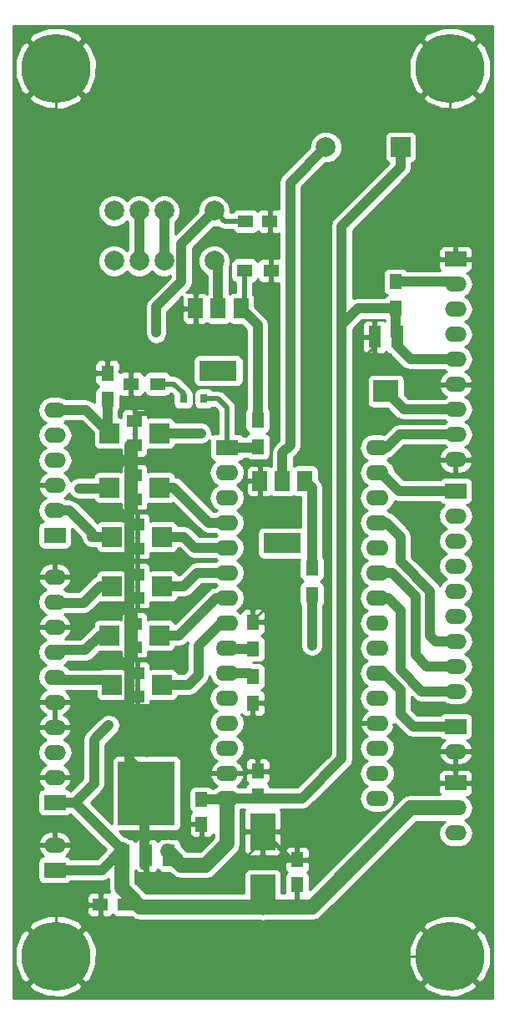
<source format=gtl>
G04 #@! TF.FileFunction,Copper,L1,Top,Signal*
%FSLAX46Y46*%
G04 Gerber Fmt 4.6, Leading zero omitted, Abs format (unit mm)*
G04 Created by KiCad (PCBNEW 4.0.7) date 12/01/17 10:35:18*
%MOMM*%
%LPD*%
G01*
G04 APERTURE LIST*
%ADD10C,0.100000*%
%ADD11R,2.197100X1.524000*%
%ADD12O,2.197100X1.524000*%
%ADD13R,2.000000X2.000000*%
%ADD14R,1.500000X1.300000*%
%ADD15C,2.000000*%
%ADD16R,2.286000X1.574800*%
%ADD17O,2.286000X1.574800*%
%ADD18R,1.500000X1.250000*%
%ADD19R,2.500000X3.750000*%
%ADD20R,1.250000X1.500000*%
%ADD21R,0.800000X0.900000*%
%ADD22R,3.800000X2.000000*%
%ADD23R,1.500000X2.000000*%
%ADD24R,1.300000X1.500000*%
%ADD25R,2.500000X2.200000*%
%ADD26R,1.300000X2.200000*%
%ADD27C,7.000000*%
%ADD28R,1.200000X2.200000*%
%ADD29R,5.800000X6.400000*%
%ADD30R,2.750000X3.050000*%
%ADD31C,0.600000*%
%ADD32C,1.000000*%
%ADD33C,1.500000*%
%ADD34C,0.500000*%
%ADD35C,0.250000*%
%ADD36C,0.254000*%
G04 APERTURE END LIST*
D10*
D11*
X164923800Y-121270000D03*
D12*
X164923800Y-118730000D03*
D13*
X170710000Y-87500000D03*
X175790000Y-87500000D03*
D14*
X173250000Y-86300000D03*
X173250000Y-88700000D03*
D15*
X181080000Y-54460000D03*
X181080000Y-59540000D03*
X176000000Y-54460000D03*
X176000000Y-59540000D03*
X173460000Y-54460000D03*
X170920000Y-54460000D03*
X170920000Y-59540000D03*
X173460000Y-59540000D03*
D16*
X182380000Y-78450000D03*
D17*
X182380000Y-80990000D03*
X182380000Y-83530000D03*
X182380000Y-86070000D03*
X182380000Y-88610000D03*
X182380000Y-91150000D03*
X182380000Y-93690000D03*
X182380000Y-96230000D03*
X182380000Y-98770000D03*
X182380000Y-101310000D03*
X182380000Y-103850000D03*
X182380000Y-106390000D03*
X182380000Y-108930000D03*
X182380000Y-111470000D03*
X182380000Y-114010000D03*
X197620000Y-114010000D03*
X197620000Y-111470000D03*
X197620000Y-108930000D03*
X197620000Y-106390000D03*
X197620000Y-103850000D03*
X197620000Y-101310000D03*
X197620000Y-98770000D03*
X197620000Y-96230000D03*
X197620000Y-93690000D03*
X197620000Y-91150000D03*
X197620000Y-88610000D03*
X197620000Y-86070000D03*
X197620000Y-83530000D03*
X197620000Y-80990000D03*
X197620000Y-78450000D03*
D12*
X205576200Y-77120000D03*
X205576200Y-74580000D03*
X205576200Y-69500000D03*
X205576200Y-66960000D03*
X205576200Y-64420000D03*
X205576200Y-79660000D03*
X205576200Y-72040000D03*
D11*
X205576200Y-59340000D03*
D12*
X205576200Y-61880000D03*
D18*
X172050000Y-124800000D03*
X169550000Y-124800000D03*
D19*
X186000000Y-123625000D03*
X186000000Y-117375000D03*
D20*
X189500000Y-122750000D03*
X189500000Y-120250000D03*
X179800000Y-114150000D03*
X179800000Y-116650000D03*
X185500000Y-113750000D03*
X185500000Y-111250000D03*
D18*
X184250000Y-55500000D03*
X186750000Y-55500000D03*
D21*
X177950000Y-73500000D03*
X180050000Y-73500000D03*
D12*
X164923800Y-79730000D03*
X164923800Y-82270000D03*
X164923800Y-74650000D03*
X164923800Y-77190000D03*
D11*
X164923800Y-87350000D03*
D12*
X164923800Y-84810000D03*
X164923800Y-94110000D03*
X164923800Y-96650000D03*
X164923800Y-99190000D03*
X164923800Y-104270000D03*
X164923800Y-106810000D03*
X164923800Y-109350000D03*
X164923800Y-91570000D03*
X164923800Y-101730000D03*
D11*
X164923800Y-114430000D03*
D12*
X164923800Y-111890000D03*
D11*
X205576200Y-106730000D03*
D12*
X205576200Y-109270000D03*
X205576200Y-117540000D03*
D11*
X205576200Y-112460000D03*
D12*
X205576200Y-115000000D03*
X205576200Y-100620000D03*
X205576200Y-98080000D03*
X205576200Y-93000000D03*
X205576200Y-90460000D03*
X205576200Y-87920000D03*
X205576200Y-103160000D03*
X205576200Y-95540000D03*
D11*
X205576200Y-82840000D03*
D12*
X205576200Y-85380000D03*
D22*
X181500000Y-70650000D03*
D23*
X181500000Y-64350000D03*
X179200000Y-64350000D03*
X183800000Y-64350000D03*
D24*
X170250000Y-73600000D03*
X170250000Y-70900000D03*
X185000000Y-98850000D03*
X185000000Y-96150000D03*
X185000000Y-101650000D03*
X185000000Y-104350000D03*
D14*
X172650000Y-72000000D03*
X175350000Y-72000000D03*
D24*
X185500000Y-75650000D03*
X185500000Y-78350000D03*
X191000000Y-90650000D03*
X191000000Y-93350000D03*
D14*
X184150000Y-60500000D03*
X186850000Y-60500000D03*
D24*
X199500000Y-61650000D03*
X199500000Y-64350000D03*
D25*
X198500000Y-72750000D03*
D26*
X197350000Y-67250000D03*
X199650000Y-67250000D03*
D22*
X188000000Y-88150000D03*
D23*
X188000000Y-81850000D03*
X185700000Y-81850000D03*
X190300000Y-81850000D03*
D27*
X165000000Y-40000000D03*
X205000000Y-40000000D03*
X165000000Y-130000000D03*
X205000000Y-130000000D03*
D13*
X170460000Y-77000000D03*
X175540000Y-77000000D03*
D14*
X173000000Y-75800000D03*
X173000000Y-78200000D03*
D13*
X170710000Y-102500000D03*
X175790000Y-102500000D03*
D14*
X173250000Y-101300000D03*
X173250000Y-103700000D03*
D13*
X170460000Y-97500000D03*
X175540000Y-97500000D03*
D14*
X173000000Y-96300000D03*
X173000000Y-98700000D03*
D13*
X170710000Y-92500000D03*
X175790000Y-92500000D03*
D14*
X173250000Y-91300000D03*
X173250000Y-93700000D03*
D13*
X170460000Y-82500000D03*
X175540000Y-82500000D03*
D14*
X173000000Y-81300000D03*
X173000000Y-83700000D03*
D28*
X171920000Y-119800000D03*
X174200000Y-119800000D03*
X176480000Y-119800000D03*
D29*
X174200000Y-113500000D03*
D30*
X175725000Y-111825000D03*
X172675000Y-115175000D03*
X172675000Y-111825000D03*
X175725000Y-115175000D03*
D13*
X200000000Y-48000000D03*
D15*
X192400000Y-48000000D03*
D31*
X169200000Y-107800000D03*
X169800000Y-107200000D03*
X170400000Y-106600000D03*
X175200000Y-64200000D03*
X175200000Y-65200000D03*
X175200000Y-66800000D03*
X165000000Y-125000000D03*
X165000000Y-45000000D03*
X165000000Y-50000000D03*
X162000000Y-51000000D03*
X162000000Y-56000000D03*
X162000000Y-61000000D03*
X162000000Y-66000000D03*
X162000000Y-71000000D03*
X162000000Y-76000000D03*
X162000000Y-81000000D03*
X162000000Y-86000000D03*
X162000000Y-91000000D03*
X162000000Y-96000000D03*
X162000000Y-101000000D03*
X162000000Y-106000000D03*
X162000000Y-111000000D03*
X162000000Y-116000000D03*
X162000000Y-121000000D03*
X192500000Y-100500000D03*
X190000000Y-100500000D03*
X190000000Y-102000000D03*
X192500000Y-102000000D03*
X175400000Y-105000008D03*
X177199996Y-75000000D03*
X177250010Y-64500000D03*
X177250010Y-70500000D03*
X169010066Y-80010066D03*
X177250010Y-67500000D03*
X177250000Y-100000004D03*
X177250000Y-80000000D03*
X177249994Y-85000000D03*
X177250000Y-90000000D03*
X177250000Y-95000000D03*
X205000000Y-55000000D03*
X205000000Y-50000000D03*
X205000000Y-45000000D03*
X170000000Y-40000000D03*
X175000000Y-40000000D03*
X180000000Y-40000000D03*
X185000000Y-40000000D03*
X190000000Y-40000000D03*
X195000000Y-40000000D03*
X200000000Y-40000000D03*
X170000000Y-130000000D03*
X175000000Y-130000000D03*
X180000000Y-130000000D03*
X185000000Y-130000000D03*
X190000000Y-130000000D03*
X195000000Y-130000000D03*
X200000000Y-130000000D03*
X165000000Y-130000000D03*
X201000000Y-113000000D03*
X201000000Y-111000000D03*
X201000000Y-109000000D03*
X203000000Y-109000000D03*
X203000000Y-111000000D03*
X203000000Y-113000000D03*
X183250000Y-121000000D03*
X181500000Y-123500000D03*
X178250000Y-123500000D03*
X174750000Y-123500000D03*
X169000000Y-85000000D03*
X169000000Y-90000000D03*
X169000000Y-95000000D03*
X169000000Y-100000000D03*
X169000000Y-105000000D03*
X203500000Y-84500000D03*
X203500000Y-86500000D03*
X203500000Y-89000000D03*
X203500000Y-91500000D03*
X196000000Y-77000000D03*
X196000000Y-74500000D03*
X196000000Y-72000000D03*
X196000000Y-69500000D03*
X195500000Y-93000000D03*
X195500000Y-90500000D03*
X195500000Y-88000000D03*
X195500000Y-85500000D03*
X195500000Y-83000000D03*
X195500000Y-80500000D03*
X187000000Y-94000000D03*
X187000000Y-92000000D03*
X185000000Y-92000000D03*
X167400000Y-82600000D03*
X197620000Y-88610000D03*
X179750000Y-77000000D03*
X191000000Y-98500000D03*
D32*
X194000000Y-66000000D02*
X194000000Y-56000000D01*
X194000000Y-56000000D02*
X200000000Y-50000000D01*
X200000000Y-50000000D02*
X200000000Y-48000000D01*
X199500000Y-64350000D02*
X195650000Y-64350000D01*
X195650000Y-64350000D02*
X194000000Y-66000000D01*
X194000000Y-66000000D02*
X194000000Y-110000000D01*
X194000000Y-110000000D02*
X189990000Y-114010000D01*
X189990000Y-114010000D02*
X182380000Y-114010000D01*
D33*
X176400000Y-119400000D02*
X177775000Y-120775000D01*
X177775000Y-120775000D02*
X180225000Y-120775000D01*
X180225000Y-120775000D02*
X182380000Y-118620000D01*
X182380000Y-118620000D02*
X182380000Y-114010000D01*
D32*
X179800000Y-114150000D02*
X182240000Y-114150000D01*
X182240000Y-114150000D02*
X182380000Y-114010000D01*
X182380000Y-114010000D02*
X185240000Y-114010000D01*
X185240000Y-114010000D02*
X185500000Y-113750000D01*
X199500000Y-64350000D02*
X199500000Y-67100000D01*
X199500000Y-67100000D02*
X199650000Y-67250000D01*
X199650000Y-67250000D02*
X199650000Y-68150000D01*
X199650000Y-68150000D02*
X201000000Y-69500000D01*
X201000000Y-69500000D02*
X205576200Y-69500000D01*
X182240000Y-114150000D02*
X182380000Y-114010000D01*
X182140000Y-114250000D02*
X182380000Y-114010000D01*
X188000000Y-81850000D02*
X188000000Y-79000000D01*
X188000000Y-79000000D02*
X188800000Y-78200000D01*
X188800000Y-78200000D02*
X188800000Y-51600000D01*
X188800000Y-51600000D02*
X192400000Y-48000000D01*
D34*
X186000000Y-123625000D02*
X186000000Y-125000000D01*
X186000000Y-125000000D02*
X186000000Y-125600000D01*
X186000000Y-125600000D02*
X186000000Y-125000000D01*
X189500000Y-122750000D02*
X189500000Y-125000000D01*
D32*
X186000000Y-123625000D02*
X186000000Y-123800000D01*
X186000000Y-123800000D02*
X184800000Y-125000000D01*
D34*
X172050000Y-124800000D02*
X173400000Y-124800000D01*
X173400000Y-124800000D02*
X173600000Y-125000000D01*
D32*
X169200000Y-107800000D02*
X168900001Y-108099999D01*
X168900001Y-108099999D02*
X168900001Y-112479999D01*
X168900001Y-112479999D02*
X166950000Y-114430000D01*
X169800000Y-107200000D02*
X170400000Y-106600000D01*
X169200000Y-107800000D02*
X169800000Y-107200000D01*
X175200000Y-64200000D02*
X175200000Y-66800000D01*
X177749999Y-61650001D02*
X175200000Y-64200000D01*
X181080000Y-54460000D02*
X177749999Y-57790001D01*
X177749999Y-57790001D02*
X177749999Y-61650001D01*
D33*
X189500000Y-125000000D02*
X186000000Y-125000000D01*
X186000000Y-125000000D02*
X173600000Y-125000000D01*
X171720000Y-123120000D02*
X171720000Y-119200000D01*
X173600000Y-125000000D02*
X171720000Y-123120000D01*
D34*
X186000000Y-123625000D02*
X186000000Y-125200000D01*
D32*
X164923800Y-114430000D02*
X166950000Y-114430000D01*
X166950000Y-114430000D02*
X171720000Y-119200000D01*
X164923800Y-121270000D02*
X169650000Y-121270000D01*
X169650000Y-121270000D02*
X171720000Y-119200000D01*
D34*
X184250000Y-55500000D02*
X182120000Y-55500000D01*
X182120000Y-55500000D02*
X181080000Y-54460000D01*
D33*
X205576200Y-115000000D02*
X201000000Y-115000000D01*
X191000000Y-125000000D02*
X189500000Y-125000000D01*
X201000000Y-115000000D02*
X191000000Y-125000000D01*
D35*
X165000000Y-125000000D02*
X164000000Y-125000000D01*
X165000000Y-130000000D02*
X165000000Y-125000000D01*
X165000000Y-45000000D02*
X165000000Y-40000000D01*
X162000000Y-56000000D02*
X162000000Y-51000000D01*
X162000000Y-66000000D02*
X162000000Y-61000000D01*
X162000000Y-76000000D02*
X162000000Y-71000000D01*
X162000000Y-86000000D02*
X162000000Y-81000000D01*
X162000000Y-96000000D02*
X162000000Y-91000000D01*
X162000000Y-106000000D02*
X162000000Y-101000000D01*
X162000000Y-116000000D02*
X162000000Y-111000000D01*
X162000000Y-123000000D02*
X162000000Y-121000000D01*
X164000000Y-125000000D02*
X162000000Y-123000000D01*
X190000000Y-100500000D02*
X192500000Y-100500000D01*
X192500000Y-102000000D02*
X190000000Y-102000000D01*
D32*
X174975736Y-105000008D02*
X175400000Y-105000008D01*
X173000008Y-105000008D02*
X174975736Y-105000008D01*
X173000000Y-105000000D02*
X173000008Y-105000008D01*
D34*
X176775732Y-75000000D02*
X177199996Y-75000000D01*
X173300000Y-75000000D02*
X176775732Y-75000000D01*
X172500000Y-75800000D02*
X173300000Y-75000000D01*
D35*
X179200000Y-64350000D02*
X177400010Y-64350000D01*
X177400010Y-64350000D02*
X177250010Y-64500000D01*
X177250010Y-70500000D02*
X177250010Y-67500000D01*
D34*
X173000000Y-80000000D02*
X172989934Y-80010066D01*
X169434330Y-80010066D02*
X169010066Y-80010066D01*
X172989934Y-80010066D02*
X169434330Y-80010066D01*
X176825736Y-100000004D02*
X177250000Y-100000004D01*
X173000004Y-100000004D02*
X176825736Y-100000004D01*
X173000000Y-100000000D02*
X173000004Y-100000004D01*
X173000000Y-80000000D02*
X177250000Y-80000000D01*
X173000000Y-85000000D02*
X177249994Y-85000000D01*
X173000000Y-90000000D02*
X177250000Y-90000000D01*
X172500000Y-95000000D02*
X177250000Y-95000000D01*
D35*
X205000000Y-40000000D02*
X205000000Y-45000000D01*
X205000000Y-50000000D02*
X205000000Y-55000000D01*
X180000000Y-40000000D02*
X175000000Y-40000000D01*
X190000000Y-40000000D02*
X185000000Y-40000000D01*
X200000000Y-40000000D02*
X195000000Y-40000000D01*
X205000000Y-130000000D02*
X200000000Y-130000000D01*
X175000000Y-130000000D02*
X170000000Y-130000000D01*
X185000000Y-130000000D02*
X180000000Y-130000000D01*
X195000000Y-130000000D02*
X190000000Y-130000000D01*
X201000000Y-111000000D02*
X201000000Y-113000000D01*
X203000000Y-109000000D02*
X201000000Y-109000000D01*
X203000000Y-113000000D02*
X203000000Y-111000000D01*
X174000000Y-120775000D02*
X174000000Y-122750000D01*
X174000000Y-122750000D02*
X174750000Y-123500000D01*
X183250000Y-121000000D02*
X186000000Y-118250000D01*
X178250000Y-123500000D02*
X181500000Y-123500000D01*
X186000000Y-118250000D02*
X186000000Y-117375000D01*
D34*
X189500000Y-120250000D02*
X188875000Y-120250000D01*
X188875000Y-120250000D02*
X186000000Y-117375000D01*
X172500000Y-80000000D02*
X173000000Y-80000000D01*
X173000000Y-85000000D02*
X169000000Y-85000000D01*
X172500000Y-85000000D02*
X173000000Y-85000000D01*
X173000000Y-90000000D02*
X169000000Y-90000000D01*
X172500000Y-90000000D02*
X173000000Y-90000000D01*
X172500000Y-95000000D02*
X169000000Y-95000000D01*
X173000000Y-100000000D02*
X169000000Y-100000000D01*
X172500000Y-100000000D02*
X173000000Y-100000000D01*
D32*
X173000000Y-105000000D02*
X169000000Y-105000000D01*
X172500000Y-105000000D02*
X173000000Y-105000000D01*
X172500000Y-103700000D02*
X172500000Y-105000000D01*
X172500000Y-105000000D02*
X172500000Y-110125000D01*
X172500000Y-110125000D02*
X174000000Y-111625000D01*
X172500000Y-101300000D02*
X172500000Y-103700000D01*
X172500000Y-98700000D02*
X172500000Y-100000000D01*
X172500000Y-100000000D02*
X172500000Y-101300000D01*
X172500000Y-96300000D02*
X172500000Y-98700000D01*
X172500000Y-93700000D02*
X172500000Y-95000000D01*
X172500000Y-95000000D02*
X172500000Y-96300000D01*
X172500000Y-91300000D02*
X172500000Y-93700000D01*
X172500000Y-88700000D02*
X172500000Y-90000000D01*
X172500000Y-90000000D02*
X172500000Y-91300000D01*
X172500000Y-86300000D02*
X172500000Y-88700000D01*
X172500000Y-83700000D02*
X172500000Y-85000000D01*
X172500000Y-85000000D02*
X172500000Y-86300000D01*
X172500000Y-81300000D02*
X172500000Y-83700000D01*
X172500000Y-78200000D02*
X172500000Y-80000000D01*
X172500000Y-80000000D02*
X172500000Y-81300000D01*
X174000000Y-120775000D02*
X174000000Y-111625000D01*
D35*
X174000000Y-120775000D02*
X174000000Y-123000000D01*
X203500000Y-84500000D02*
X203500000Y-86500000D01*
X203500000Y-89000000D02*
X203500000Y-91500000D01*
X196000000Y-77000000D02*
X196000000Y-77500000D01*
X196000000Y-72000000D02*
X196000000Y-74500000D01*
X197350000Y-68150000D02*
X196000000Y-69500000D01*
X195500000Y-88000000D02*
X195500000Y-90500000D01*
X195500000Y-83000000D02*
X195500000Y-85500000D01*
X195500000Y-78000000D02*
X195500000Y-80500000D01*
X196000000Y-77500000D02*
X195500000Y-78000000D01*
X197350000Y-67250000D02*
X197350000Y-68150000D01*
X185000000Y-96150000D02*
X185000000Y-96000000D01*
X185000000Y-96000000D02*
X187000000Y-94000000D01*
X187000000Y-92000000D02*
X185000000Y-92000000D01*
D34*
X175350000Y-72000000D02*
X177000000Y-72000000D01*
X177950000Y-72950000D02*
X177950000Y-73500000D01*
X177000000Y-72000000D02*
X177950000Y-72950000D01*
D32*
X182380000Y-78450000D02*
X185400000Y-78450000D01*
X185400000Y-78450000D02*
X185500000Y-78350000D01*
D34*
X180050000Y-73500000D02*
X181500000Y-73500000D01*
X182380000Y-74380000D02*
X182380000Y-78450000D01*
X181500000Y-73500000D02*
X182380000Y-74380000D01*
D32*
X170250000Y-73600000D02*
X170250000Y-76790000D01*
X170250000Y-76790000D02*
X170460000Y-77000000D01*
X164923800Y-74650000D02*
X168110000Y-74650000D01*
X168110000Y-74650000D02*
X170460000Y-77000000D01*
D34*
X170150000Y-76950000D02*
X170100000Y-77000000D01*
X170000000Y-76900000D02*
X170100000Y-77000000D01*
D32*
X173460000Y-54460000D02*
X173460000Y-59540000D01*
X167400000Y-82600000D02*
X170360000Y-82600000D01*
X170360000Y-82600000D02*
X170460000Y-82500000D01*
X164923800Y-84810000D02*
X166410000Y-84810000D01*
X166410000Y-84810000D02*
X168710000Y-87110000D01*
X168710000Y-87110000D02*
X168710000Y-87500000D01*
X168710000Y-87500000D02*
X170710000Y-87500000D01*
X197620000Y-78450000D02*
X198550000Y-78450000D01*
X198550000Y-78450000D02*
X199880000Y-77120000D01*
X199880000Y-77120000D02*
X205576200Y-77120000D01*
X205576200Y-74580000D02*
X200330000Y-74580000D01*
X200330000Y-74580000D02*
X198500000Y-72750000D01*
X199500000Y-61650000D02*
X205346200Y-61650000D01*
X205346200Y-61650000D02*
X205576200Y-61880000D01*
X164923800Y-94110000D02*
X165013800Y-94200000D01*
X165013800Y-94200000D02*
X167800000Y-94200000D01*
X167800000Y-94200000D02*
X169500000Y-92500000D01*
X169500000Y-92500000D02*
X170710000Y-92500000D01*
X170460000Y-97500000D02*
X169500000Y-97500000D01*
X169500000Y-97500000D02*
X168000000Y-99000000D01*
X168000000Y-99000000D02*
X165113800Y-99000000D01*
X165113800Y-99000000D02*
X164923800Y-99190000D01*
X176000000Y-54460000D02*
X176000000Y-59540000D01*
X170710000Y-102500000D02*
X170210000Y-102000000D01*
X170210000Y-102000000D02*
X165193800Y-102000000D01*
X165193800Y-102000000D02*
X164923800Y-101730000D01*
X197620000Y-101310000D02*
X198310000Y-101310000D01*
X198310000Y-101310000D02*
X200000000Y-103000000D01*
X200000000Y-103000000D02*
X200000000Y-105500000D01*
X200000000Y-105500000D02*
X201230000Y-106730000D01*
X201230000Y-106730000D02*
X205576200Y-106730000D01*
X205576200Y-100620000D02*
X202620000Y-100620000D01*
X199150000Y-91150000D02*
X197620000Y-91150000D01*
X201500000Y-93500000D02*
X199150000Y-91150000D01*
X201500000Y-99500000D02*
X201500000Y-93500000D01*
X202620000Y-100620000D02*
X201500000Y-99500000D01*
X205576200Y-98080000D02*
X203580000Y-98080000D01*
X200000000Y-87500000D02*
X198570000Y-86070000D01*
X200000000Y-90000000D02*
X200000000Y-87500000D01*
X203000000Y-93000000D02*
X200000000Y-90000000D01*
X203000000Y-97500000D02*
X203000000Y-93000000D01*
X203580000Y-98080000D02*
X203000000Y-97500000D01*
X198570000Y-86070000D02*
X197620000Y-86070000D01*
X205576200Y-103160000D02*
X202160000Y-103160000D01*
X200000000Y-95000000D02*
X198690000Y-93690000D01*
X200000000Y-101000000D02*
X200000000Y-95000000D01*
X202160000Y-103160000D02*
X200000000Y-101000000D01*
X198690000Y-93690000D02*
X197620000Y-93690000D01*
X197620000Y-80990000D02*
X197990000Y-80990000D01*
X197990000Y-80990000D02*
X199840000Y-82840000D01*
X199840000Y-82840000D02*
X205576200Y-82840000D01*
X175900000Y-77000000D02*
X179750000Y-77000000D01*
X182380000Y-96230000D02*
X181770000Y-96230000D01*
X181770000Y-96230000D02*
X179500000Y-98500000D01*
X179500000Y-98500000D02*
X179500000Y-101500000D01*
X179500000Y-101500000D02*
X178500000Y-102500000D01*
X178500000Y-102500000D02*
X175900000Y-102500000D01*
X182380000Y-93690000D02*
X181310000Y-93690000D01*
X181310000Y-93690000D02*
X177500000Y-97500000D01*
X177500000Y-97500000D02*
X175900000Y-97500000D01*
X182380000Y-91150000D02*
X179350000Y-91150000D01*
X178000000Y-92500000D02*
X175900000Y-92500000D01*
X179350000Y-91150000D02*
X178000000Y-92500000D01*
X175900000Y-87500000D02*
X178000000Y-87500000D01*
X179110000Y-88610000D02*
X182380000Y-88610000D01*
X178000000Y-87500000D02*
X179110000Y-88610000D01*
X175900000Y-82500000D02*
X177000000Y-82500000D01*
X177000000Y-82500000D02*
X180570000Y-86070000D01*
X180570000Y-86070000D02*
X182380000Y-86070000D01*
X191000000Y-90650000D02*
X191000000Y-82550000D01*
X191000000Y-82550000D02*
X190300000Y-81850000D01*
D34*
X184150000Y-60500000D02*
X184150000Y-64000000D01*
X184150000Y-64000000D02*
X183800000Y-64350000D01*
D32*
X184000000Y-64150000D02*
X183800000Y-64350000D01*
X185500000Y-75650000D02*
X185500000Y-66050000D01*
X185500000Y-66050000D02*
X183800000Y-64350000D01*
X185000000Y-98850000D02*
X182460000Y-98850000D01*
X182460000Y-98850000D02*
X182380000Y-98770000D01*
X182380000Y-101310000D02*
X184660000Y-101310000D01*
X184660000Y-101310000D02*
X185000000Y-101650000D01*
X191000000Y-93350000D02*
X191000000Y-98500000D01*
X181500000Y-64350000D02*
X181500000Y-59960000D01*
X181500000Y-59960000D02*
X181080000Y-59540000D01*
D36*
G36*
X209290000Y-134290000D02*
X160710000Y-134290000D01*
X160710000Y-132957312D01*
X162222293Y-132957312D01*
X162625762Y-133483924D01*
X164139730Y-134127307D01*
X165784666Y-134142346D01*
X167310145Y-133526750D01*
X167374238Y-133483924D01*
X167777707Y-132957312D01*
X202222293Y-132957312D01*
X202625762Y-133483924D01*
X204139730Y-134127307D01*
X205784666Y-134142346D01*
X207310145Y-133526750D01*
X207374238Y-133483924D01*
X207777707Y-132957312D01*
X205000000Y-130179605D01*
X202222293Y-132957312D01*
X167777707Y-132957312D01*
X165000000Y-130179605D01*
X162222293Y-132957312D01*
X160710000Y-132957312D01*
X160710000Y-130784666D01*
X160857654Y-130784666D01*
X161473250Y-132310145D01*
X161516076Y-132374238D01*
X162042688Y-132777707D01*
X164820395Y-130000000D01*
X165179605Y-130000000D01*
X167957312Y-132777707D01*
X168483924Y-132374238D01*
X169127307Y-130860270D01*
X169127998Y-130784666D01*
X200857654Y-130784666D01*
X201473250Y-132310145D01*
X201516076Y-132374238D01*
X202042688Y-132777707D01*
X204820395Y-130000000D01*
X205179605Y-130000000D01*
X207957312Y-132777707D01*
X208483924Y-132374238D01*
X209127307Y-130860270D01*
X209142346Y-129215334D01*
X208526750Y-127689855D01*
X208483924Y-127625762D01*
X207957312Y-127222293D01*
X205179605Y-130000000D01*
X204820395Y-130000000D01*
X202042688Y-127222293D01*
X201516076Y-127625762D01*
X200872693Y-129139730D01*
X200857654Y-130784666D01*
X169127998Y-130784666D01*
X169142346Y-129215334D01*
X168526750Y-127689855D01*
X168483924Y-127625762D01*
X167957312Y-127222293D01*
X165179605Y-130000000D01*
X164820395Y-130000000D01*
X162042688Y-127222293D01*
X161516076Y-127625762D01*
X160872693Y-129139730D01*
X160857654Y-130784666D01*
X160710000Y-130784666D01*
X160710000Y-127042688D01*
X162222293Y-127042688D01*
X165000000Y-129820395D01*
X167777707Y-127042688D01*
X202222293Y-127042688D01*
X205000000Y-129820395D01*
X207777707Y-127042688D01*
X207374238Y-126516076D01*
X205860270Y-125872693D01*
X204215334Y-125857654D01*
X202689855Y-126473250D01*
X202625762Y-126516076D01*
X202222293Y-127042688D01*
X167777707Y-127042688D01*
X167374238Y-126516076D01*
X165860270Y-125872693D01*
X164215334Y-125857654D01*
X162689855Y-126473250D01*
X162625762Y-126516076D01*
X162222293Y-127042688D01*
X160710000Y-127042688D01*
X160710000Y-125085750D01*
X168165000Y-125085750D01*
X168165000Y-125551310D01*
X168261673Y-125784699D01*
X168440302Y-125963327D01*
X168673691Y-126060000D01*
X169264250Y-126060000D01*
X169423000Y-125901250D01*
X169423000Y-124927000D01*
X168323750Y-124927000D01*
X168165000Y-125085750D01*
X160710000Y-125085750D01*
X160710000Y-124048690D01*
X168165000Y-124048690D01*
X168165000Y-124514250D01*
X168323750Y-124673000D01*
X169423000Y-124673000D01*
X169423000Y-123698750D01*
X169264250Y-123540000D01*
X168673691Y-123540000D01*
X168440302Y-123636673D01*
X168261673Y-123815301D01*
X168165000Y-124048690D01*
X160710000Y-124048690D01*
X160710000Y-118386930D01*
X163233030Y-118386930D01*
X163355530Y-118603000D01*
X164796800Y-118603000D01*
X164796800Y-117333000D01*
X165050800Y-117333000D01*
X165050800Y-118603000D01*
X166492070Y-118603000D01*
X166614570Y-118386930D01*
X166599610Y-118312723D01*
X166337980Y-117831974D01*
X165912291Y-117487941D01*
X165387350Y-117333000D01*
X165050800Y-117333000D01*
X164796800Y-117333000D01*
X164460250Y-117333000D01*
X163935309Y-117487941D01*
X163509620Y-117831974D01*
X163247990Y-118312723D01*
X163233030Y-118386930D01*
X160710000Y-118386930D01*
X160710000Y-113668000D01*
X163177810Y-113668000D01*
X163177810Y-115192000D01*
X163222088Y-115427317D01*
X163361160Y-115643441D01*
X163573360Y-115788431D01*
X163825250Y-115839440D01*
X166022350Y-115839440D01*
X166257667Y-115795162D01*
X166473791Y-115656090D01*
X166513233Y-115598365D01*
X170114868Y-119200000D01*
X169179868Y-120135000D01*
X166536915Y-120135000D01*
X166486440Y-120056559D01*
X166274240Y-119911569D01*
X166044663Y-119865079D01*
X166337980Y-119628026D01*
X166599610Y-119147277D01*
X166614570Y-119073070D01*
X166492070Y-118857000D01*
X165050800Y-118857000D01*
X165050800Y-118877000D01*
X164796800Y-118877000D01*
X164796800Y-118857000D01*
X163355530Y-118857000D01*
X163233030Y-119073070D01*
X163247990Y-119147277D01*
X163509620Y-119628026D01*
X163802616Y-119864819D01*
X163589933Y-119904838D01*
X163373809Y-120043910D01*
X163228819Y-120256110D01*
X163177810Y-120508000D01*
X163177810Y-122032000D01*
X163222088Y-122267317D01*
X163361160Y-122483441D01*
X163573360Y-122628431D01*
X163825250Y-122679440D01*
X166022350Y-122679440D01*
X166257667Y-122635162D01*
X166473791Y-122496090D01*
X166536030Y-122405000D01*
X169650000Y-122405000D01*
X170084346Y-122318603D01*
X170335000Y-122151121D01*
X170335000Y-123120000D01*
X170418543Y-123540000D01*
X169835750Y-123540000D01*
X169677000Y-123698750D01*
X169677000Y-124673000D01*
X169697000Y-124673000D01*
X169697000Y-124927000D01*
X169677000Y-124927000D01*
X169677000Y-125901250D01*
X169835750Y-126060000D01*
X170426309Y-126060000D01*
X170659698Y-125963327D01*
X170800936Y-125822090D01*
X170835910Y-125876441D01*
X171048110Y-126021431D01*
X171300000Y-126072440D01*
X172759987Y-126072440D01*
X173069983Y-126279573D01*
X173600000Y-126385000D01*
X185612486Y-126385000D01*
X185661325Y-126417633D01*
X186000000Y-126485000D01*
X186338675Y-126417633D01*
X186387514Y-126385000D01*
X191000000Y-126385000D01*
X191530017Y-126279573D01*
X191979343Y-125979343D01*
X201573686Y-116385000D01*
X204468050Y-116385000D01*
X204217860Y-116552172D01*
X203915028Y-117005391D01*
X203808688Y-117540000D01*
X203915028Y-118074609D01*
X204217860Y-118527828D01*
X204671079Y-118830660D01*
X205205688Y-118937000D01*
X205946712Y-118937000D01*
X206481321Y-118830660D01*
X206934540Y-118527828D01*
X207237372Y-118074609D01*
X207343712Y-117540000D01*
X207237372Y-117005391D01*
X206934540Y-116552172D01*
X206512241Y-116270000D01*
X206934540Y-115987828D01*
X207237372Y-115534609D01*
X207343712Y-115000000D01*
X207237372Y-114465391D01*
X206934540Y-114012172D01*
X206702309Y-113857000D01*
X206801060Y-113857000D01*
X207034449Y-113760327D01*
X207213077Y-113581698D01*
X207309750Y-113348309D01*
X207309750Y-112745750D01*
X207151000Y-112587000D01*
X205703200Y-112587000D01*
X205703200Y-112607000D01*
X205449200Y-112607000D01*
X205449200Y-112587000D01*
X204001400Y-112587000D01*
X203842650Y-112745750D01*
X203842650Y-113348309D01*
X203939323Y-113581698D01*
X203972625Y-113615000D01*
X201000000Y-113615000D01*
X200469984Y-113720426D01*
X200020657Y-114020657D01*
X190772440Y-123268874D01*
X190772440Y-122000000D01*
X190728162Y-121764683D01*
X190589090Y-121548559D01*
X190520994Y-121502031D01*
X190663327Y-121359698D01*
X190760000Y-121126309D01*
X190760000Y-120535750D01*
X190601250Y-120377000D01*
X189627000Y-120377000D01*
X189627000Y-120397000D01*
X189373000Y-120397000D01*
X189373000Y-120377000D01*
X188398750Y-120377000D01*
X188240000Y-120535750D01*
X188240000Y-121126309D01*
X188336673Y-121359698D01*
X188477910Y-121500936D01*
X188423559Y-121535910D01*
X188278569Y-121748110D01*
X188227560Y-122000000D01*
X188227560Y-123500000D01*
X188249199Y-123615000D01*
X187897440Y-123615000D01*
X187897440Y-121750000D01*
X187853162Y-121514683D01*
X187714090Y-121298559D01*
X187501890Y-121153569D01*
X187250000Y-121102560D01*
X184750000Y-121102560D01*
X184514683Y-121146838D01*
X184298559Y-121285910D01*
X184153569Y-121498110D01*
X184102560Y-121750000D01*
X184102560Y-123615000D01*
X174173686Y-123615000D01*
X173105000Y-122546314D01*
X173105000Y-121303025D01*
X173240301Y-121438327D01*
X173473690Y-121535000D01*
X173914250Y-121535000D01*
X174073000Y-121376250D01*
X174073000Y-119927000D01*
X174053000Y-119927000D01*
X174053000Y-119673000D01*
X174073000Y-119673000D01*
X174073000Y-118223750D01*
X174327000Y-118223750D01*
X174327000Y-119673000D01*
X174347000Y-119673000D01*
X174347000Y-119927000D01*
X174327000Y-119927000D01*
X174327000Y-121376250D01*
X174485750Y-121535000D01*
X174926310Y-121535000D01*
X175159699Y-121438327D01*
X175338327Y-121259698D01*
X175345591Y-121242162D01*
X175415910Y-121351441D01*
X175628110Y-121496431D01*
X175880000Y-121547440D01*
X176588754Y-121547440D01*
X176795657Y-121754343D01*
X177244984Y-122054574D01*
X177775000Y-122160000D01*
X180225000Y-122160000D01*
X180755017Y-122054573D01*
X181204343Y-121754343D01*
X183359343Y-119599343D01*
X183428777Y-119495427D01*
X183659573Y-119150017D01*
X183765000Y-118620000D01*
X183765000Y-117660750D01*
X184115000Y-117660750D01*
X184115000Y-119376309D01*
X184211673Y-119609698D01*
X184390301Y-119788327D01*
X184623690Y-119885000D01*
X185714250Y-119885000D01*
X185873000Y-119726250D01*
X185873000Y-117502000D01*
X186127000Y-117502000D01*
X186127000Y-119726250D01*
X186285750Y-119885000D01*
X187376310Y-119885000D01*
X187609699Y-119788327D01*
X187788327Y-119609698D01*
X187885000Y-119376309D01*
X187885000Y-119373691D01*
X188240000Y-119373691D01*
X188240000Y-119964250D01*
X188398750Y-120123000D01*
X189373000Y-120123000D01*
X189373000Y-119023750D01*
X189627000Y-119023750D01*
X189627000Y-120123000D01*
X190601250Y-120123000D01*
X190760000Y-119964250D01*
X190760000Y-119373691D01*
X190663327Y-119140302D01*
X190484699Y-118961673D01*
X190251310Y-118865000D01*
X189785750Y-118865000D01*
X189627000Y-119023750D01*
X189373000Y-119023750D01*
X189214250Y-118865000D01*
X188748690Y-118865000D01*
X188515301Y-118961673D01*
X188336673Y-119140302D01*
X188240000Y-119373691D01*
X187885000Y-119373691D01*
X187885000Y-117660750D01*
X187726250Y-117502000D01*
X186127000Y-117502000D01*
X185873000Y-117502000D01*
X184273750Y-117502000D01*
X184115000Y-117660750D01*
X183765000Y-117660750D01*
X183765000Y-115145000D01*
X184209727Y-115145000D01*
X184115000Y-115373691D01*
X184115000Y-117089250D01*
X184273750Y-117248000D01*
X185873000Y-117248000D01*
X185873000Y-117228000D01*
X186127000Y-117228000D01*
X186127000Y-117248000D01*
X187726250Y-117248000D01*
X187885000Y-117089250D01*
X187885000Y-115373691D01*
X187790273Y-115145000D01*
X189990000Y-115145000D01*
X190424346Y-115058603D01*
X190792566Y-114812566D01*
X194802566Y-110802566D01*
X195048603Y-110434346D01*
X195064903Y-110352400D01*
X195135000Y-110000000D01*
X195135000Y-78450000D01*
X195807167Y-78450000D01*
X195915441Y-78994329D01*
X196223778Y-79455789D01*
X196619199Y-79720000D01*
X196223778Y-79984211D01*
X195915441Y-80445671D01*
X195807167Y-80990000D01*
X195915441Y-81534329D01*
X196223778Y-81995789D01*
X196619199Y-82260000D01*
X196223778Y-82524211D01*
X195915441Y-82985671D01*
X195807167Y-83530000D01*
X195915441Y-84074329D01*
X196223778Y-84535789D01*
X196619199Y-84800000D01*
X196223778Y-85064211D01*
X195915441Y-85525671D01*
X195807167Y-86070000D01*
X195915441Y-86614329D01*
X196223778Y-87075789D01*
X196619199Y-87340000D01*
X196223778Y-87604211D01*
X195915441Y-88065671D01*
X195807167Y-88610000D01*
X195915441Y-89154329D01*
X196223778Y-89615789D01*
X196619199Y-89880000D01*
X196223778Y-90144211D01*
X195915441Y-90605671D01*
X195807167Y-91150000D01*
X195915441Y-91694329D01*
X196223778Y-92155789D01*
X196619199Y-92420000D01*
X196223778Y-92684211D01*
X195915441Y-93145671D01*
X195807167Y-93690000D01*
X195915441Y-94234329D01*
X196223778Y-94695789D01*
X196619199Y-94960000D01*
X196223778Y-95224211D01*
X195915441Y-95685671D01*
X195807167Y-96230000D01*
X195915441Y-96774329D01*
X196223778Y-97235789D01*
X196619199Y-97500000D01*
X196223778Y-97764211D01*
X195915441Y-98225671D01*
X195807167Y-98770000D01*
X195915441Y-99314329D01*
X196223778Y-99775789D01*
X196619199Y-100040000D01*
X196223778Y-100304211D01*
X195915441Y-100765671D01*
X195807167Y-101310000D01*
X195915441Y-101854329D01*
X196223778Y-102315789D01*
X196619199Y-102580000D01*
X196223778Y-102844211D01*
X195915441Y-103305671D01*
X195807167Y-103850000D01*
X195915441Y-104394329D01*
X196223778Y-104855789D01*
X196618830Y-105119754D01*
X196602738Y-105124475D01*
X196168809Y-105474014D01*
X195901673Y-105963004D01*
X195884990Y-106042940D01*
X196007148Y-106263000D01*
X197493000Y-106263000D01*
X197493000Y-106243000D01*
X197747000Y-106243000D01*
X197747000Y-106263000D01*
X197767000Y-106263000D01*
X197767000Y-106517000D01*
X197747000Y-106517000D01*
X197747000Y-106537000D01*
X197493000Y-106537000D01*
X197493000Y-106517000D01*
X196007148Y-106517000D01*
X195884990Y-106737060D01*
X195901673Y-106816996D01*
X196168809Y-107305986D01*
X196602738Y-107655525D01*
X196618830Y-107660246D01*
X196223778Y-107924211D01*
X195915441Y-108385671D01*
X195807167Y-108930000D01*
X195915441Y-109474329D01*
X196223778Y-109935789D01*
X196619199Y-110200000D01*
X196223778Y-110464211D01*
X195915441Y-110925671D01*
X195807167Y-111470000D01*
X195915441Y-112014329D01*
X196223778Y-112475789D01*
X196619199Y-112740000D01*
X196223778Y-113004211D01*
X195915441Y-113465671D01*
X195807167Y-114010000D01*
X195915441Y-114554329D01*
X196223778Y-115015789D01*
X196685238Y-115324126D01*
X197229567Y-115432400D01*
X198010433Y-115432400D01*
X198554762Y-115324126D01*
X199016222Y-115015789D01*
X199324559Y-114554329D01*
X199432833Y-114010000D01*
X199324559Y-113465671D01*
X199016222Y-113004211D01*
X198620801Y-112740000D01*
X199016222Y-112475789D01*
X199324559Y-112014329D01*
X199412605Y-111571691D01*
X203842650Y-111571691D01*
X203842650Y-112174250D01*
X204001400Y-112333000D01*
X205449200Y-112333000D01*
X205449200Y-111221750D01*
X205703200Y-111221750D01*
X205703200Y-112333000D01*
X207151000Y-112333000D01*
X207309750Y-112174250D01*
X207309750Y-111571691D01*
X207213077Y-111338302D01*
X207034449Y-111159673D01*
X206801060Y-111063000D01*
X205861950Y-111063000D01*
X205703200Y-111221750D01*
X205449200Y-111221750D01*
X205290450Y-111063000D01*
X204351340Y-111063000D01*
X204117951Y-111159673D01*
X203939323Y-111338302D01*
X203842650Y-111571691D01*
X199412605Y-111571691D01*
X199432833Y-111470000D01*
X199324559Y-110925671D01*
X199016222Y-110464211D01*
X198620801Y-110200000D01*
X199016222Y-109935789D01*
X199231855Y-109613070D01*
X203885430Y-109613070D01*
X203900390Y-109687277D01*
X204162020Y-110168026D01*
X204587709Y-110512059D01*
X205112650Y-110667000D01*
X205449200Y-110667000D01*
X205449200Y-109397000D01*
X205703200Y-109397000D01*
X205703200Y-110667000D01*
X206039750Y-110667000D01*
X206564691Y-110512059D01*
X206990380Y-110168026D01*
X207252010Y-109687277D01*
X207266970Y-109613070D01*
X207144470Y-109397000D01*
X205703200Y-109397000D01*
X205449200Y-109397000D01*
X204007930Y-109397000D01*
X203885430Y-109613070D01*
X199231855Y-109613070D01*
X199324559Y-109474329D01*
X199432833Y-108930000D01*
X199324559Y-108385671D01*
X199016222Y-107924211D01*
X198621170Y-107660246D01*
X198637262Y-107655525D01*
X199071191Y-107305986D01*
X199338327Y-106816996D01*
X199355010Y-106737060D01*
X199232853Y-106517002D01*
X199398000Y-106517002D01*
X199398000Y-106503132D01*
X200427434Y-107532566D01*
X200795655Y-107778604D01*
X201230000Y-107865000D01*
X203963085Y-107865000D01*
X204013560Y-107943441D01*
X204225760Y-108088431D01*
X204455337Y-108134921D01*
X204162020Y-108371974D01*
X203900390Y-108852723D01*
X203885430Y-108926930D01*
X204007930Y-109143000D01*
X205449200Y-109143000D01*
X205449200Y-109123000D01*
X205703200Y-109123000D01*
X205703200Y-109143000D01*
X207144470Y-109143000D01*
X207266970Y-108926930D01*
X207252010Y-108852723D01*
X206990380Y-108371974D01*
X206697384Y-108135181D01*
X206910067Y-108095162D01*
X207126191Y-107956090D01*
X207271181Y-107743890D01*
X207322190Y-107492000D01*
X207322190Y-105968000D01*
X207277912Y-105732683D01*
X207138840Y-105516559D01*
X206926640Y-105371569D01*
X206674750Y-105320560D01*
X204477650Y-105320560D01*
X204242333Y-105364838D01*
X204026209Y-105503910D01*
X203963970Y-105595000D01*
X201700132Y-105595000D01*
X201135000Y-105029868D01*
X201135000Y-103740132D01*
X201357434Y-103962566D01*
X201725654Y-104208603D01*
X202160000Y-104295000D01*
X204438118Y-104295000D01*
X204671079Y-104450660D01*
X205205688Y-104557000D01*
X205946712Y-104557000D01*
X206481321Y-104450660D01*
X206934540Y-104147828D01*
X207237372Y-103694609D01*
X207343712Y-103160000D01*
X207237372Y-102625391D01*
X206934540Y-102172172D01*
X206512241Y-101890000D01*
X206934540Y-101607828D01*
X207237372Y-101154609D01*
X207343712Y-100620000D01*
X207237372Y-100085391D01*
X206934540Y-99632172D01*
X206512241Y-99350000D01*
X206934540Y-99067828D01*
X207237372Y-98614609D01*
X207343712Y-98080000D01*
X207237372Y-97545391D01*
X206934540Y-97092172D01*
X206512241Y-96810000D01*
X206934540Y-96527828D01*
X207237372Y-96074609D01*
X207343712Y-95540000D01*
X207237372Y-95005391D01*
X206934540Y-94552172D01*
X206512241Y-94270000D01*
X206934540Y-93987828D01*
X207237372Y-93534609D01*
X207343712Y-93000000D01*
X207237372Y-92465391D01*
X206934540Y-92012172D01*
X206512241Y-91730000D01*
X206934540Y-91447828D01*
X207237372Y-90994609D01*
X207343712Y-90460000D01*
X207237372Y-89925391D01*
X206934540Y-89472172D01*
X206512241Y-89190000D01*
X206934540Y-88907828D01*
X207237372Y-88454609D01*
X207343712Y-87920000D01*
X207237372Y-87385391D01*
X206934540Y-86932172D01*
X206512241Y-86650000D01*
X206934540Y-86367828D01*
X207237372Y-85914609D01*
X207343712Y-85380000D01*
X207237372Y-84845391D01*
X206934540Y-84392172D01*
X206710781Y-84242660D01*
X206910067Y-84205162D01*
X207126191Y-84066090D01*
X207271181Y-83853890D01*
X207322190Y-83602000D01*
X207322190Y-82078000D01*
X207277912Y-81842683D01*
X207138840Y-81626559D01*
X206926640Y-81481569D01*
X206674750Y-81430560D01*
X204477650Y-81430560D01*
X204242333Y-81474838D01*
X204026209Y-81613910D01*
X203963970Y-81705000D01*
X200310132Y-81705000D01*
X199392534Y-80787402D01*
X199324559Y-80445671D01*
X199028824Y-80003070D01*
X203885430Y-80003070D01*
X203900390Y-80077277D01*
X204162020Y-80558026D01*
X204587709Y-80902059D01*
X205112650Y-81057000D01*
X205449200Y-81057000D01*
X205449200Y-79787000D01*
X205703200Y-79787000D01*
X205703200Y-81057000D01*
X206039750Y-81057000D01*
X206564691Y-80902059D01*
X206990380Y-80558026D01*
X207252010Y-80077277D01*
X207266970Y-80003070D01*
X207144470Y-79787000D01*
X205703200Y-79787000D01*
X205449200Y-79787000D01*
X204007930Y-79787000D01*
X203885430Y-80003070D01*
X199028824Y-80003070D01*
X199016222Y-79984211D01*
X198620801Y-79720000D01*
X198938497Y-79507723D01*
X198984346Y-79498603D01*
X199352566Y-79252566D01*
X200350132Y-78255000D01*
X204438118Y-78255000D01*
X204653093Y-78398642D01*
X204587709Y-78417941D01*
X204162020Y-78761974D01*
X203900390Y-79242723D01*
X203885430Y-79316930D01*
X204007930Y-79533000D01*
X205449200Y-79533000D01*
X205449200Y-79513000D01*
X205703200Y-79513000D01*
X205703200Y-79533000D01*
X207144470Y-79533000D01*
X207266970Y-79316930D01*
X207252010Y-79242723D01*
X206990380Y-78761974D01*
X206564691Y-78417941D01*
X206499307Y-78398642D01*
X206934540Y-78107828D01*
X207237372Y-77654609D01*
X207343712Y-77120000D01*
X207237372Y-76585391D01*
X206934540Y-76132172D01*
X206512241Y-75850000D01*
X206934540Y-75567828D01*
X207237372Y-75114609D01*
X207343712Y-74580000D01*
X207237372Y-74045391D01*
X206934540Y-73592172D01*
X206499307Y-73301358D01*
X206564691Y-73282059D01*
X206990380Y-72938026D01*
X207252010Y-72457277D01*
X207266970Y-72383070D01*
X207144470Y-72167000D01*
X205703200Y-72167000D01*
X205703200Y-72187000D01*
X205449200Y-72187000D01*
X205449200Y-72167000D01*
X204007930Y-72167000D01*
X203885430Y-72383070D01*
X203900390Y-72457277D01*
X204162020Y-72938026D01*
X204587709Y-73282059D01*
X204653093Y-73301358D01*
X204438118Y-73445000D01*
X200800132Y-73445000D01*
X200397440Y-73042308D01*
X200397440Y-71650000D01*
X200353162Y-71414683D01*
X200214090Y-71198559D01*
X200001890Y-71053569D01*
X199750000Y-71002560D01*
X197250000Y-71002560D01*
X197014683Y-71046838D01*
X196798559Y-71185910D01*
X196653569Y-71398110D01*
X196602560Y-71650000D01*
X196602560Y-73850000D01*
X196646838Y-74085317D01*
X196785910Y-74301441D01*
X196998110Y-74446431D01*
X197250000Y-74497440D01*
X198642308Y-74497440D01*
X199527434Y-75382566D01*
X199895654Y-75628603D01*
X200330000Y-75715000D01*
X204438118Y-75715000D01*
X204640159Y-75850000D01*
X204438118Y-75985000D01*
X199880000Y-75985000D01*
X199445654Y-76071397D01*
X199241501Y-76207808D01*
X199077434Y-76317434D01*
X198308065Y-77086803D01*
X198010433Y-77027600D01*
X197229567Y-77027600D01*
X196685238Y-77135874D01*
X196223778Y-77444211D01*
X195915441Y-77905671D01*
X195807167Y-78450000D01*
X195135000Y-78450000D01*
X195135000Y-67535750D01*
X196065000Y-67535750D01*
X196065000Y-68476310D01*
X196161673Y-68709699D01*
X196340302Y-68888327D01*
X196573691Y-68985000D01*
X197064250Y-68985000D01*
X197223000Y-68826250D01*
X197223000Y-67377000D01*
X196223750Y-67377000D01*
X196065000Y-67535750D01*
X195135000Y-67535750D01*
X195135000Y-66470132D01*
X195581442Y-66023690D01*
X196065000Y-66023690D01*
X196065000Y-66964250D01*
X196223750Y-67123000D01*
X197223000Y-67123000D01*
X197223000Y-65673750D01*
X197064250Y-65515000D01*
X196573691Y-65515000D01*
X196340302Y-65611673D01*
X196161673Y-65790301D01*
X196065000Y-66023690D01*
X195581442Y-66023690D01*
X196120132Y-65485000D01*
X198343156Y-65485000D01*
X198365000Y-65518946D01*
X198365000Y-65616975D01*
X198359698Y-65611673D01*
X198126309Y-65515000D01*
X197635750Y-65515000D01*
X197477000Y-65673750D01*
X197477000Y-67123000D01*
X197497000Y-67123000D01*
X197497000Y-67377000D01*
X197477000Y-67377000D01*
X197477000Y-68826250D01*
X197635750Y-68985000D01*
X198126309Y-68985000D01*
X198359698Y-68888327D01*
X198500936Y-68747090D01*
X198535910Y-68801441D01*
X198748110Y-68946431D01*
X198864962Y-68970094D01*
X200197434Y-70302566D01*
X200565654Y-70548603D01*
X201000000Y-70635000D01*
X204438118Y-70635000D01*
X204653093Y-70778642D01*
X204587709Y-70797941D01*
X204162020Y-71141974D01*
X203900390Y-71622723D01*
X203885430Y-71696930D01*
X204007930Y-71913000D01*
X205449200Y-71913000D01*
X205449200Y-71893000D01*
X205703200Y-71893000D01*
X205703200Y-71913000D01*
X207144470Y-71913000D01*
X207266970Y-71696930D01*
X207252010Y-71622723D01*
X206990380Y-71141974D01*
X206564691Y-70797941D01*
X206499307Y-70778642D01*
X206934540Y-70487828D01*
X207237372Y-70034609D01*
X207343712Y-69500000D01*
X207237372Y-68965391D01*
X206934540Y-68512172D01*
X206512241Y-68230000D01*
X206934540Y-67947828D01*
X207237372Y-67494609D01*
X207343712Y-66960000D01*
X207237372Y-66425391D01*
X206934540Y-65972172D01*
X206512241Y-65690000D01*
X206934540Y-65407828D01*
X207237372Y-64954609D01*
X207343712Y-64420000D01*
X207237372Y-63885391D01*
X206934540Y-63432172D01*
X206512241Y-63150000D01*
X206934540Y-62867828D01*
X207237372Y-62414609D01*
X207343712Y-61880000D01*
X207237372Y-61345391D01*
X206934540Y-60892172D01*
X206702309Y-60737000D01*
X206801060Y-60737000D01*
X207034449Y-60640327D01*
X207213077Y-60461698D01*
X207309750Y-60228309D01*
X207309750Y-59625750D01*
X207151000Y-59467000D01*
X205703200Y-59467000D01*
X205703200Y-59487000D01*
X205449200Y-59487000D01*
X205449200Y-59467000D01*
X204001400Y-59467000D01*
X203842650Y-59625750D01*
X203842650Y-60228309D01*
X203939323Y-60461698D01*
X203992625Y-60515000D01*
X200656844Y-60515000D01*
X200614090Y-60448559D01*
X200401890Y-60303569D01*
X200150000Y-60252560D01*
X198850000Y-60252560D01*
X198614683Y-60296838D01*
X198398559Y-60435910D01*
X198253569Y-60648110D01*
X198202560Y-60900000D01*
X198202560Y-62400000D01*
X198246838Y-62635317D01*
X198385910Y-62851441D01*
X198598110Y-62996431D01*
X198611197Y-62999081D01*
X198398559Y-63135910D01*
X198344519Y-63215000D01*
X195650000Y-63215000D01*
X195215654Y-63301397D01*
X195135000Y-63355288D01*
X195135000Y-58451691D01*
X203842650Y-58451691D01*
X203842650Y-59054250D01*
X204001400Y-59213000D01*
X205449200Y-59213000D01*
X205449200Y-58101750D01*
X205703200Y-58101750D01*
X205703200Y-59213000D01*
X207151000Y-59213000D01*
X207309750Y-59054250D01*
X207309750Y-58451691D01*
X207213077Y-58218302D01*
X207034449Y-58039673D01*
X206801060Y-57943000D01*
X205861950Y-57943000D01*
X205703200Y-58101750D01*
X205449200Y-58101750D01*
X205290450Y-57943000D01*
X204351340Y-57943000D01*
X204117951Y-58039673D01*
X203939323Y-58218302D01*
X203842650Y-58451691D01*
X195135000Y-58451691D01*
X195135000Y-56470132D01*
X200802566Y-50802566D01*
X201048603Y-50434346D01*
X201135000Y-50000000D01*
X201135000Y-49622038D01*
X201235317Y-49603162D01*
X201451441Y-49464090D01*
X201596431Y-49251890D01*
X201647440Y-49000000D01*
X201647440Y-47000000D01*
X201603162Y-46764683D01*
X201464090Y-46548559D01*
X201251890Y-46403569D01*
X201000000Y-46352560D01*
X199000000Y-46352560D01*
X198764683Y-46396838D01*
X198548559Y-46535910D01*
X198403569Y-46748110D01*
X198352560Y-47000000D01*
X198352560Y-49000000D01*
X198396838Y-49235317D01*
X198535910Y-49451441D01*
X198748110Y-49596431D01*
X198789962Y-49604906D01*
X193197434Y-55197434D01*
X192951397Y-55565654D01*
X192865000Y-56000000D01*
X192865000Y-109529868D01*
X189519868Y-112875000D01*
X186748920Y-112875000D01*
X186728162Y-112764683D01*
X186589090Y-112548559D01*
X186520994Y-112502031D01*
X186663327Y-112359698D01*
X186760000Y-112126309D01*
X186760000Y-111535750D01*
X186601250Y-111377000D01*
X185627000Y-111377000D01*
X185627000Y-111397000D01*
X185373000Y-111397000D01*
X185373000Y-111377000D01*
X184398750Y-111377000D01*
X184240000Y-111535750D01*
X184240000Y-112126309D01*
X184336673Y-112359698D01*
X184477910Y-112500936D01*
X184423559Y-112535910D01*
X184278569Y-112748110D01*
X184252873Y-112875000D01*
X183582844Y-112875000D01*
X183381170Y-112740246D01*
X183397262Y-112735525D01*
X183831191Y-112385986D01*
X184098327Y-111896996D01*
X184115010Y-111817060D01*
X183992852Y-111597000D01*
X182507000Y-111597000D01*
X182507000Y-111617000D01*
X182253000Y-111617000D01*
X182253000Y-111597000D01*
X180767148Y-111597000D01*
X180644990Y-111817060D01*
X180661673Y-111896996D01*
X180928809Y-112385986D01*
X181362738Y-112735525D01*
X181378830Y-112740246D01*
X180983778Y-113004211D01*
X180976569Y-113015000D01*
X180931844Y-113015000D01*
X180889090Y-112948559D01*
X180676890Y-112803569D01*
X180425000Y-112752560D01*
X179175000Y-112752560D01*
X178939683Y-112796838D01*
X178723559Y-112935910D01*
X178578569Y-113148110D01*
X178527560Y-113400000D01*
X178527560Y-114900000D01*
X178571838Y-115135317D01*
X178710910Y-115351441D01*
X178779006Y-115397969D01*
X178636673Y-115540302D01*
X178540000Y-115773691D01*
X178540000Y-116364250D01*
X178698750Y-116523000D01*
X179673000Y-116523000D01*
X179673000Y-116503000D01*
X179927000Y-116503000D01*
X179927000Y-116523000D01*
X179947000Y-116523000D01*
X179947000Y-116777000D01*
X179927000Y-116777000D01*
X179927000Y-117876250D01*
X180085750Y-118035000D01*
X180551310Y-118035000D01*
X180784699Y-117938327D01*
X180963327Y-117759698D01*
X180995000Y-117683233D01*
X180995000Y-118046314D01*
X179651314Y-119390000D01*
X178348686Y-119390000D01*
X177727440Y-118768754D01*
X177727440Y-118700000D01*
X177683162Y-118464683D01*
X177544090Y-118248559D01*
X177331890Y-118103569D01*
X177080000Y-118052560D01*
X176588826Y-118052560D01*
X176400000Y-118015000D01*
X176211174Y-118052560D01*
X175880000Y-118052560D01*
X175644683Y-118096838D01*
X175428559Y-118235910D01*
X175345462Y-118357527D01*
X175338327Y-118340302D01*
X175159699Y-118161673D01*
X174926310Y-118065000D01*
X174485750Y-118065000D01*
X174327000Y-118223750D01*
X174073000Y-118223750D01*
X173914250Y-118065000D01*
X173473690Y-118065000D01*
X173240301Y-118161673D01*
X173061673Y-118340302D01*
X173054409Y-118357838D01*
X172984090Y-118248559D01*
X172771890Y-118103569D01*
X172520000Y-118052560D01*
X172447768Y-118052560D01*
X172250017Y-117920427D01*
X171994791Y-117869659D01*
X171460132Y-117335000D01*
X174176310Y-117335000D01*
X174200000Y-117325187D01*
X174223690Y-117335000D01*
X177226310Y-117335000D01*
X177459699Y-117238327D01*
X177638327Y-117059698D01*
X177689668Y-116935750D01*
X178540000Y-116935750D01*
X178540000Y-117526309D01*
X178636673Y-117759698D01*
X178815301Y-117938327D01*
X179048690Y-118035000D01*
X179514250Y-118035000D01*
X179673000Y-117876250D01*
X179673000Y-116777000D01*
X178698750Y-116777000D01*
X178540000Y-116935750D01*
X177689668Y-116935750D01*
X177735000Y-116826309D01*
X177735000Y-113523691D01*
X177725187Y-113500000D01*
X177735000Y-113476309D01*
X177735000Y-110173691D01*
X177638327Y-109940302D01*
X177459699Y-109761673D01*
X177226310Y-109665000D01*
X174223690Y-109665000D01*
X174200000Y-109674813D01*
X174176310Y-109665000D01*
X171173690Y-109665000D01*
X170940301Y-109761673D01*
X170761673Y-109940302D01*
X170665000Y-110173691D01*
X170665000Y-113476309D01*
X170674813Y-113500000D01*
X170665000Y-113523691D01*
X170665000Y-116539868D01*
X168555132Y-114430000D01*
X169702567Y-113282565D01*
X169803132Y-113132059D01*
X169948604Y-112914345D01*
X170035001Y-112479999D01*
X170035001Y-108570131D01*
X171202566Y-107402566D01*
X171448603Y-107034345D01*
X171535000Y-106600000D01*
X171448603Y-106165655D01*
X171202566Y-105797434D01*
X170834345Y-105551397D01*
X170400000Y-105465000D01*
X169965655Y-105551397D01*
X169597434Y-105797434D01*
X168097435Y-107297433D01*
X167851398Y-107665653D01*
X167765001Y-108099999D01*
X167765001Y-112009867D01*
X166514579Y-113260289D01*
X166486440Y-113216559D01*
X166274240Y-113071569D01*
X166044663Y-113025079D01*
X166337980Y-112788026D01*
X166599610Y-112307277D01*
X166614570Y-112233070D01*
X166492070Y-112017000D01*
X165050800Y-112017000D01*
X165050800Y-112037000D01*
X164796800Y-112037000D01*
X164796800Y-112017000D01*
X163355530Y-112017000D01*
X163233030Y-112233070D01*
X163247990Y-112307277D01*
X163509620Y-112788026D01*
X163802616Y-113024819D01*
X163589933Y-113064838D01*
X163373809Y-113203910D01*
X163228819Y-113416110D01*
X163177810Y-113668000D01*
X160710000Y-113668000D01*
X160710000Y-109350000D01*
X163156288Y-109350000D01*
X163262628Y-109884609D01*
X163565460Y-110337828D01*
X164000693Y-110628642D01*
X163935309Y-110647941D01*
X163509620Y-110991974D01*
X163247990Y-111472723D01*
X163233030Y-111546930D01*
X163355530Y-111763000D01*
X164796800Y-111763000D01*
X164796800Y-111743000D01*
X165050800Y-111743000D01*
X165050800Y-111763000D01*
X166492070Y-111763000D01*
X166614570Y-111546930D01*
X166599610Y-111472723D01*
X166337980Y-110991974D01*
X165912291Y-110647941D01*
X165846907Y-110628642D01*
X166282140Y-110337828D01*
X166584972Y-109884609D01*
X166691312Y-109350000D01*
X166584972Y-108815391D01*
X166282140Y-108362172D01*
X165846907Y-108071358D01*
X165912291Y-108052059D01*
X166337980Y-107708026D01*
X166599610Y-107227277D01*
X166614570Y-107153070D01*
X166492070Y-106937000D01*
X165050800Y-106937000D01*
X165050800Y-106957000D01*
X164796800Y-106957000D01*
X164796800Y-106937000D01*
X163355530Y-106937000D01*
X163233030Y-107153070D01*
X163247990Y-107227277D01*
X163509620Y-107708026D01*
X163935309Y-108052059D01*
X164000693Y-108071358D01*
X163565460Y-108362172D01*
X163262628Y-108815391D01*
X163156288Y-109350000D01*
X160710000Y-109350000D01*
X160710000Y-104613070D01*
X163233030Y-104613070D01*
X163247990Y-104687277D01*
X163509620Y-105168026D01*
X163935309Y-105512059D01*
X164029973Y-105540000D01*
X163935309Y-105567941D01*
X163509620Y-105911974D01*
X163247990Y-106392723D01*
X163233030Y-106466930D01*
X163355530Y-106683000D01*
X164796800Y-106683000D01*
X164796800Y-104397000D01*
X165050800Y-104397000D01*
X165050800Y-106683000D01*
X166492070Y-106683000D01*
X166614570Y-106466930D01*
X166599610Y-106392723D01*
X166337980Y-105911974D01*
X165912291Y-105567941D01*
X165817627Y-105540000D01*
X165912291Y-105512059D01*
X166337980Y-105168026D01*
X166599610Y-104687277D01*
X166614570Y-104613070D01*
X166492070Y-104397000D01*
X165050800Y-104397000D01*
X164796800Y-104397000D01*
X163355530Y-104397000D01*
X163233030Y-104613070D01*
X160710000Y-104613070D01*
X160710000Y-99190000D01*
X163156288Y-99190000D01*
X163262628Y-99724609D01*
X163565460Y-100177828D01*
X163987759Y-100460000D01*
X163565460Y-100742172D01*
X163262628Y-101195391D01*
X163156288Y-101730000D01*
X163262628Y-102264609D01*
X163565460Y-102717828D01*
X164000693Y-103008642D01*
X163935309Y-103027941D01*
X163509620Y-103371974D01*
X163247990Y-103852723D01*
X163233030Y-103926930D01*
X163355530Y-104143000D01*
X164796800Y-104143000D01*
X164796800Y-104123000D01*
X165050800Y-104123000D01*
X165050800Y-104143000D01*
X166492070Y-104143000D01*
X166614570Y-103926930D01*
X166599610Y-103852723D01*
X166337980Y-103371974D01*
X166044760Y-103135000D01*
X169062560Y-103135000D01*
X169062560Y-103500000D01*
X169106838Y-103735317D01*
X169245910Y-103951441D01*
X169458110Y-104096431D01*
X169710000Y-104147440D01*
X171710000Y-104147440D01*
X171865000Y-104118275D01*
X171865000Y-104476310D01*
X171961673Y-104709699D01*
X172140302Y-104888327D01*
X172373691Y-104985000D01*
X172964250Y-104985000D01*
X173123000Y-104826250D01*
X173123000Y-103827000D01*
X173103000Y-103827000D01*
X173103000Y-103573000D01*
X173123000Y-103573000D01*
X173123000Y-102573750D01*
X173049250Y-102500000D01*
X173123000Y-102426250D01*
X173123000Y-101427000D01*
X173103000Y-101427000D01*
X173103000Y-101173000D01*
X173123000Y-101173000D01*
X173123000Y-100173750D01*
X172964250Y-100015000D01*
X172373691Y-100015000D01*
X172140302Y-100111673D01*
X171961673Y-100290301D01*
X171865000Y-100523690D01*
X171865000Y-100883948D01*
X171710000Y-100852560D01*
X169710000Y-100852560D01*
X169643887Y-100865000D01*
X166364211Y-100865000D01*
X166282140Y-100742172D01*
X165859841Y-100460000D01*
X166282140Y-100177828D01*
X166310757Y-100135000D01*
X168000000Y-100135000D01*
X168434346Y-100048603D01*
X168802566Y-99802566D01*
X169458081Y-99147051D01*
X169460000Y-99147440D01*
X171460000Y-99147440D01*
X171615000Y-99118275D01*
X171615000Y-99476310D01*
X171711673Y-99709699D01*
X171890302Y-99888327D01*
X172123691Y-99985000D01*
X172714250Y-99985000D01*
X172873000Y-99826250D01*
X172873000Y-98827000D01*
X172853000Y-98827000D01*
X172853000Y-98573000D01*
X172873000Y-98573000D01*
X172873000Y-97573750D01*
X172799250Y-97500000D01*
X172873000Y-97426250D01*
X172873000Y-96427000D01*
X172853000Y-96427000D01*
X172853000Y-96173000D01*
X172873000Y-96173000D01*
X172873000Y-95173750D01*
X172714250Y-95015000D01*
X172123691Y-95015000D01*
X171890302Y-95111673D01*
X171711673Y-95290301D01*
X171615000Y-95523690D01*
X171615000Y-95883948D01*
X171460000Y-95852560D01*
X169460000Y-95852560D01*
X169224683Y-95896838D01*
X169008559Y-96035910D01*
X168863569Y-96248110D01*
X168812560Y-96500000D01*
X168812560Y-96620509D01*
X168697434Y-96697434D01*
X167529868Y-97865000D01*
X165945772Y-97865000D01*
X166337980Y-97548026D01*
X166599610Y-97067277D01*
X166614570Y-96993070D01*
X166492070Y-96777000D01*
X165050800Y-96777000D01*
X165050800Y-96797000D01*
X164796800Y-96797000D01*
X164796800Y-96777000D01*
X163355530Y-96777000D01*
X163233030Y-96993070D01*
X163247990Y-97067277D01*
X163509620Y-97548026D01*
X163935309Y-97892059D01*
X164000693Y-97911358D01*
X163565460Y-98202172D01*
X163262628Y-98655391D01*
X163156288Y-99190000D01*
X160710000Y-99190000D01*
X160710000Y-94110000D01*
X163156288Y-94110000D01*
X163262628Y-94644609D01*
X163565460Y-95097828D01*
X164000693Y-95388642D01*
X163935309Y-95407941D01*
X163509620Y-95751974D01*
X163247990Y-96232723D01*
X163233030Y-96306930D01*
X163355530Y-96523000D01*
X164796800Y-96523000D01*
X164796800Y-96503000D01*
X165050800Y-96503000D01*
X165050800Y-96523000D01*
X166492070Y-96523000D01*
X166614570Y-96306930D01*
X166599610Y-96232723D01*
X166337980Y-95751974D01*
X165912291Y-95407941D01*
X165846907Y-95388642D01*
X165927188Y-95335000D01*
X167800000Y-95335000D01*
X168234346Y-95248603D01*
X168602566Y-95002566D01*
X169500181Y-94104951D01*
X169710000Y-94147440D01*
X171710000Y-94147440D01*
X171865000Y-94118275D01*
X171865000Y-94476310D01*
X171961673Y-94709699D01*
X172140302Y-94888327D01*
X172373691Y-94985000D01*
X172964250Y-94985000D01*
X173123000Y-94826250D01*
X173123000Y-93827000D01*
X173103000Y-93827000D01*
X173103000Y-93573000D01*
X173123000Y-93573000D01*
X173123000Y-92573750D01*
X173049250Y-92500000D01*
X173123000Y-92426250D01*
X173123000Y-91427000D01*
X173103000Y-91427000D01*
X173103000Y-91173000D01*
X173123000Y-91173000D01*
X173123000Y-90173750D01*
X172964250Y-90015000D01*
X172373691Y-90015000D01*
X172140302Y-90111673D01*
X171961673Y-90290301D01*
X171865000Y-90523690D01*
X171865000Y-90883948D01*
X171710000Y-90852560D01*
X169710000Y-90852560D01*
X169474683Y-90896838D01*
X169258559Y-91035910D01*
X169113569Y-91248110D01*
X169072686Y-91449998D01*
X169065654Y-91451397D01*
X168702081Y-91694329D01*
X168697434Y-91697434D01*
X167329868Y-93065000D01*
X166196576Y-93065000D01*
X165846907Y-92831358D01*
X165912291Y-92812059D01*
X166337980Y-92468026D01*
X166599610Y-91987277D01*
X166614570Y-91913070D01*
X166492070Y-91697000D01*
X165050800Y-91697000D01*
X165050800Y-91717000D01*
X164796800Y-91717000D01*
X164796800Y-91697000D01*
X163355530Y-91697000D01*
X163233030Y-91913070D01*
X163247990Y-91987277D01*
X163509620Y-92468026D01*
X163935309Y-92812059D01*
X164000693Y-92831358D01*
X163565460Y-93122172D01*
X163262628Y-93575391D01*
X163156288Y-94110000D01*
X160710000Y-94110000D01*
X160710000Y-91226930D01*
X163233030Y-91226930D01*
X163355530Y-91443000D01*
X164796800Y-91443000D01*
X164796800Y-90173000D01*
X165050800Y-90173000D01*
X165050800Y-91443000D01*
X166492070Y-91443000D01*
X166614570Y-91226930D01*
X166599610Y-91152723D01*
X166337980Y-90671974D01*
X165912291Y-90327941D01*
X165387350Y-90173000D01*
X165050800Y-90173000D01*
X164796800Y-90173000D01*
X164460250Y-90173000D01*
X163935309Y-90327941D01*
X163509620Y-90671974D01*
X163247990Y-91152723D01*
X163233030Y-91226930D01*
X160710000Y-91226930D01*
X160710000Y-74650000D01*
X163156288Y-74650000D01*
X163262628Y-75184609D01*
X163565460Y-75637828D01*
X163987759Y-75920000D01*
X163565460Y-76202172D01*
X163262628Y-76655391D01*
X163156288Y-77190000D01*
X163262628Y-77724609D01*
X163565460Y-78177828D01*
X163987759Y-78460000D01*
X163565460Y-78742172D01*
X163262628Y-79195391D01*
X163156288Y-79730000D01*
X163262628Y-80264609D01*
X163565460Y-80717828D01*
X164000693Y-81008642D01*
X163935309Y-81027941D01*
X163509620Y-81371974D01*
X163247990Y-81852723D01*
X163233030Y-81926930D01*
X163355530Y-82143000D01*
X164796800Y-82143000D01*
X164796800Y-82123000D01*
X165050800Y-82123000D01*
X165050800Y-82143000D01*
X165070800Y-82143000D01*
X165070800Y-82397000D01*
X165050800Y-82397000D01*
X165050800Y-82417000D01*
X164796800Y-82417000D01*
X164796800Y-82397000D01*
X163355530Y-82397000D01*
X163233030Y-82613070D01*
X163247990Y-82687277D01*
X163509620Y-83168026D01*
X163935309Y-83512059D01*
X164000693Y-83531358D01*
X163565460Y-83822172D01*
X163262628Y-84275391D01*
X163156288Y-84810000D01*
X163262628Y-85344609D01*
X163565460Y-85797828D01*
X163789219Y-85947340D01*
X163589933Y-85984838D01*
X163373809Y-86123910D01*
X163228819Y-86336110D01*
X163177810Y-86588000D01*
X163177810Y-88112000D01*
X163222088Y-88347317D01*
X163361160Y-88563441D01*
X163573360Y-88708431D01*
X163825250Y-88759440D01*
X166022350Y-88759440D01*
X166257667Y-88715162D01*
X166473791Y-88576090D01*
X166618781Y-88363890D01*
X166669790Y-88112000D01*
X166669790Y-86674922D01*
X167594897Y-87600029D01*
X167661397Y-87934346D01*
X167907434Y-88302566D01*
X168275654Y-88548603D01*
X168710000Y-88635000D01*
X169087962Y-88635000D01*
X169106838Y-88735317D01*
X169245910Y-88951441D01*
X169458110Y-89096431D01*
X169710000Y-89147440D01*
X171710000Y-89147440D01*
X171865000Y-89118275D01*
X171865000Y-89476310D01*
X171961673Y-89709699D01*
X172140302Y-89888327D01*
X172373691Y-89985000D01*
X172964250Y-89985000D01*
X173123000Y-89826250D01*
X173123000Y-88827000D01*
X173103000Y-88827000D01*
X173103000Y-88573000D01*
X173123000Y-88573000D01*
X173123000Y-87573750D01*
X173049250Y-87500000D01*
X173123000Y-87426250D01*
X173123000Y-86427000D01*
X173103000Y-86427000D01*
X173103000Y-86173000D01*
X173123000Y-86173000D01*
X173123000Y-85173750D01*
X172964250Y-85015000D01*
X172373691Y-85015000D01*
X172140302Y-85111673D01*
X171961673Y-85290301D01*
X171865000Y-85523690D01*
X171865000Y-85883948D01*
X171710000Y-85852560D01*
X169710000Y-85852560D01*
X169474683Y-85896838D01*
X169258559Y-86035910D01*
X169251449Y-86046317D01*
X167212566Y-84007434D01*
X167147697Y-83964090D01*
X166844346Y-83761397D01*
X166410000Y-83675000D01*
X166061882Y-83675000D01*
X165846907Y-83531358D01*
X165912291Y-83512059D01*
X166337980Y-83168026D01*
X166384097Y-83083285D01*
X166597434Y-83402566D01*
X166965654Y-83648603D01*
X167400000Y-83735000D01*
X168856778Y-83735000D01*
X168856838Y-83735317D01*
X168995910Y-83951441D01*
X169208110Y-84096431D01*
X169460000Y-84147440D01*
X171460000Y-84147440D01*
X171615000Y-84118275D01*
X171615000Y-84476310D01*
X171711673Y-84709699D01*
X171890302Y-84888327D01*
X172123691Y-84985000D01*
X172714250Y-84985000D01*
X172873000Y-84826250D01*
X172873000Y-83827000D01*
X172853000Y-83827000D01*
X172853000Y-83573000D01*
X172873000Y-83573000D01*
X172873000Y-82573750D01*
X172799250Y-82500000D01*
X172873000Y-82426250D01*
X172873000Y-81427000D01*
X172853000Y-81427000D01*
X172853000Y-81173000D01*
X172873000Y-81173000D01*
X172873000Y-80173750D01*
X172714250Y-80015000D01*
X172123691Y-80015000D01*
X171890302Y-80111673D01*
X171711673Y-80290301D01*
X171615000Y-80523690D01*
X171615000Y-80883948D01*
X171460000Y-80852560D01*
X169460000Y-80852560D01*
X169224683Y-80896838D01*
X169008559Y-81035910D01*
X168863569Y-81248110D01*
X168819648Y-81465000D01*
X167400000Y-81465000D01*
X166965654Y-81551397D01*
X166597434Y-81797434D01*
X166582050Y-81820457D01*
X166337980Y-81371974D01*
X165912291Y-81027941D01*
X165846907Y-81008642D01*
X166282140Y-80717828D01*
X166584972Y-80264609D01*
X166691312Y-79730000D01*
X166584972Y-79195391D01*
X166282140Y-78742172D01*
X165859841Y-78460000D01*
X166282140Y-78177828D01*
X166584972Y-77724609D01*
X166691312Y-77190000D01*
X166584972Y-76655391D01*
X166282140Y-76202172D01*
X165859841Y-75920000D01*
X166061882Y-75785000D01*
X167639868Y-75785000D01*
X168812560Y-76957692D01*
X168812560Y-78000000D01*
X168856838Y-78235317D01*
X168995910Y-78451441D01*
X169208110Y-78596431D01*
X169460000Y-78647440D01*
X171460000Y-78647440D01*
X171615000Y-78618275D01*
X171615000Y-78976310D01*
X171711673Y-79209699D01*
X171890302Y-79388327D01*
X172123691Y-79485000D01*
X172714250Y-79485000D01*
X172873000Y-79326250D01*
X172873000Y-78327000D01*
X172853000Y-78327000D01*
X172853000Y-78073000D01*
X172873000Y-78073000D01*
X172873000Y-77073750D01*
X172799250Y-77000000D01*
X172873000Y-76926250D01*
X172873000Y-75927000D01*
X172853000Y-75927000D01*
X172853000Y-75673000D01*
X172873000Y-75673000D01*
X172873000Y-74673750D01*
X173127000Y-74673750D01*
X173127000Y-75673000D01*
X173147000Y-75673000D01*
X173147000Y-75927000D01*
X173127000Y-75927000D01*
X173127000Y-76926250D01*
X173200750Y-77000000D01*
X173127000Y-77073750D01*
X173127000Y-78073000D01*
X173147000Y-78073000D01*
X173147000Y-78327000D01*
X173127000Y-78327000D01*
X173127000Y-79326250D01*
X173285750Y-79485000D01*
X173876309Y-79485000D01*
X174109698Y-79388327D01*
X174288327Y-79209699D01*
X174385000Y-78976310D01*
X174385000Y-78616052D01*
X174540000Y-78647440D01*
X176540000Y-78647440D01*
X176775317Y-78603162D01*
X176991441Y-78464090D01*
X177136431Y-78251890D01*
X177160102Y-78135000D01*
X179750000Y-78135000D01*
X180184346Y-78048603D01*
X180552566Y-77802566D01*
X180589560Y-77747201D01*
X180589560Y-79237400D01*
X180633838Y-79472717D01*
X180772910Y-79688841D01*
X180985110Y-79833831D01*
X181156803Y-79868600D01*
X180983778Y-79984211D01*
X180675441Y-80445671D01*
X180567167Y-80990000D01*
X180675441Y-81534329D01*
X180983778Y-81995789D01*
X181379199Y-82260000D01*
X180983778Y-82524211D01*
X180675441Y-82985671D01*
X180567167Y-83530000D01*
X180675441Y-84074329D01*
X180983778Y-84535789D01*
X181379199Y-84800000D01*
X181177156Y-84935000D01*
X181040132Y-84935000D01*
X177802566Y-81697434D01*
X177434346Y-81451397D01*
X177168339Y-81398485D01*
X177143162Y-81264683D01*
X177004090Y-81048559D01*
X176791890Y-80903569D01*
X176540000Y-80852560D01*
X174540000Y-80852560D01*
X174385000Y-80881725D01*
X174385000Y-80523690D01*
X174288327Y-80290301D01*
X174109698Y-80111673D01*
X173876309Y-80015000D01*
X173285750Y-80015000D01*
X173127000Y-80173750D01*
X173127000Y-81173000D01*
X173147000Y-81173000D01*
X173147000Y-81427000D01*
X173127000Y-81427000D01*
X173127000Y-82426250D01*
X173200750Y-82500000D01*
X173127000Y-82573750D01*
X173127000Y-83573000D01*
X173147000Y-83573000D01*
X173147000Y-83827000D01*
X173127000Y-83827000D01*
X173127000Y-84826250D01*
X173285750Y-84985000D01*
X173876309Y-84985000D01*
X174109698Y-84888327D01*
X174288327Y-84709699D01*
X174385000Y-84476310D01*
X174385000Y-84116052D01*
X174540000Y-84147440D01*
X176540000Y-84147440D01*
X176775317Y-84103162D01*
X176910830Y-84015962D01*
X179767434Y-86872566D01*
X180135654Y-87118603D01*
X180570000Y-87205000D01*
X181177156Y-87205000D01*
X181379199Y-87340000D01*
X181177156Y-87475000D01*
X179580132Y-87475000D01*
X178802566Y-86697434D01*
X178700656Y-86629340D01*
X178434346Y-86451397D01*
X178000000Y-86365000D01*
X177412038Y-86365000D01*
X177393162Y-86264683D01*
X177254090Y-86048559D01*
X177041890Y-85903569D01*
X176790000Y-85852560D01*
X174790000Y-85852560D01*
X174635000Y-85881725D01*
X174635000Y-85523690D01*
X174538327Y-85290301D01*
X174359698Y-85111673D01*
X174126309Y-85015000D01*
X173535750Y-85015000D01*
X173377000Y-85173750D01*
X173377000Y-86173000D01*
X173397000Y-86173000D01*
X173397000Y-86427000D01*
X173377000Y-86427000D01*
X173377000Y-87426250D01*
X173450750Y-87500000D01*
X173377000Y-87573750D01*
X173377000Y-88573000D01*
X173397000Y-88573000D01*
X173397000Y-88827000D01*
X173377000Y-88827000D01*
X173377000Y-89826250D01*
X173535750Y-89985000D01*
X174126309Y-89985000D01*
X174359698Y-89888327D01*
X174538327Y-89709699D01*
X174635000Y-89476310D01*
X174635000Y-89116052D01*
X174790000Y-89147440D01*
X176790000Y-89147440D01*
X177025317Y-89103162D01*
X177241441Y-88964090D01*
X177386431Y-88751890D01*
X177410102Y-88635000D01*
X177529868Y-88635000D01*
X178307434Y-89412566D01*
X178675654Y-89658603D01*
X179110000Y-89745000D01*
X181177156Y-89745000D01*
X181379199Y-89880000D01*
X181177156Y-90015000D01*
X179350000Y-90015000D01*
X178915654Y-90101397D01*
X178547434Y-90347434D01*
X177529868Y-91365000D01*
X177412038Y-91365000D01*
X177393162Y-91264683D01*
X177254090Y-91048559D01*
X177041890Y-90903569D01*
X176790000Y-90852560D01*
X174790000Y-90852560D01*
X174635000Y-90881725D01*
X174635000Y-90523690D01*
X174538327Y-90290301D01*
X174359698Y-90111673D01*
X174126309Y-90015000D01*
X173535750Y-90015000D01*
X173377000Y-90173750D01*
X173377000Y-91173000D01*
X173397000Y-91173000D01*
X173397000Y-91427000D01*
X173377000Y-91427000D01*
X173377000Y-92426250D01*
X173450750Y-92500000D01*
X173377000Y-92573750D01*
X173377000Y-93573000D01*
X173397000Y-93573000D01*
X173397000Y-93827000D01*
X173377000Y-93827000D01*
X173377000Y-94826250D01*
X173535750Y-94985000D01*
X174126309Y-94985000D01*
X174359698Y-94888327D01*
X174538327Y-94709699D01*
X174635000Y-94476310D01*
X174635000Y-94116052D01*
X174790000Y-94147440D01*
X176790000Y-94147440D01*
X177025317Y-94103162D01*
X177241441Y-93964090D01*
X177386431Y-93751890D01*
X177410102Y-93635000D01*
X178000000Y-93635000D01*
X178434346Y-93548603D01*
X178802566Y-93302566D01*
X179820132Y-92285000D01*
X181177156Y-92285000D01*
X181379199Y-92420000D01*
X181120847Y-92592625D01*
X180875655Y-92641396D01*
X180507434Y-92887434D01*
X177138081Y-96256787D01*
X177004090Y-96048559D01*
X176791890Y-95903569D01*
X176540000Y-95852560D01*
X174540000Y-95852560D01*
X174385000Y-95881725D01*
X174385000Y-95523690D01*
X174288327Y-95290301D01*
X174109698Y-95111673D01*
X173876309Y-95015000D01*
X173285750Y-95015000D01*
X173127000Y-95173750D01*
X173127000Y-96173000D01*
X173147000Y-96173000D01*
X173147000Y-96427000D01*
X173127000Y-96427000D01*
X173127000Y-97426250D01*
X173200750Y-97500000D01*
X173127000Y-97573750D01*
X173127000Y-98573000D01*
X173147000Y-98573000D01*
X173147000Y-98827000D01*
X173127000Y-98827000D01*
X173127000Y-99826250D01*
X173285750Y-99985000D01*
X173876309Y-99985000D01*
X174109698Y-99888327D01*
X174288327Y-99709699D01*
X174385000Y-99476310D01*
X174385000Y-99116052D01*
X174540000Y-99147440D01*
X176540000Y-99147440D01*
X176775317Y-99103162D01*
X176991441Y-98964090D01*
X177136431Y-98751890D01*
X177160102Y-98635000D01*
X177500000Y-98635000D01*
X177934346Y-98548603D01*
X178302566Y-98302566D01*
X178429526Y-98175606D01*
X178365000Y-98500000D01*
X178365000Y-101029867D01*
X178029868Y-101365000D01*
X177412038Y-101365000D01*
X177393162Y-101264683D01*
X177254090Y-101048559D01*
X177041890Y-100903569D01*
X176790000Y-100852560D01*
X174790000Y-100852560D01*
X174635000Y-100881725D01*
X174635000Y-100523690D01*
X174538327Y-100290301D01*
X174359698Y-100111673D01*
X174126309Y-100015000D01*
X173535750Y-100015000D01*
X173377000Y-100173750D01*
X173377000Y-101173000D01*
X173397000Y-101173000D01*
X173397000Y-101427000D01*
X173377000Y-101427000D01*
X173377000Y-102426250D01*
X173450750Y-102500000D01*
X173377000Y-102573750D01*
X173377000Y-103573000D01*
X173397000Y-103573000D01*
X173397000Y-103827000D01*
X173377000Y-103827000D01*
X173377000Y-104826250D01*
X173535750Y-104985000D01*
X174126309Y-104985000D01*
X174359698Y-104888327D01*
X174538327Y-104709699D01*
X174635000Y-104476310D01*
X174635000Y-104116052D01*
X174790000Y-104147440D01*
X176790000Y-104147440D01*
X177025317Y-104103162D01*
X177241441Y-103964090D01*
X177386431Y-103751890D01*
X177410102Y-103635000D01*
X178500000Y-103635000D01*
X178934346Y-103548603D01*
X179302566Y-103302566D01*
X180302567Y-102302566D01*
X180548604Y-101934345D01*
X180619980Y-101575510D01*
X180675441Y-101854329D01*
X180983778Y-102315789D01*
X181379199Y-102580000D01*
X180983778Y-102844211D01*
X180675441Y-103305671D01*
X180567167Y-103850000D01*
X180675441Y-104394329D01*
X180983778Y-104855789D01*
X181379199Y-105120000D01*
X180983778Y-105384211D01*
X180675441Y-105845671D01*
X180567167Y-106390000D01*
X180675441Y-106934329D01*
X180983778Y-107395789D01*
X181379199Y-107660000D01*
X180983778Y-107924211D01*
X180675441Y-108385671D01*
X180567167Y-108930000D01*
X180675441Y-109474329D01*
X180983778Y-109935789D01*
X181378830Y-110199754D01*
X181362738Y-110204475D01*
X180928809Y-110554014D01*
X180661673Y-111043004D01*
X180644990Y-111122940D01*
X180767148Y-111343000D01*
X182253000Y-111343000D01*
X182253000Y-111323000D01*
X182507000Y-111323000D01*
X182507000Y-111343000D01*
X183992852Y-111343000D01*
X184115010Y-111122940D01*
X184098327Y-111043004D01*
X183831191Y-110554014D01*
X183607333Y-110373691D01*
X184240000Y-110373691D01*
X184240000Y-110964250D01*
X184398750Y-111123000D01*
X185373000Y-111123000D01*
X185373000Y-110023750D01*
X185627000Y-110023750D01*
X185627000Y-111123000D01*
X186601250Y-111123000D01*
X186760000Y-110964250D01*
X186760000Y-110373691D01*
X186663327Y-110140302D01*
X186484699Y-109961673D01*
X186251310Y-109865000D01*
X185785750Y-109865000D01*
X185627000Y-110023750D01*
X185373000Y-110023750D01*
X185214250Y-109865000D01*
X184748690Y-109865000D01*
X184515301Y-109961673D01*
X184336673Y-110140302D01*
X184240000Y-110373691D01*
X183607333Y-110373691D01*
X183397262Y-110204475D01*
X183381170Y-110199754D01*
X183776222Y-109935789D01*
X184084559Y-109474329D01*
X184192833Y-108930000D01*
X184084559Y-108385671D01*
X183776222Y-107924211D01*
X183380801Y-107660000D01*
X183776222Y-107395789D01*
X184084559Y-106934329D01*
X184192833Y-106390000D01*
X184084559Y-105845671D01*
X183856841Y-105504866D01*
X183990301Y-105638327D01*
X184223690Y-105735000D01*
X184714250Y-105735000D01*
X184873000Y-105576250D01*
X184873000Y-104477000D01*
X185127000Y-104477000D01*
X185127000Y-105576250D01*
X185285750Y-105735000D01*
X185776310Y-105735000D01*
X186009699Y-105638327D01*
X186188327Y-105459698D01*
X186285000Y-105226309D01*
X186285000Y-104635750D01*
X186126250Y-104477000D01*
X185127000Y-104477000D01*
X184873000Y-104477000D01*
X184853000Y-104477000D01*
X184853000Y-104223000D01*
X184873000Y-104223000D01*
X184873000Y-104203000D01*
X185127000Y-104203000D01*
X185127000Y-104223000D01*
X186126250Y-104223000D01*
X186285000Y-104064250D01*
X186285000Y-103473691D01*
X186188327Y-103240302D01*
X186009699Y-103061673D01*
X185873713Y-103005346D01*
X185885317Y-103003162D01*
X186101441Y-102864090D01*
X186246431Y-102651890D01*
X186297440Y-102400000D01*
X186297440Y-100900000D01*
X186253162Y-100664683D01*
X186114090Y-100448559D01*
X185901890Y-100303569D01*
X185650000Y-100252560D01*
X185049920Y-100252560D01*
X185024180Y-100247440D01*
X185650000Y-100247440D01*
X185885317Y-100203162D01*
X186101441Y-100064090D01*
X186246431Y-99851890D01*
X186297440Y-99600000D01*
X186297440Y-98100000D01*
X186253162Y-97864683D01*
X186114090Y-97648559D01*
X185901890Y-97503569D01*
X185868510Y-97496809D01*
X186009699Y-97438327D01*
X186188327Y-97259698D01*
X186285000Y-97026309D01*
X186285000Y-96435750D01*
X186126250Y-96277000D01*
X185127000Y-96277000D01*
X185127000Y-96297000D01*
X184873000Y-96297000D01*
X184873000Y-96277000D01*
X184853000Y-96277000D01*
X184853000Y-96023000D01*
X184873000Y-96023000D01*
X184873000Y-94923750D01*
X185127000Y-94923750D01*
X185127000Y-96023000D01*
X186126250Y-96023000D01*
X186285000Y-95864250D01*
X186285000Y-95273691D01*
X186188327Y-95040302D01*
X186009699Y-94861673D01*
X185776310Y-94765000D01*
X185285750Y-94765000D01*
X185127000Y-94923750D01*
X184873000Y-94923750D01*
X184714250Y-94765000D01*
X184223690Y-94765000D01*
X183990301Y-94861673D01*
X183811673Y-95040302D01*
X183744324Y-95202897D01*
X183380801Y-94960000D01*
X183776222Y-94695789D01*
X184084559Y-94234329D01*
X184192833Y-93690000D01*
X184084559Y-93145671D01*
X183776222Y-92684211D01*
X183380801Y-92420000D01*
X183776222Y-92155789D01*
X184084559Y-91694329D01*
X184192833Y-91150000D01*
X184084559Y-90605671D01*
X183776222Y-90144211D01*
X183380801Y-89880000D01*
X183776222Y-89615789D01*
X184084559Y-89154329D01*
X184192833Y-88610000D01*
X184084559Y-88065671D01*
X183776222Y-87604211D01*
X183380801Y-87340000D01*
X183665157Y-87150000D01*
X185452560Y-87150000D01*
X185452560Y-89150000D01*
X185496838Y-89385317D01*
X185635910Y-89601441D01*
X185848110Y-89746431D01*
X186100000Y-89797440D01*
X189723329Y-89797440D01*
X189702560Y-89900000D01*
X189702560Y-91400000D01*
X189746838Y-91635317D01*
X189885910Y-91851441D01*
X190098110Y-91996431D01*
X190111197Y-91999081D01*
X189898559Y-92135910D01*
X189753569Y-92348110D01*
X189702560Y-92600000D01*
X189702560Y-94100000D01*
X189746838Y-94335317D01*
X189865000Y-94518946D01*
X189865000Y-98500000D01*
X189951397Y-98934346D01*
X190197434Y-99302566D01*
X190565654Y-99548603D01*
X191000000Y-99635000D01*
X191434346Y-99548603D01*
X191802566Y-99302566D01*
X192048603Y-98934346D01*
X192135000Y-98500000D01*
X192135000Y-94514975D01*
X192246431Y-94351890D01*
X192297440Y-94100000D01*
X192297440Y-92600000D01*
X192253162Y-92364683D01*
X192114090Y-92148559D01*
X191901890Y-92003569D01*
X191888803Y-92000919D01*
X192101441Y-91864090D01*
X192246431Y-91651890D01*
X192297440Y-91400000D01*
X192297440Y-89900000D01*
X192253162Y-89664683D01*
X192135000Y-89481054D01*
X192135000Y-82550000D01*
X192048603Y-82115654D01*
X192018804Y-82071057D01*
X191802566Y-81747433D01*
X191697440Y-81642307D01*
X191697440Y-80850000D01*
X191653162Y-80614683D01*
X191514090Y-80398559D01*
X191301890Y-80253569D01*
X191050000Y-80202560D01*
X189550000Y-80202560D01*
X189314683Y-80246838D01*
X189148523Y-80353759D01*
X189135000Y-80344519D01*
X189135000Y-79470132D01*
X189602566Y-79002566D01*
X189681559Y-78884345D01*
X189848603Y-78634346D01*
X189935000Y-78200000D01*
X189935000Y-52070132D01*
X192370157Y-49634975D01*
X192723795Y-49635284D01*
X193324943Y-49386894D01*
X193785278Y-48927363D01*
X194034716Y-48326648D01*
X194035284Y-47676205D01*
X193786894Y-47075057D01*
X193327363Y-46614722D01*
X192726648Y-46365284D01*
X192076205Y-46364716D01*
X191475057Y-46613106D01*
X191014722Y-47072637D01*
X190765284Y-47673352D01*
X190764973Y-48029895D01*
X187997434Y-50797434D01*
X187751397Y-51165654D01*
X187665000Y-51600000D01*
X187665000Y-54256026D01*
X187626309Y-54240000D01*
X187035750Y-54240000D01*
X186877000Y-54398750D01*
X186877000Y-55373000D01*
X186897000Y-55373000D01*
X186897000Y-55627000D01*
X186877000Y-55627000D01*
X186877000Y-56601250D01*
X187035750Y-56760000D01*
X187626309Y-56760000D01*
X187665000Y-56743974D01*
X187665000Y-59215000D01*
X187135750Y-59215000D01*
X186977000Y-59373750D01*
X186977000Y-60373000D01*
X186997000Y-60373000D01*
X186997000Y-60627000D01*
X186977000Y-60627000D01*
X186977000Y-61626250D01*
X187135750Y-61785000D01*
X187665000Y-61785000D01*
X187665000Y-77729868D01*
X187197434Y-78197434D01*
X186951397Y-78565654D01*
X186865000Y-79000000D01*
X186865000Y-80343156D01*
X186850508Y-80352482D01*
X186809699Y-80311673D01*
X186576310Y-80215000D01*
X185985750Y-80215000D01*
X185827000Y-80373750D01*
X185827000Y-81723000D01*
X185847000Y-81723000D01*
X185847000Y-81977000D01*
X185827000Y-81977000D01*
X185827000Y-83326250D01*
X185985750Y-83485000D01*
X186576310Y-83485000D01*
X186809699Y-83388327D01*
X186851660Y-83346366D01*
X186998110Y-83446431D01*
X187250000Y-83497440D01*
X188750000Y-83497440D01*
X188985317Y-83453162D01*
X189151477Y-83346241D01*
X189298110Y-83446431D01*
X189550000Y-83497440D01*
X189865000Y-83497440D01*
X189865000Y-86502560D01*
X186100000Y-86502560D01*
X185864683Y-86546838D01*
X185648559Y-86685910D01*
X185503569Y-86898110D01*
X185452560Y-87150000D01*
X183665157Y-87150000D01*
X183776222Y-87075789D01*
X184084559Y-86614329D01*
X184192833Y-86070000D01*
X184084559Y-85525671D01*
X183776222Y-85064211D01*
X183380801Y-84800000D01*
X183776222Y-84535789D01*
X184084559Y-84074329D01*
X184192833Y-83530000D01*
X184084559Y-82985671D01*
X183776222Y-82524211D01*
X183380801Y-82260000D01*
X183566754Y-82135750D01*
X184315000Y-82135750D01*
X184315000Y-82976309D01*
X184411673Y-83209698D01*
X184590301Y-83388327D01*
X184823690Y-83485000D01*
X185414250Y-83485000D01*
X185573000Y-83326250D01*
X185573000Y-81977000D01*
X184473750Y-81977000D01*
X184315000Y-82135750D01*
X183566754Y-82135750D01*
X183776222Y-81995789D01*
X184084559Y-81534329D01*
X184192833Y-80990000D01*
X184139861Y-80723691D01*
X184315000Y-80723691D01*
X184315000Y-81564250D01*
X184473750Y-81723000D01*
X185573000Y-81723000D01*
X185573000Y-80373750D01*
X185414250Y-80215000D01*
X184823690Y-80215000D01*
X184590301Y-80311673D01*
X184411673Y-80490302D01*
X184315000Y-80723691D01*
X184139861Y-80723691D01*
X184084559Y-80445671D01*
X183776222Y-79984211D01*
X183604540Y-79869497D01*
X183758317Y-79840562D01*
X183974441Y-79701490D01*
X184054035Y-79585000D01*
X184435025Y-79585000D01*
X184598110Y-79696431D01*
X184850000Y-79747440D01*
X186150000Y-79747440D01*
X186385317Y-79703162D01*
X186601441Y-79564090D01*
X186746431Y-79351890D01*
X186797440Y-79100000D01*
X186797440Y-77600000D01*
X186753162Y-77364683D01*
X186614090Y-77148559D01*
X186401890Y-77003569D01*
X186388803Y-77000919D01*
X186601441Y-76864090D01*
X186746431Y-76651890D01*
X186797440Y-76400000D01*
X186797440Y-74900000D01*
X186753162Y-74664683D01*
X186635000Y-74481054D01*
X186635000Y-66050000D01*
X186548603Y-65615654D01*
X186302566Y-65247434D01*
X185197440Y-64142308D01*
X185197440Y-63350000D01*
X185153162Y-63114683D01*
X185035000Y-62931054D01*
X185035000Y-61772038D01*
X185135317Y-61753162D01*
X185351441Y-61614090D01*
X185496431Y-61401890D01*
X185503191Y-61368510D01*
X185561673Y-61509699D01*
X185740302Y-61688327D01*
X185973691Y-61785000D01*
X186564250Y-61785000D01*
X186723000Y-61626250D01*
X186723000Y-60627000D01*
X186703000Y-60627000D01*
X186703000Y-60373000D01*
X186723000Y-60373000D01*
X186723000Y-59373750D01*
X186564250Y-59215000D01*
X185973691Y-59215000D01*
X185740302Y-59311673D01*
X185561673Y-59490301D01*
X185505346Y-59626287D01*
X185503162Y-59614683D01*
X185364090Y-59398559D01*
X185151890Y-59253569D01*
X184900000Y-59202560D01*
X183400000Y-59202560D01*
X183164683Y-59246838D01*
X182948559Y-59385910D01*
X182803569Y-59598110D01*
X182752560Y-59850000D01*
X182752560Y-61150000D01*
X182796838Y-61385317D01*
X182935910Y-61601441D01*
X183148110Y-61746431D01*
X183265000Y-61770102D01*
X183265000Y-62702560D01*
X183050000Y-62702560D01*
X182814683Y-62746838D01*
X182648523Y-62853759D01*
X182635000Y-62844519D01*
X182635000Y-60058626D01*
X182714716Y-59866648D01*
X182715284Y-59216205D01*
X182466894Y-58615057D01*
X182007363Y-58154722D01*
X181406648Y-57905284D01*
X180756205Y-57904716D01*
X180155057Y-58153106D01*
X179694722Y-58612637D01*
X179445284Y-59213352D01*
X179444716Y-59863795D01*
X179693106Y-60464943D01*
X180152637Y-60925278D01*
X180365000Y-61013459D01*
X180365000Y-62843156D01*
X180350508Y-62852482D01*
X180309699Y-62811673D01*
X180076310Y-62715000D01*
X179485750Y-62715000D01*
X179327000Y-62873750D01*
X179327000Y-64223000D01*
X179347000Y-64223000D01*
X179347000Y-64477000D01*
X179327000Y-64477000D01*
X179327000Y-65826250D01*
X179485750Y-65985000D01*
X180076310Y-65985000D01*
X180309699Y-65888327D01*
X180351660Y-65846366D01*
X180498110Y-65946431D01*
X180750000Y-65997440D01*
X182250000Y-65997440D01*
X182485317Y-65953162D01*
X182651477Y-65846241D01*
X182798110Y-65946431D01*
X183050000Y-65997440D01*
X183842308Y-65997440D01*
X184365000Y-66520132D01*
X184365000Y-74485025D01*
X184253569Y-74648110D01*
X184202560Y-74900000D01*
X184202560Y-76400000D01*
X184246838Y-76635317D01*
X184385910Y-76851441D01*
X184598110Y-76996431D01*
X184611197Y-76999081D01*
X184398559Y-77135910D01*
X184276192Y-77315000D01*
X184053910Y-77315000D01*
X183987090Y-77211159D01*
X183774890Y-77066169D01*
X183523000Y-77015160D01*
X183265000Y-77015160D01*
X183265000Y-74380005D01*
X183265001Y-74380000D01*
X183197633Y-74041326D01*
X183197633Y-74041325D01*
X183005790Y-73754210D01*
X183005787Y-73754208D01*
X182125790Y-72874210D01*
X182036701Y-72814683D01*
X181838675Y-72682367D01*
X181782484Y-72671190D01*
X181500000Y-72614999D01*
X181499995Y-72615000D01*
X180924669Y-72615000D01*
X180914090Y-72598559D01*
X180701890Y-72453569D01*
X180450000Y-72402560D01*
X179650000Y-72402560D01*
X179414683Y-72446838D01*
X179198559Y-72585910D01*
X179053569Y-72798110D01*
X179002560Y-73050000D01*
X179002560Y-73950000D01*
X179046838Y-74185317D01*
X179185910Y-74401441D01*
X179398110Y-74546431D01*
X179650000Y-74597440D01*
X180450000Y-74597440D01*
X180685317Y-74553162D01*
X180901441Y-74414090D01*
X180921317Y-74385000D01*
X181133420Y-74385000D01*
X181495000Y-74746579D01*
X181495000Y-77015160D01*
X181237000Y-77015160D01*
X181001683Y-77059438D01*
X180854314Y-77154267D01*
X180885000Y-77000000D01*
X180798603Y-76565654D01*
X180552566Y-76197434D01*
X180184346Y-75951397D01*
X179750000Y-75865000D01*
X177162038Y-75865000D01*
X177143162Y-75764683D01*
X177004090Y-75548559D01*
X176791890Y-75403569D01*
X176540000Y-75352560D01*
X174540000Y-75352560D01*
X174385000Y-75381725D01*
X174385000Y-75023690D01*
X174288327Y-74790301D01*
X174109698Y-74611673D01*
X173876309Y-74515000D01*
X173285750Y-74515000D01*
X173127000Y-74673750D01*
X172873000Y-74673750D01*
X172714250Y-74515000D01*
X172123691Y-74515000D01*
X171890302Y-74611673D01*
X171711673Y-74790301D01*
X171615000Y-75023690D01*
X171615000Y-75383948D01*
X171460000Y-75352560D01*
X171385000Y-75352560D01*
X171385000Y-74764975D01*
X171496431Y-74601890D01*
X171547440Y-74350000D01*
X171547440Y-73191284D01*
X171773691Y-73285000D01*
X172364250Y-73285000D01*
X172523000Y-73126250D01*
X172523000Y-72127000D01*
X172503000Y-72127000D01*
X172503000Y-71873000D01*
X172523000Y-71873000D01*
X172523000Y-70873750D01*
X172777000Y-70873750D01*
X172777000Y-71873000D01*
X172797000Y-71873000D01*
X172797000Y-72127000D01*
X172777000Y-72127000D01*
X172777000Y-73126250D01*
X172935750Y-73285000D01*
X173526309Y-73285000D01*
X173759698Y-73188327D01*
X173938327Y-73009699D01*
X173994654Y-72873713D01*
X173996838Y-72885317D01*
X174135910Y-73101441D01*
X174348110Y-73246431D01*
X174600000Y-73297440D01*
X176100000Y-73297440D01*
X176335317Y-73253162D01*
X176551441Y-73114090D01*
X176677710Y-72929289D01*
X176902560Y-73154139D01*
X176902560Y-73950000D01*
X176946838Y-74185317D01*
X177085910Y-74401441D01*
X177298110Y-74546431D01*
X177550000Y-74597440D01*
X178350000Y-74597440D01*
X178585317Y-74553162D01*
X178801441Y-74414090D01*
X178946431Y-74201890D01*
X178997440Y-73950000D01*
X178997440Y-73050000D01*
X178953162Y-72814683D01*
X178814090Y-72598559D01*
X178712910Y-72529426D01*
X178575790Y-72324210D01*
X178575787Y-72324208D01*
X177625790Y-71374210D01*
X177589557Y-71350000D01*
X177338675Y-71182367D01*
X177282484Y-71171190D01*
X177000000Y-71114999D01*
X176999995Y-71115000D01*
X176703222Y-71115000D01*
X176703162Y-71114683D01*
X176564090Y-70898559D01*
X176351890Y-70753569D01*
X176100000Y-70702560D01*
X174600000Y-70702560D01*
X174364683Y-70746838D01*
X174148559Y-70885910D01*
X174003569Y-71098110D01*
X173996809Y-71131490D01*
X173938327Y-70990301D01*
X173759698Y-70811673D01*
X173526309Y-70715000D01*
X172935750Y-70715000D01*
X172777000Y-70873750D01*
X172523000Y-70873750D01*
X172364250Y-70715000D01*
X171773691Y-70715000D01*
X171540302Y-70811673D01*
X171535000Y-70816975D01*
X171535000Y-70772998D01*
X171376252Y-70772998D01*
X171535000Y-70614250D01*
X171535000Y-70023691D01*
X171438327Y-69790302D01*
X171298026Y-69650000D01*
X178952560Y-69650000D01*
X178952560Y-71650000D01*
X178996838Y-71885317D01*
X179135910Y-72101441D01*
X179348110Y-72246431D01*
X179600000Y-72297440D01*
X183400000Y-72297440D01*
X183635317Y-72253162D01*
X183851441Y-72114090D01*
X183996431Y-71901890D01*
X184047440Y-71650000D01*
X184047440Y-69650000D01*
X184003162Y-69414683D01*
X183864090Y-69198559D01*
X183651890Y-69053569D01*
X183400000Y-69002560D01*
X179600000Y-69002560D01*
X179364683Y-69046838D01*
X179148559Y-69185910D01*
X179003569Y-69398110D01*
X178952560Y-69650000D01*
X171298026Y-69650000D01*
X171259699Y-69611673D01*
X171026310Y-69515000D01*
X170535750Y-69515000D01*
X170377000Y-69673750D01*
X170377000Y-70773000D01*
X170397000Y-70773000D01*
X170397000Y-71027000D01*
X170377000Y-71027000D01*
X170377000Y-71047000D01*
X170123000Y-71047000D01*
X170123000Y-71027000D01*
X169123750Y-71027000D01*
X168965000Y-71185750D01*
X168965000Y-71776309D01*
X169061673Y-72009698D01*
X169240301Y-72188327D01*
X169376287Y-72244654D01*
X169364683Y-72246838D01*
X169148559Y-72385910D01*
X169003569Y-72598110D01*
X168952560Y-72850000D01*
X168952560Y-73887428D01*
X168912566Y-73847434D01*
X168893959Y-73835001D01*
X168544346Y-73601397D01*
X168110000Y-73515000D01*
X166061882Y-73515000D01*
X165828921Y-73359340D01*
X165294312Y-73253000D01*
X164553288Y-73253000D01*
X164018679Y-73359340D01*
X163565460Y-73662172D01*
X163262628Y-74115391D01*
X163156288Y-74650000D01*
X160710000Y-74650000D01*
X160710000Y-70023691D01*
X168965000Y-70023691D01*
X168965000Y-70614250D01*
X169123750Y-70773000D01*
X170123000Y-70773000D01*
X170123000Y-69673750D01*
X169964250Y-69515000D01*
X169473690Y-69515000D01*
X169240301Y-69611673D01*
X169061673Y-69790302D01*
X168965000Y-70023691D01*
X160710000Y-70023691D01*
X160710000Y-54783795D01*
X169284716Y-54783795D01*
X169533106Y-55384943D01*
X169992637Y-55845278D01*
X170593352Y-56094716D01*
X171243795Y-56095284D01*
X171844943Y-55846894D01*
X172190199Y-55502241D01*
X172325000Y-55637278D01*
X172325000Y-58362796D01*
X172189801Y-58497759D01*
X171847363Y-58154722D01*
X171246648Y-57905284D01*
X170596205Y-57904716D01*
X169995057Y-58153106D01*
X169534722Y-58612637D01*
X169285284Y-59213352D01*
X169284716Y-59863795D01*
X169533106Y-60464943D01*
X169992637Y-60925278D01*
X170593352Y-61174716D01*
X171243795Y-61175284D01*
X171844943Y-60926894D01*
X172190199Y-60582241D01*
X172532637Y-60925278D01*
X173133352Y-61174716D01*
X173783795Y-61175284D01*
X174384943Y-60926894D01*
X174730199Y-60582241D01*
X175072637Y-60925278D01*
X175673352Y-61174716D01*
X176323795Y-61175284D01*
X176614999Y-61054961D01*
X176614999Y-61179869D01*
X174397434Y-63397434D01*
X174151397Y-63765654D01*
X174065000Y-64200000D01*
X174065000Y-66800000D01*
X174151397Y-67234346D01*
X174397434Y-67602566D01*
X174765654Y-67848603D01*
X175200000Y-67935000D01*
X175634346Y-67848603D01*
X176002566Y-67602566D01*
X176248603Y-67234346D01*
X176335000Y-66800000D01*
X176335000Y-64670132D01*
X176369382Y-64635750D01*
X177815000Y-64635750D01*
X177815000Y-65476309D01*
X177911673Y-65709698D01*
X178090301Y-65888327D01*
X178323690Y-65985000D01*
X178914250Y-65985000D01*
X179073000Y-65826250D01*
X179073000Y-64477000D01*
X177973750Y-64477000D01*
X177815000Y-64635750D01*
X176369382Y-64635750D01*
X177838730Y-63166402D01*
X177815000Y-63223691D01*
X177815000Y-64064250D01*
X177973750Y-64223000D01*
X179073000Y-64223000D01*
X179073000Y-62873750D01*
X178914250Y-62715000D01*
X178323690Y-62715000D01*
X178266403Y-62738729D01*
X178552565Y-62452567D01*
X178644922Y-62314345D01*
X178798602Y-62084347D01*
X178884999Y-61650001D01*
X178884999Y-58260133D01*
X181050157Y-56094975D01*
X181403795Y-56095284D01*
X181446188Y-56077767D01*
X181494208Y-56125787D01*
X181494210Y-56125790D01*
X181781325Y-56317633D01*
X182120000Y-56385001D01*
X182120005Y-56385000D01*
X182912721Y-56385000D01*
X183035910Y-56576441D01*
X183248110Y-56721431D01*
X183500000Y-56772440D01*
X185000000Y-56772440D01*
X185235317Y-56728162D01*
X185451441Y-56589090D01*
X185497969Y-56520994D01*
X185640302Y-56663327D01*
X185873691Y-56760000D01*
X186464250Y-56760000D01*
X186623000Y-56601250D01*
X186623000Y-55627000D01*
X186603000Y-55627000D01*
X186603000Y-55373000D01*
X186623000Y-55373000D01*
X186623000Y-54398750D01*
X186464250Y-54240000D01*
X185873691Y-54240000D01*
X185640302Y-54336673D01*
X185499064Y-54477910D01*
X185464090Y-54423559D01*
X185251890Y-54278569D01*
X185000000Y-54227560D01*
X183500000Y-54227560D01*
X183264683Y-54271838D01*
X183048559Y-54410910D01*
X182909110Y-54615000D01*
X182714866Y-54615000D01*
X182715284Y-54136205D01*
X182466894Y-53535057D01*
X182007363Y-53074722D01*
X181406648Y-52825284D01*
X180756205Y-52824716D01*
X180155057Y-53073106D01*
X179694722Y-53532637D01*
X179445284Y-54133352D01*
X179444973Y-54489895D01*
X177135000Y-56799868D01*
X177135000Y-55637204D01*
X177385278Y-55387363D01*
X177634716Y-54786648D01*
X177635284Y-54136205D01*
X177386894Y-53535057D01*
X176927363Y-53074722D01*
X176326648Y-52825284D01*
X175676205Y-52824716D01*
X175075057Y-53073106D01*
X174729801Y-53417759D01*
X174387363Y-53074722D01*
X173786648Y-52825284D01*
X173136205Y-52824716D01*
X172535057Y-53073106D01*
X172189801Y-53417759D01*
X171847363Y-53074722D01*
X171246648Y-52825284D01*
X170596205Y-52824716D01*
X169995057Y-53073106D01*
X169534722Y-53532637D01*
X169285284Y-54133352D01*
X169284716Y-54783795D01*
X160710000Y-54783795D01*
X160710000Y-42957312D01*
X162222293Y-42957312D01*
X162625762Y-43483924D01*
X164139730Y-44127307D01*
X165784666Y-44142346D01*
X167310145Y-43526750D01*
X167374238Y-43483924D01*
X167777707Y-42957312D01*
X202222293Y-42957312D01*
X202625762Y-43483924D01*
X204139730Y-44127307D01*
X205784666Y-44142346D01*
X207310145Y-43526750D01*
X207374238Y-43483924D01*
X207777707Y-42957312D01*
X205000000Y-40179605D01*
X202222293Y-42957312D01*
X167777707Y-42957312D01*
X165000000Y-40179605D01*
X162222293Y-42957312D01*
X160710000Y-42957312D01*
X160710000Y-40784666D01*
X160857654Y-40784666D01*
X161473250Y-42310145D01*
X161516076Y-42374238D01*
X162042688Y-42777707D01*
X164820395Y-40000000D01*
X165179605Y-40000000D01*
X167957312Y-42777707D01*
X168483924Y-42374238D01*
X169127307Y-40860270D01*
X169127998Y-40784666D01*
X200857654Y-40784666D01*
X201473250Y-42310145D01*
X201516076Y-42374238D01*
X202042688Y-42777707D01*
X204820395Y-40000000D01*
X205179605Y-40000000D01*
X207957312Y-42777707D01*
X208483924Y-42374238D01*
X209127307Y-40860270D01*
X209142346Y-39215334D01*
X208526750Y-37689855D01*
X208483924Y-37625762D01*
X207957312Y-37222293D01*
X205179605Y-40000000D01*
X204820395Y-40000000D01*
X202042688Y-37222293D01*
X201516076Y-37625762D01*
X200872693Y-39139730D01*
X200857654Y-40784666D01*
X169127998Y-40784666D01*
X169142346Y-39215334D01*
X168526750Y-37689855D01*
X168483924Y-37625762D01*
X167957312Y-37222293D01*
X165179605Y-40000000D01*
X164820395Y-40000000D01*
X162042688Y-37222293D01*
X161516076Y-37625762D01*
X160872693Y-39139730D01*
X160857654Y-40784666D01*
X160710000Y-40784666D01*
X160710000Y-37042688D01*
X162222293Y-37042688D01*
X165000000Y-39820395D01*
X167777707Y-37042688D01*
X202222293Y-37042688D01*
X205000000Y-39820395D01*
X207777707Y-37042688D01*
X207374238Y-36516076D01*
X205860270Y-35872693D01*
X204215334Y-35857654D01*
X202689855Y-36473250D01*
X202625762Y-36516076D01*
X202222293Y-37042688D01*
X167777707Y-37042688D01*
X167374238Y-36516076D01*
X165860270Y-35872693D01*
X164215334Y-35857654D01*
X162689855Y-36473250D01*
X162625762Y-36516076D01*
X162222293Y-37042688D01*
X160710000Y-37042688D01*
X160710000Y-35710000D01*
X209290000Y-35710000D01*
X209290000Y-134290000D01*
X209290000Y-134290000D01*
G37*
X209290000Y-134290000D02*
X160710000Y-134290000D01*
X160710000Y-132957312D01*
X162222293Y-132957312D01*
X162625762Y-133483924D01*
X164139730Y-134127307D01*
X165784666Y-134142346D01*
X167310145Y-133526750D01*
X167374238Y-133483924D01*
X167777707Y-132957312D01*
X202222293Y-132957312D01*
X202625762Y-133483924D01*
X204139730Y-134127307D01*
X205784666Y-134142346D01*
X207310145Y-133526750D01*
X207374238Y-133483924D01*
X207777707Y-132957312D01*
X205000000Y-130179605D01*
X202222293Y-132957312D01*
X167777707Y-132957312D01*
X165000000Y-130179605D01*
X162222293Y-132957312D01*
X160710000Y-132957312D01*
X160710000Y-130784666D01*
X160857654Y-130784666D01*
X161473250Y-132310145D01*
X161516076Y-132374238D01*
X162042688Y-132777707D01*
X164820395Y-130000000D01*
X165179605Y-130000000D01*
X167957312Y-132777707D01*
X168483924Y-132374238D01*
X169127307Y-130860270D01*
X169127998Y-130784666D01*
X200857654Y-130784666D01*
X201473250Y-132310145D01*
X201516076Y-132374238D01*
X202042688Y-132777707D01*
X204820395Y-130000000D01*
X205179605Y-130000000D01*
X207957312Y-132777707D01*
X208483924Y-132374238D01*
X209127307Y-130860270D01*
X209142346Y-129215334D01*
X208526750Y-127689855D01*
X208483924Y-127625762D01*
X207957312Y-127222293D01*
X205179605Y-130000000D01*
X204820395Y-130000000D01*
X202042688Y-127222293D01*
X201516076Y-127625762D01*
X200872693Y-129139730D01*
X200857654Y-130784666D01*
X169127998Y-130784666D01*
X169142346Y-129215334D01*
X168526750Y-127689855D01*
X168483924Y-127625762D01*
X167957312Y-127222293D01*
X165179605Y-130000000D01*
X164820395Y-130000000D01*
X162042688Y-127222293D01*
X161516076Y-127625762D01*
X160872693Y-129139730D01*
X160857654Y-130784666D01*
X160710000Y-130784666D01*
X160710000Y-127042688D01*
X162222293Y-127042688D01*
X165000000Y-129820395D01*
X167777707Y-127042688D01*
X202222293Y-127042688D01*
X205000000Y-129820395D01*
X207777707Y-127042688D01*
X207374238Y-126516076D01*
X205860270Y-125872693D01*
X204215334Y-125857654D01*
X202689855Y-126473250D01*
X202625762Y-126516076D01*
X202222293Y-127042688D01*
X167777707Y-127042688D01*
X167374238Y-126516076D01*
X165860270Y-125872693D01*
X164215334Y-125857654D01*
X162689855Y-126473250D01*
X162625762Y-126516076D01*
X162222293Y-127042688D01*
X160710000Y-127042688D01*
X160710000Y-125085750D01*
X168165000Y-125085750D01*
X168165000Y-125551310D01*
X168261673Y-125784699D01*
X168440302Y-125963327D01*
X168673691Y-126060000D01*
X169264250Y-126060000D01*
X169423000Y-125901250D01*
X169423000Y-124927000D01*
X168323750Y-124927000D01*
X168165000Y-125085750D01*
X160710000Y-125085750D01*
X160710000Y-124048690D01*
X168165000Y-124048690D01*
X168165000Y-124514250D01*
X168323750Y-124673000D01*
X169423000Y-124673000D01*
X169423000Y-123698750D01*
X169264250Y-123540000D01*
X168673691Y-123540000D01*
X168440302Y-123636673D01*
X168261673Y-123815301D01*
X168165000Y-124048690D01*
X160710000Y-124048690D01*
X160710000Y-118386930D01*
X163233030Y-118386930D01*
X163355530Y-118603000D01*
X164796800Y-118603000D01*
X164796800Y-117333000D01*
X165050800Y-117333000D01*
X165050800Y-118603000D01*
X166492070Y-118603000D01*
X166614570Y-118386930D01*
X166599610Y-118312723D01*
X166337980Y-117831974D01*
X165912291Y-117487941D01*
X165387350Y-117333000D01*
X165050800Y-117333000D01*
X164796800Y-117333000D01*
X164460250Y-117333000D01*
X163935309Y-117487941D01*
X163509620Y-117831974D01*
X163247990Y-118312723D01*
X163233030Y-118386930D01*
X160710000Y-118386930D01*
X160710000Y-113668000D01*
X163177810Y-113668000D01*
X163177810Y-115192000D01*
X163222088Y-115427317D01*
X163361160Y-115643441D01*
X163573360Y-115788431D01*
X163825250Y-115839440D01*
X166022350Y-115839440D01*
X166257667Y-115795162D01*
X166473791Y-115656090D01*
X166513233Y-115598365D01*
X170114868Y-119200000D01*
X169179868Y-120135000D01*
X166536915Y-120135000D01*
X166486440Y-120056559D01*
X166274240Y-119911569D01*
X166044663Y-119865079D01*
X166337980Y-119628026D01*
X166599610Y-119147277D01*
X166614570Y-119073070D01*
X166492070Y-118857000D01*
X165050800Y-118857000D01*
X165050800Y-118877000D01*
X164796800Y-118877000D01*
X164796800Y-118857000D01*
X163355530Y-118857000D01*
X163233030Y-119073070D01*
X163247990Y-119147277D01*
X163509620Y-119628026D01*
X163802616Y-119864819D01*
X163589933Y-119904838D01*
X163373809Y-120043910D01*
X163228819Y-120256110D01*
X163177810Y-120508000D01*
X163177810Y-122032000D01*
X163222088Y-122267317D01*
X163361160Y-122483441D01*
X163573360Y-122628431D01*
X163825250Y-122679440D01*
X166022350Y-122679440D01*
X166257667Y-122635162D01*
X166473791Y-122496090D01*
X166536030Y-122405000D01*
X169650000Y-122405000D01*
X170084346Y-122318603D01*
X170335000Y-122151121D01*
X170335000Y-123120000D01*
X170418543Y-123540000D01*
X169835750Y-123540000D01*
X169677000Y-123698750D01*
X169677000Y-124673000D01*
X169697000Y-124673000D01*
X169697000Y-124927000D01*
X169677000Y-124927000D01*
X169677000Y-125901250D01*
X169835750Y-126060000D01*
X170426309Y-126060000D01*
X170659698Y-125963327D01*
X170800936Y-125822090D01*
X170835910Y-125876441D01*
X171048110Y-126021431D01*
X171300000Y-126072440D01*
X172759987Y-126072440D01*
X173069983Y-126279573D01*
X173600000Y-126385000D01*
X185612486Y-126385000D01*
X185661325Y-126417633D01*
X186000000Y-126485000D01*
X186338675Y-126417633D01*
X186387514Y-126385000D01*
X191000000Y-126385000D01*
X191530017Y-126279573D01*
X191979343Y-125979343D01*
X201573686Y-116385000D01*
X204468050Y-116385000D01*
X204217860Y-116552172D01*
X203915028Y-117005391D01*
X203808688Y-117540000D01*
X203915028Y-118074609D01*
X204217860Y-118527828D01*
X204671079Y-118830660D01*
X205205688Y-118937000D01*
X205946712Y-118937000D01*
X206481321Y-118830660D01*
X206934540Y-118527828D01*
X207237372Y-118074609D01*
X207343712Y-117540000D01*
X207237372Y-117005391D01*
X206934540Y-116552172D01*
X206512241Y-116270000D01*
X206934540Y-115987828D01*
X207237372Y-115534609D01*
X207343712Y-115000000D01*
X207237372Y-114465391D01*
X206934540Y-114012172D01*
X206702309Y-113857000D01*
X206801060Y-113857000D01*
X207034449Y-113760327D01*
X207213077Y-113581698D01*
X207309750Y-113348309D01*
X207309750Y-112745750D01*
X207151000Y-112587000D01*
X205703200Y-112587000D01*
X205703200Y-112607000D01*
X205449200Y-112607000D01*
X205449200Y-112587000D01*
X204001400Y-112587000D01*
X203842650Y-112745750D01*
X203842650Y-113348309D01*
X203939323Y-113581698D01*
X203972625Y-113615000D01*
X201000000Y-113615000D01*
X200469984Y-113720426D01*
X200020657Y-114020657D01*
X190772440Y-123268874D01*
X190772440Y-122000000D01*
X190728162Y-121764683D01*
X190589090Y-121548559D01*
X190520994Y-121502031D01*
X190663327Y-121359698D01*
X190760000Y-121126309D01*
X190760000Y-120535750D01*
X190601250Y-120377000D01*
X189627000Y-120377000D01*
X189627000Y-120397000D01*
X189373000Y-120397000D01*
X189373000Y-120377000D01*
X188398750Y-120377000D01*
X188240000Y-120535750D01*
X188240000Y-121126309D01*
X188336673Y-121359698D01*
X188477910Y-121500936D01*
X188423559Y-121535910D01*
X188278569Y-121748110D01*
X188227560Y-122000000D01*
X188227560Y-123500000D01*
X188249199Y-123615000D01*
X187897440Y-123615000D01*
X187897440Y-121750000D01*
X187853162Y-121514683D01*
X187714090Y-121298559D01*
X187501890Y-121153569D01*
X187250000Y-121102560D01*
X184750000Y-121102560D01*
X184514683Y-121146838D01*
X184298559Y-121285910D01*
X184153569Y-121498110D01*
X184102560Y-121750000D01*
X184102560Y-123615000D01*
X174173686Y-123615000D01*
X173105000Y-122546314D01*
X173105000Y-121303025D01*
X173240301Y-121438327D01*
X173473690Y-121535000D01*
X173914250Y-121535000D01*
X174073000Y-121376250D01*
X174073000Y-119927000D01*
X174053000Y-119927000D01*
X174053000Y-119673000D01*
X174073000Y-119673000D01*
X174073000Y-118223750D01*
X174327000Y-118223750D01*
X174327000Y-119673000D01*
X174347000Y-119673000D01*
X174347000Y-119927000D01*
X174327000Y-119927000D01*
X174327000Y-121376250D01*
X174485750Y-121535000D01*
X174926310Y-121535000D01*
X175159699Y-121438327D01*
X175338327Y-121259698D01*
X175345591Y-121242162D01*
X175415910Y-121351441D01*
X175628110Y-121496431D01*
X175880000Y-121547440D01*
X176588754Y-121547440D01*
X176795657Y-121754343D01*
X177244984Y-122054574D01*
X177775000Y-122160000D01*
X180225000Y-122160000D01*
X180755017Y-122054573D01*
X181204343Y-121754343D01*
X183359343Y-119599343D01*
X183428777Y-119495427D01*
X183659573Y-119150017D01*
X183765000Y-118620000D01*
X183765000Y-117660750D01*
X184115000Y-117660750D01*
X184115000Y-119376309D01*
X184211673Y-119609698D01*
X184390301Y-119788327D01*
X184623690Y-119885000D01*
X185714250Y-119885000D01*
X185873000Y-119726250D01*
X185873000Y-117502000D01*
X186127000Y-117502000D01*
X186127000Y-119726250D01*
X186285750Y-119885000D01*
X187376310Y-119885000D01*
X187609699Y-119788327D01*
X187788327Y-119609698D01*
X187885000Y-119376309D01*
X187885000Y-119373691D01*
X188240000Y-119373691D01*
X188240000Y-119964250D01*
X188398750Y-120123000D01*
X189373000Y-120123000D01*
X189373000Y-119023750D01*
X189627000Y-119023750D01*
X189627000Y-120123000D01*
X190601250Y-120123000D01*
X190760000Y-119964250D01*
X190760000Y-119373691D01*
X190663327Y-119140302D01*
X190484699Y-118961673D01*
X190251310Y-118865000D01*
X189785750Y-118865000D01*
X189627000Y-119023750D01*
X189373000Y-119023750D01*
X189214250Y-118865000D01*
X188748690Y-118865000D01*
X188515301Y-118961673D01*
X188336673Y-119140302D01*
X188240000Y-119373691D01*
X187885000Y-119373691D01*
X187885000Y-117660750D01*
X187726250Y-117502000D01*
X186127000Y-117502000D01*
X185873000Y-117502000D01*
X184273750Y-117502000D01*
X184115000Y-117660750D01*
X183765000Y-117660750D01*
X183765000Y-115145000D01*
X184209727Y-115145000D01*
X184115000Y-115373691D01*
X184115000Y-117089250D01*
X184273750Y-117248000D01*
X185873000Y-117248000D01*
X185873000Y-117228000D01*
X186127000Y-117228000D01*
X186127000Y-117248000D01*
X187726250Y-117248000D01*
X187885000Y-117089250D01*
X187885000Y-115373691D01*
X187790273Y-115145000D01*
X189990000Y-115145000D01*
X190424346Y-115058603D01*
X190792566Y-114812566D01*
X194802566Y-110802566D01*
X195048603Y-110434346D01*
X195064903Y-110352400D01*
X195135000Y-110000000D01*
X195135000Y-78450000D01*
X195807167Y-78450000D01*
X195915441Y-78994329D01*
X196223778Y-79455789D01*
X196619199Y-79720000D01*
X196223778Y-79984211D01*
X195915441Y-80445671D01*
X195807167Y-80990000D01*
X195915441Y-81534329D01*
X196223778Y-81995789D01*
X196619199Y-82260000D01*
X196223778Y-82524211D01*
X195915441Y-82985671D01*
X195807167Y-83530000D01*
X195915441Y-84074329D01*
X196223778Y-84535789D01*
X196619199Y-84800000D01*
X196223778Y-85064211D01*
X195915441Y-85525671D01*
X195807167Y-86070000D01*
X195915441Y-86614329D01*
X196223778Y-87075789D01*
X196619199Y-87340000D01*
X196223778Y-87604211D01*
X195915441Y-88065671D01*
X195807167Y-88610000D01*
X195915441Y-89154329D01*
X196223778Y-89615789D01*
X196619199Y-89880000D01*
X196223778Y-90144211D01*
X195915441Y-90605671D01*
X195807167Y-91150000D01*
X195915441Y-91694329D01*
X196223778Y-92155789D01*
X196619199Y-92420000D01*
X196223778Y-92684211D01*
X195915441Y-93145671D01*
X195807167Y-93690000D01*
X195915441Y-94234329D01*
X196223778Y-94695789D01*
X196619199Y-94960000D01*
X196223778Y-95224211D01*
X195915441Y-95685671D01*
X195807167Y-96230000D01*
X195915441Y-96774329D01*
X196223778Y-97235789D01*
X196619199Y-97500000D01*
X196223778Y-97764211D01*
X195915441Y-98225671D01*
X195807167Y-98770000D01*
X195915441Y-99314329D01*
X196223778Y-99775789D01*
X196619199Y-100040000D01*
X196223778Y-100304211D01*
X195915441Y-100765671D01*
X195807167Y-101310000D01*
X195915441Y-101854329D01*
X196223778Y-102315789D01*
X196619199Y-102580000D01*
X196223778Y-102844211D01*
X195915441Y-103305671D01*
X195807167Y-103850000D01*
X195915441Y-104394329D01*
X196223778Y-104855789D01*
X196618830Y-105119754D01*
X196602738Y-105124475D01*
X196168809Y-105474014D01*
X195901673Y-105963004D01*
X195884990Y-106042940D01*
X196007148Y-106263000D01*
X197493000Y-106263000D01*
X197493000Y-106243000D01*
X197747000Y-106243000D01*
X197747000Y-106263000D01*
X197767000Y-106263000D01*
X197767000Y-106517000D01*
X197747000Y-106517000D01*
X197747000Y-106537000D01*
X197493000Y-106537000D01*
X197493000Y-106517000D01*
X196007148Y-106517000D01*
X195884990Y-106737060D01*
X195901673Y-106816996D01*
X196168809Y-107305986D01*
X196602738Y-107655525D01*
X196618830Y-107660246D01*
X196223778Y-107924211D01*
X195915441Y-108385671D01*
X195807167Y-108930000D01*
X195915441Y-109474329D01*
X196223778Y-109935789D01*
X196619199Y-110200000D01*
X196223778Y-110464211D01*
X195915441Y-110925671D01*
X195807167Y-111470000D01*
X195915441Y-112014329D01*
X196223778Y-112475789D01*
X196619199Y-112740000D01*
X196223778Y-113004211D01*
X195915441Y-113465671D01*
X195807167Y-114010000D01*
X195915441Y-114554329D01*
X196223778Y-115015789D01*
X196685238Y-115324126D01*
X197229567Y-115432400D01*
X198010433Y-115432400D01*
X198554762Y-115324126D01*
X199016222Y-115015789D01*
X199324559Y-114554329D01*
X199432833Y-114010000D01*
X199324559Y-113465671D01*
X199016222Y-113004211D01*
X198620801Y-112740000D01*
X199016222Y-112475789D01*
X199324559Y-112014329D01*
X199412605Y-111571691D01*
X203842650Y-111571691D01*
X203842650Y-112174250D01*
X204001400Y-112333000D01*
X205449200Y-112333000D01*
X205449200Y-111221750D01*
X205703200Y-111221750D01*
X205703200Y-112333000D01*
X207151000Y-112333000D01*
X207309750Y-112174250D01*
X207309750Y-111571691D01*
X207213077Y-111338302D01*
X207034449Y-111159673D01*
X206801060Y-111063000D01*
X205861950Y-111063000D01*
X205703200Y-111221750D01*
X205449200Y-111221750D01*
X205290450Y-111063000D01*
X204351340Y-111063000D01*
X204117951Y-111159673D01*
X203939323Y-111338302D01*
X203842650Y-111571691D01*
X199412605Y-111571691D01*
X199432833Y-111470000D01*
X199324559Y-110925671D01*
X199016222Y-110464211D01*
X198620801Y-110200000D01*
X199016222Y-109935789D01*
X199231855Y-109613070D01*
X203885430Y-109613070D01*
X203900390Y-109687277D01*
X204162020Y-110168026D01*
X204587709Y-110512059D01*
X205112650Y-110667000D01*
X205449200Y-110667000D01*
X205449200Y-109397000D01*
X205703200Y-109397000D01*
X205703200Y-110667000D01*
X206039750Y-110667000D01*
X206564691Y-110512059D01*
X206990380Y-110168026D01*
X207252010Y-109687277D01*
X207266970Y-109613070D01*
X207144470Y-109397000D01*
X205703200Y-109397000D01*
X205449200Y-109397000D01*
X204007930Y-109397000D01*
X203885430Y-109613070D01*
X199231855Y-109613070D01*
X199324559Y-109474329D01*
X199432833Y-108930000D01*
X199324559Y-108385671D01*
X199016222Y-107924211D01*
X198621170Y-107660246D01*
X198637262Y-107655525D01*
X199071191Y-107305986D01*
X199338327Y-106816996D01*
X199355010Y-106737060D01*
X199232853Y-106517002D01*
X199398000Y-106517002D01*
X199398000Y-106503132D01*
X200427434Y-107532566D01*
X200795655Y-107778604D01*
X201230000Y-107865000D01*
X203963085Y-107865000D01*
X204013560Y-107943441D01*
X204225760Y-108088431D01*
X204455337Y-108134921D01*
X204162020Y-108371974D01*
X203900390Y-108852723D01*
X203885430Y-108926930D01*
X204007930Y-109143000D01*
X205449200Y-109143000D01*
X205449200Y-109123000D01*
X205703200Y-109123000D01*
X205703200Y-109143000D01*
X207144470Y-109143000D01*
X207266970Y-108926930D01*
X207252010Y-108852723D01*
X206990380Y-108371974D01*
X206697384Y-108135181D01*
X206910067Y-108095162D01*
X207126191Y-107956090D01*
X207271181Y-107743890D01*
X207322190Y-107492000D01*
X207322190Y-105968000D01*
X207277912Y-105732683D01*
X207138840Y-105516559D01*
X206926640Y-105371569D01*
X206674750Y-105320560D01*
X204477650Y-105320560D01*
X204242333Y-105364838D01*
X204026209Y-105503910D01*
X203963970Y-105595000D01*
X201700132Y-105595000D01*
X201135000Y-105029868D01*
X201135000Y-103740132D01*
X201357434Y-103962566D01*
X201725654Y-104208603D01*
X202160000Y-104295000D01*
X204438118Y-104295000D01*
X204671079Y-104450660D01*
X205205688Y-104557000D01*
X205946712Y-104557000D01*
X206481321Y-104450660D01*
X206934540Y-104147828D01*
X207237372Y-103694609D01*
X207343712Y-103160000D01*
X207237372Y-102625391D01*
X206934540Y-102172172D01*
X206512241Y-101890000D01*
X206934540Y-101607828D01*
X207237372Y-101154609D01*
X207343712Y-100620000D01*
X207237372Y-100085391D01*
X206934540Y-99632172D01*
X206512241Y-99350000D01*
X206934540Y-99067828D01*
X207237372Y-98614609D01*
X207343712Y-98080000D01*
X207237372Y-97545391D01*
X206934540Y-97092172D01*
X206512241Y-96810000D01*
X206934540Y-96527828D01*
X207237372Y-96074609D01*
X207343712Y-95540000D01*
X207237372Y-95005391D01*
X206934540Y-94552172D01*
X206512241Y-94270000D01*
X206934540Y-93987828D01*
X207237372Y-93534609D01*
X207343712Y-93000000D01*
X207237372Y-92465391D01*
X206934540Y-92012172D01*
X206512241Y-91730000D01*
X206934540Y-91447828D01*
X207237372Y-90994609D01*
X207343712Y-90460000D01*
X207237372Y-89925391D01*
X206934540Y-89472172D01*
X206512241Y-89190000D01*
X206934540Y-88907828D01*
X207237372Y-88454609D01*
X207343712Y-87920000D01*
X207237372Y-87385391D01*
X206934540Y-86932172D01*
X206512241Y-86650000D01*
X206934540Y-86367828D01*
X207237372Y-85914609D01*
X207343712Y-85380000D01*
X207237372Y-84845391D01*
X206934540Y-84392172D01*
X206710781Y-84242660D01*
X206910067Y-84205162D01*
X207126191Y-84066090D01*
X207271181Y-83853890D01*
X207322190Y-83602000D01*
X207322190Y-82078000D01*
X207277912Y-81842683D01*
X207138840Y-81626559D01*
X206926640Y-81481569D01*
X206674750Y-81430560D01*
X204477650Y-81430560D01*
X204242333Y-81474838D01*
X204026209Y-81613910D01*
X203963970Y-81705000D01*
X200310132Y-81705000D01*
X199392534Y-80787402D01*
X199324559Y-80445671D01*
X199028824Y-80003070D01*
X203885430Y-80003070D01*
X203900390Y-80077277D01*
X204162020Y-80558026D01*
X204587709Y-80902059D01*
X205112650Y-81057000D01*
X205449200Y-81057000D01*
X205449200Y-79787000D01*
X205703200Y-79787000D01*
X205703200Y-81057000D01*
X206039750Y-81057000D01*
X206564691Y-80902059D01*
X206990380Y-80558026D01*
X207252010Y-80077277D01*
X207266970Y-80003070D01*
X207144470Y-79787000D01*
X205703200Y-79787000D01*
X205449200Y-79787000D01*
X204007930Y-79787000D01*
X203885430Y-80003070D01*
X199028824Y-80003070D01*
X199016222Y-79984211D01*
X198620801Y-79720000D01*
X198938497Y-79507723D01*
X198984346Y-79498603D01*
X199352566Y-79252566D01*
X200350132Y-78255000D01*
X204438118Y-78255000D01*
X204653093Y-78398642D01*
X204587709Y-78417941D01*
X204162020Y-78761974D01*
X203900390Y-79242723D01*
X203885430Y-79316930D01*
X204007930Y-79533000D01*
X205449200Y-79533000D01*
X205449200Y-79513000D01*
X205703200Y-79513000D01*
X205703200Y-79533000D01*
X207144470Y-79533000D01*
X207266970Y-79316930D01*
X207252010Y-79242723D01*
X206990380Y-78761974D01*
X206564691Y-78417941D01*
X206499307Y-78398642D01*
X206934540Y-78107828D01*
X207237372Y-77654609D01*
X207343712Y-77120000D01*
X207237372Y-76585391D01*
X206934540Y-76132172D01*
X206512241Y-75850000D01*
X206934540Y-75567828D01*
X207237372Y-75114609D01*
X207343712Y-74580000D01*
X207237372Y-74045391D01*
X206934540Y-73592172D01*
X206499307Y-73301358D01*
X206564691Y-73282059D01*
X206990380Y-72938026D01*
X207252010Y-72457277D01*
X207266970Y-72383070D01*
X207144470Y-72167000D01*
X205703200Y-72167000D01*
X205703200Y-72187000D01*
X205449200Y-72187000D01*
X205449200Y-72167000D01*
X204007930Y-72167000D01*
X203885430Y-72383070D01*
X203900390Y-72457277D01*
X204162020Y-72938026D01*
X204587709Y-73282059D01*
X204653093Y-73301358D01*
X204438118Y-73445000D01*
X200800132Y-73445000D01*
X200397440Y-73042308D01*
X200397440Y-71650000D01*
X200353162Y-71414683D01*
X200214090Y-71198559D01*
X200001890Y-71053569D01*
X199750000Y-71002560D01*
X197250000Y-71002560D01*
X197014683Y-71046838D01*
X196798559Y-71185910D01*
X196653569Y-71398110D01*
X196602560Y-71650000D01*
X196602560Y-73850000D01*
X196646838Y-74085317D01*
X196785910Y-74301441D01*
X196998110Y-74446431D01*
X197250000Y-74497440D01*
X198642308Y-74497440D01*
X199527434Y-75382566D01*
X199895654Y-75628603D01*
X200330000Y-75715000D01*
X204438118Y-75715000D01*
X204640159Y-75850000D01*
X204438118Y-75985000D01*
X199880000Y-75985000D01*
X199445654Y-76071397D01*
X199241501Y-76207808D01*
X199077434Y-76317434D01*
X198308065Y-77086803D01*
X198010433Y-77027600D01*
X197229567Y-77027600D01*
X196685238Y-77135874D01*
X196223778Y-77444211D01*
X195915441Y-77905671D01*
X195807167Y-78450000D01*
X195135000Y-78450000D01*
X195135000Y-67535750D01*
X196065000Y-67535750D01*
X196065000Y-68476310D01*
X196161673Y-68709699D01*
X196340302Y-68888327D01*
X196573691Y-68985000D01*
X197064250Y-68985000D01*
X197223000Y-68826250D01*
X197223000Y-67377000D01*
X196223750Y-67377000D01*
X196065000Y-67535750D01*
X195135000Y-67535750D01*
X195135000Y-66470132D01*
X195581442Y-66023690D01*
X196065000Y-66023690D01*
X196065000Y-66964250D01*
X196223750Y-67123000D01*
X197223000Y-67123000D01*
X197223000Y-65673750D01*
X197064250Y-65515000D01*
X196573691Y-65515000D01*
X196340302Y-65611673D01*
X196161673Y-65790301D01*
X196065000Y-66023690D01*
X195581442Y-66023690D01*
X196120132Y-65485000D01*
X198343156Y-65485000D01*
X198365000Y-65518946D01*
X198365000Y-65616975D01*
X198359698Y-65611673D01*
X198126309Y-65515000D01*
X197635750Y-65515000D01*
X197477000Y-65673750D01*
X197477000Y-67123000D01*
X197497000Y-67123000D01*
X197497000Y-67377000D01*
X197477000Y-67377000D01*
X197477000Y-68826250D01*
X197635750Y-68985000D01*
X198126309Y-68985000D01*
X198359698Y-68888327D01*
X198500936Y-68747090D01*
X198535910Y-68801441D01*
X198748110Y-68946431D01*
X198864962Y-68970094D01*
X200197434Y-70302566D01*
X200565654Y-70548603D01*
X201000000Y-70635000D01*
X204438118Y-70635000D01*
X204653093Y-70778642D01*
X204587709Y-70797941D01*
X204162020Y-71141974D01*
X203900390Y-71622723D01*
X203885430Y-71696930D01*
X204007930Y-71913000D01*
X205449200Y-71913000D01*
X205449200Y-71893000D01*
X205703200Y-71893000D01*
X205703200Y-71913000D01*
X207144470Y-71913000D01*
X207266970Y-71696930D01*
X207252010Y-71622723D01*
X206990380Y-71141974D01*
X206564691Y-70797941D01*
X206499307Y-70778642D01*
X206934540Y-70487828D01*
X207237372Y-70034609D01*
X207343712Y-69500000D01*
X207237372Y-68965391D01*
X206934540Y-68512172D01*
X206512241Y-68230000D01*
X206934540Y-67947828D01*
X207237372Y-67494609D01*
X207343712Y-66960000D01*
X207237372Y-66425391D01*
X206934540Y-65972172D01*
X206512241Y-65690000D01*
X206934540Y-65407828D01*
X207237372Y-64954609D01*
X207343712Y-64420000D01*
X207237372Y-63885391D01*
X206934540Y-63432172D01*
X206512241Y-63150000D01*
X206934540Y-62867828D01*
X207237372Y-62414609D01*
X207343712Y-61880000D01*
X207237372Y-61345391D01*
X206934540Y-60892172D01*
X206702309Y-60737000D01*
X206801060Y-60737000D01*
X207034449Y-60640327D01*
X207213077Y-60461698D01*
X207309750Y-60228309D01*
X207309750Y-59625750D01*
X207151000Y-59467000D01*
X205703200Y-59467000D01*
X205703200Y-59487000D01*
X205449200Y-59487000D01*
X205449200Y-59467000D01*
X204001400Y-59467000D01*
X203842650Y-59625750D01*
X203842650Y-60228309D01*
X203939323Y-60461698D01*
X203992625Y-60515000D01*
X200656844Y-60515000D01*
X200614090Y-60448559D01*
X200401890Y-60303569D01*
X200150000Y-60252560D01*
X198850000Y-60252560D01*
X198614683Y-60296838D01*
X198398559Y-60435910D01*
X198253569Y-60648110D01*
X198202560Y-60900000D01*
X198202560Y-62400000D01*
X198246838Y-62635317D01*
X198385910Y-62851441D01*
X198598110Y-62996431D01*
X198611197Y-62999081D01*
X198398559Y-63135910D01*
X198344519Y-63215000D01*
X195650000Y-63215000D01*
X195215654Y-63301397D01*
X195135000Y-63355288D01*
X195135000Y-58451691D01*
X203842650Y-58451691D01*
X203842650Y-59054250D01*
X204001400Y-59213000D01*
X205449200Y-59213000D01*
X205449200Y-58101750D01*
X205703200Y-58101750D01*
X205703200Y-59213000D01*
X207151000Y-59213000D01*
X207309750Y-59054250D01*
X207309750Y-58451691D01*
X207213077Y-58218302D01*
X207034449Y-58039673D01*
X206801060Y-57943000D01*
X205861950Y-57943000D01*
X205703200Y-58101750D01*
X205449200Y-58101750D01*
X205290450Y-57943000D01*
X204351340Y-57943000D01*
X204117951Y-58039673D01*
X203939323Y-58218302D01*
X203842650Y-58451691D01*
X195135000Y-58451691D01*
X195135000Y-56470132D01*
X200802566Y-50802566D01*
X201048603Y-50434346D01*
X201135000Y-50000000D01*
X201135000Y-49622038D01*
X201235317Y-49603162D01*
X201451441Y-49464090D01*
X201596431Y-49251890D01*
X201647440Y-49000000D01*
X201647440Y-47000000D01*
X201603162Y-46764683D01*
X201464090Y-46548559D01*
X201251890Y-46403569D01*
X201000000Y-46352560D01*
X199000000Y-46352560D01*
X198764683Y-46396838D01*
X198548559Y-46535910D01*
X198403569Y-46748110D01*
X198352560Y-47000000D01*
X198352560Y-49000000D01*
X198396838Y-49235317D01*
X198535910Y-49451441D01*
X198748110Y-49596431D01*
X198789962Y-49604906D01*
X193197434Y-55197434D01*
X192951397Y-55565654D01*
X192865000Y-56000000D01*
X192865000Y-109529868D01*
X189519868Y-112875000D01*
X186748920Y-112875000D01*
X186728162Y-112764683D01*
X186589090Y-112548559D01*
X186520994Y-112502031D01*
X186663327Y-112359698D01*
X186760000Y-112126309D01*
X186760000Y-111535750D01*
X186601250Y-111377000D01*
X185627000Y-111377000D01*
X185627000Y-111397000D01*
X185373000Y-111397000D01*
X185373000Y-111377000D01*
X184398750Y-111377000D01*
X184240000Y-111535750D01*
X184240000Y-112126309D01*
X184336673Y-112359698D01*
X184477910Y-112500936D01*
X184423559Y-112535910D01*
X184278569Y-112748110D01*
X184252873Y-112875000D01*
X183582844Y-112875000D01*
X183381170Y-112740246D01*
X183397262Y-112735525D01*
X183831191Y-112385986D01*
X184098327Y-111896996D01*
X184115010Y-111817060D01*
X183992852Y-111597000D01*
X182507000Y-111597000D01*
X182507000Y-111617000D01*
X182253000Y-111617000D01*
X182253000Y-111597000D01*
X180767148Y-111597000D01*
X180644990Y-111817060D01*
X180661673Y-111896996D01*
X180928809Y-112385986D01*
X181362738Y-112735525D01*
X181378830Y-112740246D01*
X180983778Y-113004211D01*
X180976569Y-113015000D01*
X180931844Y-113015000D01*
X180889090Y-112948559D01*
X180676890Y-112803569D01*
X180425000Y-112752560D01*
X179175000Y-112752560D01*
X178939683Y-112796838D01*
X178723559Y-112935910D01*
X178578569Y-113148110D01*
X178527560Y-113400000D01*
X178527560Y-114900000D01*
X178571838Y-115135317D01*
X178710910Y-115351441D01*
X178779006Y-115397969D01*
X178636673Y-115540302D01*
X178540000Y-115773691D01*
X178540000Y-116364250D01*
X178698750Y-116523000D01*
X179673000Y-116523000D01*
X179673000Y-116503000D01*
X179927000Y-116503000D01*
X179927000Y-116523000D01*
X179947000Y-116523000D01*
X179947000Y-116777000D01*
X179927000Y-116777000D01*
X179927000Y-117876250D01*
X180085750Y-118035000D01*
X180551310Y-118035000D01*
X180784699Y-117938327D01*
X180963327Y-117759698D01*
X180995000Y-117683233D01*
X180995000Y-118046314D01*
X179651314Y-119390000D01*
X178348686Y-119390000D01*
X177727440Y-118768754D01*
X177727440Y-118700000D01*
X177683162Y-118464683D01*
X177544090Y-118248559D01*
X177331890Y-118103569D01*
X177080000Y-118052560D01*
X176588826Y-118052560D01*
X176400000Y-118015000D01*
X176211174Y-118052560D01*
X175880000Y-118052560D01*
X175644683Y-118096838D01*
X175428559Y-118235910D01*
X175345462Y-118357527D01*
X175338327Y-118340302D01*
X175159699Y-118161673D01*
X174926310Y-118065000D01*
X174485750Y-118065000D01*
X174327000Y-118223750D01*
X174073000Y-118223750D01*
X173914250Y-118065000D01*
X173473690Y-118065000D01*
X173240301Y-118161673D01*
X173061673Y-118340302D01*
X173054409Y-118357838D01*
X172984090Y-118248559D01*
X172771890Y-118103569D01*
X172520000Y-118052560D01*
X172447768Y-118052560D01*
X172250017Y-117920427D01*
X171994791Y-117869659D01*
X171460132Y-117335000D01*
X174176310Y-117335000D01*
X174200000Y-117325187D01*
X174223690Y-117335000D01*
X177226310Y-117335000D01*
X177459699Y-117238327D01*
X177638327Y-117059698D01*
X177689668Y-116935750D01*
X178540000Y-116935750D01*
X178540000Y-117526309D01*
X178636673Y-117759698D01*
X178815301Y-117938327D01*
X179048690Y-118035000D01*
X179514250Y-118035000D01*
X179673000Y-117876250D01*
X179673000Y-116777000D01*
X178698750Y-116777000D01*
X178540000Y-116935750D01*
X177689668Y-116935750D01*
X177735000Y-116826309D01*
X177735000Y-113523691D01*
X177725187Y-113500000D01*
X177735000Y-113476309D01*
X177735000Y-110173691D01*
X177638327Y-109940302D01*
X177459699Y-109761673D01*
X177226310Y-109665000D01*
X174223690Y-109665000D01*
X174200000Y-109674813D01*
X174176310Y-109665000D01*
X171173690Y-109665000D01*
X170940301Y-109761673D01*
X170761673Y-109940302D01*
X170665000Y-110173691D01*
X170665000Y-113476309D01*
X170674813Y-113500000D01*
X170665000Y-113523691D01*
X170665000Y-116539868D01*
X168555132Y-114430000D01*
X169702567Y-113282565D01*
X169803132Y-113132059D01*
X169948604Y-112914345D01*
X170035001Y-112479999D01*
X170035001Y-108570131D01*
X171202566Y-107402566D01*
X171448603Y-107034345D01*
X171535000Y-106600000D01*
X171448603Y-106165655D01*
X171202566Y-105797434D01*
X170834345Y-105551397D01*
X170400000Y-105465000D01*
X169965655Y-105551397D01*
X169597434Y-105797434D01*
X168097435Y-107297433D01*
X167851398Y-107665653D01*
X167765001Y-108099999D01*
X167765001Y-112009867D01*
X166514579Y-113260289D01*
X166486440Y-113216559D01*
X166274240Y-113071569D01*
X166044663Y-113025079D01*
X166337980Y-112788026D01*
X166599610Y-112307277D01*
X166614570Y-112233070D01*
X166492070Y-112017000D01*
X165050800Y-112017000D01*
X165050800Y-112037000D01*
X164796800Y-112037000D01*
X164796800Y-112017000D01*
X163355530Y-112017000D01*
X163233030Y-112233070D01*
X163247990Y-112307277D01*
X163509620Y-112788026D01*
X163802616Y-113024819D01*
X163589933Y-113064838D01*
X163373809Y-113203910D01*
X163228819Y-113416110D01*
X163177810Y-113668000D01*
X160710000Y-113668000D01*
X160710000Y-109350000D01*
X163156288Y-109350000D01*
X163262628Y-109884609D01*
X163565460Y-110337828D01*
X164000693Y-110628642D01*
X163935309Y-110647941D01*
X163509620Y-110991974D01*
X163247990Y-111472723D01*
X163233030Y-111546930D01*
X163355530Y-111763000D01*
X164796800Y-111763000D01*
X164796800Y-111743000D01*
X165050800Y-111743000D01*
X165050800Y-111763000D01*
X166492070Y-111763000D01*
X166614570Y-111546930D01*
X166599610Y-111472723D01*
X166337980Y-110991974D01*
X165912291Y-110647941D01*
X165846907Y-110628642D01*
X166282140Y-110337828D01*
X166584972Y-109884609D01*
X166691312Y-109350000D01*
X166584972Y-108815391D01*
X166282140Y-108362172D01*
X165846907Y-108071358D01*
X165912291Y-108052059D01*
X166337980Y-107708026D01*
X166599610Y-107227277D01*
X166614570Y-107153070D01*
X166492070Y-106937000D01*
X165050800Y-106937000D01*
X165050800Y-106957000D01*
X164796800Y-106957000D01*
X164796800Y-106937000D01*
X163355530Y-106937000D01*
X163233030Y-107153070D01*
X163247990Y-107227277D01*
X163509620Y-107708026D01*
X163935309Y-108052059D01*
X164000693Y-108071358D01*
X163565460Y-108362172D01*
X163262628Y-108815391D01*
X163156288Y-109350000D01*
X160710000Y-109350000D01*
X160710000Y-104613070D01*
X163233030Y-104613070D01*
X163247990Y-104687277D01*
X163509620Y-105168026D01*
X163935309Y-105512059D01*
X164029973Y-105540000D01*
X163935309Y-105567941D01*
X163509620Y-105911974D01*
X163247990Y-106392723D01*
X163233030Y-106466930D01*
X163355530Y-106683000D01*
X164796800Y-106683000D01*
X164796800Y-104397000D01*
X165050800Y-104397000D01*
X165050800Y-106683000D01*
X166492070Y-106683000D01*
X166614570Y-106466930D01*
X166599610Y-106392723D01*
X166337980Y-105911974D01*
X165912291Y-105567941D01*
X165817627Y-105540000D01*
X165912291Y-105512059D01*
X166337980Y-105168026D01*
X166599610Y-104687277D01*
X166614570Y-104613070D01*
X166492070Y-104397000D01*
X165050800Y-104397000D01*
X164796800Y-104397000D01*
X163355530Y-104397000D01*
X163233030Y-104613070D01*
X160710000Y-104613070D01*
X160710000Y-99190000D01*
X163156288Y-99190000D01*
X163262628Y-99724609D01*
X163565460Y-100177828D01*
X163987759Y-100460000D01*
X163565460Y-100742172D01*
X163262628Y-101195391D01*
X163156288Y-101730000D01*
X163262628Y-102264609D01*
X163565460Y-102717828D01*
X164000693Y-103008642D01*
X163935309Y-103027941D01*
X163509620Y-103371974D01*
X163247990Y-103852723D01*
X163233030Y-103926930D01*
X163355530Y-104143000D01*
X164796800Y-104143000D01*
X164796800Y-104123000D01*
X165050800Y-104123000D01*
X165050800Y-104143000D01*
X166492070Y-104143000D01*
X166614570Y-103926930D01*
X166599610Y-103852723D01*
X166337980Y-103371974D01*
X166044760Y-103135000D01*
X169062560Y-103135000D01*
X169062560Y-103500000D01*
X169106838Y-103735317D01*
X169245910Y-103951441D01*
X169458110Y-104096431D01*
X169710000Y-104147440D01*
X171710000Y-104147440D01*
X171865000Y-104118275D01*
X171865000Y-104476310D01*
X171961673Y-104709699D01*
X172140302Y-104888327D01*
X172373691Y-104985000D01*
X172964250Y-104985000D01*
X173123000Y-104826250D01*
X173123000Y-103827000D01*
X173103000Y-103827000D01*
X173103000Y-103573000D01*
X173123000Y-103573000D01*
X173123000Y-102573750D01*
X173049250Y-102500000D01*
X173123000Y-102426250D01*
X173123000Y-101427000D01*
X173103000Y-101427000D01*
X173103000Y-101173000D01*
X173123000Y-101173000D01*
X173123000Y-100173750D01*
X172964250Y-100015000D01*
X172373691Y-100015000D01*
X172140302Y-100111673D01*
X171961673Y-100290301D01*
X171865000Y-100523690D01*
X171865000Y-100883948D01*
X171710000Y-100852560D01*
X169710000Y-100852560D01*
X169643887Y-100865000D01*
X166364211Y-100865000D01*
X166282140Y-100742172D01*
X165859841Y-100460000D01*
X166282140Y-100177828D01*
X166310757Y-100135000D01*
X168000000Y-100135000D01*
X168434346Y-100048603D01*
X168802566Y-99802566D01*
X169458081Y-99147051D01*
X169460000Y-99147440D01*
X171460000Y-99147440D01*
X171615000Y-99118275D01*
X171615000Y-99476310D01*
X171711673Y-99709699D01*
X171890302Y-99888327D01*
X172123691Y-99985000D01*
X172714250Y-99985000D01*
X172873000Y-99826250D01*
X172873000Y-98827000D01*
X172853000Y-98827000D01*
X172853000Y-98573000D01*
X172873000Y-98573000D01*
X172873000Y-97573750D01*
X172799250Y-97500000D01*
X172873000Y-97426250D01*
X172873000Y-96427000D01*
X172853000Y-96427000D01*
X172853000Y-96173000D01*
X172873000Y-96173000D01*
X172873000Y-95173750D01*
X172714250Y-95015000D01*
X172123691Y-95015000D01*
X171890302Y-95111673D01*
X171711673Y-95290301D01*
X171615000Y-95523690D01*
X171615000Y-95883948D01*
X171460000Y-95852560D01*
X169460000Y-95852560D01*
X169224683Y-95896838D01*
X169008559Y-96035910D01*
X168863569Y-96248110D01*
X168812560Y-96500000D01*
X168812560Y-96620509D01*
X168697434Y-96697434D01*
X167529868Y-97865000D01*
X165945772Y-97865000D01*
X166337980Y-97548026D01*
X166599610Y-97067277D01*
X166614570Y-96993070D01*
X166492070Y-96777000D01*
X165050800Y-96777000D01*
X165050800Y-96797000D01*
X164796800Y-96797000D01*
X164796800Y-96777000D01*
X163355530Y-96777000D01*
X163233030Y-96993070D01*
X163247990Y-97067277D01*
X163509620Y-97548026D01*
X163935309Y-97892059D01*
X164000693Y-97911358D01*
X163565460Y-98202172D01*
X163262628Y-98655391D01*
X163156288Y-99190000D01*
X160710000Y-99190000D01*
X160710000Y-94110000D01*
X163156288Y-94110000D01*
X163262628Y-94644609D01*
X163565460Y-95097828D01*
X164000693Y-95388642D01*
X163935309Y-95407941D01*
X163509620Y-95751974D01*
X163247990Y-96232723D01*
X163233030Y-96306930D01*
X163355530Y-96523000D01*
X164796800Y-96523000D01*
X164796800Y-96503000D01*
X165050800Y-96503000D01*
X165050800Y-96523000D01*
X166492070Y-96523000D01*
X166614570Y-96306930D01*
X166599610Y-96232723D01*
X166337980Y-95751974D01*
X165912291Y-95407941D01*
X165846907Y-95388642D01*
X165927188Y-95335000D01*
X167800000Y-95335000D01*
X168234346Y-95248603D01*
X168602566Y-95002566D01*
X169500181Y-94104951D01*
X169710000Y-94147440D01*
X171710000Y-94147440D01*
X171865000Y-94118275D01*
X171865000Y-94476310D01*
X171961673Y-94709699D01*
X172140302Y-94888327D01*
X172373691Y-94985000D01*
X172964250Y-94985000D01*
X173123000Y-94826250D01*
X173123000Y-93827000D01*
X173103000Y-93827000D01*
X173103000Y-93573000D01*
X173123000Y-93573000D01*
X173123000Y-92573750D01*
X173049250Y-92500000D01*
X173123000Y-92426250D01*
X173123000Y-91427000D01*
X173103000Y-91427000D01*
X173103000Y-91173000D01*
X173123000Y-91173000D01*
X173123000Y-90173750D01*
X172964250Y-90015000D01*
X172373691Y-90015000D01*
X172140302Y-90111673D01*
X171961673Y-90290301D01*
X171865000Y-90523690D01*
X171865000Y-90883948D01*
X171710000Y-90852560D01*
X169710000Y-90852560D01*
X169474683Y-90896838D01*
X169258559Y-91035910D01*
X169113569Y-91248110D01*
X169072686Y-91449998D01*
X169065654Y-91451397D01*
X168702081Y-91694329D01*
X168697434Y-91697434D01*
X167329868Y-93065000D01*
X166196576Y-93065000D01*
X165846907Y-92831358D01*
X165912291Y-92812059D01*
X166337980Y-92468026D01*
X166599610Y-91987277D01*
X166614570Y-91913070D01*
X166492070Y-91697000D01*
X165050800Y-91697000D01*
X165050800Y-91717000D01*
X164796800Y-91717000D01*
X164796800Y-91697000D01*
X163355530Y-91697000D01*
X163233030Y-91913070D01*
X163247990Y-91987277D01*
X163509620Y-92468026D01*
X163935309Y-92812059D01*
X164000693Y-92831358D01*
X163565460Y-93122172D01*
X163262628Y-93575391D01*
X163156288Y-94110000D01*
X160710000Y-94110000D01*
X160710000Y-91226930D01*
X163233030Y-91226930D01*
X163355530Y-91443000D01*
X164796800Y-91443000D01*
X164796800Y-90173000D01*
X165050800Y-90173000D01*
X165050800Y-91443000D01*
X166492070Y-91443000D01*
X166614570Y-91226930D01*
X166599610Y-91152723D01*
X166337980Y-90671974D01*
X165912291Y-90327941D01*
X165387350Y-90173000D01*
X165050800Y-90173000D01*
X164796800Y-90173000D01*
X164460250Y-90173000D01*
X163935309Y-90327941D01*
X163509620Y-90671974D01*
X163247990Y-91152723D01*
X163233030Y-91226930D01*
X160710000Y-91226930D01*
X160710000Y-74650000D01*
X163156288Y-74650000D01*
X163262628Y-75184609D01*
X163565460Y-75637828D01*
X163987759Y-75920000D01*
X163565460Y-76202172D01*
X163262628Y-76655391D01*
X163156288Y-77190000D01*
X163262628Y-77724609D01*
X163565460Y-78177828D01*
X163987759Y-78460000D01*
X163565460Y-78742172D01*
X163262628Y-79195391D01*
X163156288Y-79730000D01*
X163262628Y-80264609D01*
X163565460Y-80717828D01*
X164000693Y-81008642D01*
X163935309Y-81027941D01*
X163509620Y-81371974D01*
X163247990Y-81852723D01*
X163233030Y-81926930D01*
X163355530Y-82143000D01*
X164796800Y-82143000D01*
X164796800Y-82123000D01*
X165050800Y-82123000D01*
X165050800Y-82143000D01*
X165070800Y-82143000D01*
X165070800Y-82397000D01*
X165050800Y-82397000D01*
X165050800Y-82417000D01*
X164796800Y-82417000D01*
X164796800Y-82397000D01*
X163355530Y-82397000D01*
X163233030Y-82613070D01*
X163247990Y-82687277D01*
X163509620Y-83168026D01*
X163935309Y-83512059D01*
X164000693Y-83531358D01*
X163565460Y-83822172D01*
X163262628Y-84275391D01*
X163156288Y-84810000D01*
X163262628Y-85344609D01*
X163565460Y-85797828D01*
X163789219Y-85947340D01*
X163589933Y-85984838D01*
X163373809Y-86123910D01*
X163228819Y-86336110D01*
X163177810Y-86588000D01*
X163177810Y-88112000D01*
X163222088Y-88347317D01*
X163361160Y-88563441D01*
X163573360Y-88708431D01*
X163825250Y-88759440D01*
X166022350Y-88759440D01*
X166257667Y-88715162D01*
X166473791Y-88576090D01*
X166618781Y-88363890D01*
X166669790Y-88112000D01*
X166669790Y-86674922D01*
X167594897Y-87600029D01*
X167661397Y-87934346D01*
X167907434Y-88302566D01*
X168275654Y-88548603D01*
X168710000Y-88635000D01*
X169087962Y-88635000D01*
X169106838Y-88735317D01*
X169245910Y-88951441D01*
X169458110Y-89096431D01*
X169710000Y-89147440D01*
X171710000Y-89147440D01*
X171865000Y-89118275D01*
X171865000Y-89476310D01*
X171961673Y-89709699D01*
X172140302Y-89888327D01*
X172373691Y-89985000D01*
X172964250Y-89985000D01*
X173123000Y-89826250D01*
X173123000Y-88827000D01*
X173103000Y-88827000D01*
X173103000Y-88573000D01*
X173123000Y-88573000D01*
X173123000Y-87573750D01*
X173049250Y-87500000D01*
X173123000Y-87426250D01*
X173123000Y-86427000D01*
X173103000Y-86427000D01*
X173103000Y-86173000D01*
X173123000Y-86173000D01*
X173123000Y-85173750D01*
X172964250Y-85015000D01*
X172373691Y-85015000D01*
X172140302Y-85111673D01*
X171961673Y-85290301D01*
X171865000Y-85523690D01*
X171865000Y-85883948D01*
X171710000Y-85852560D01*
X169710000Y-85852560D01*
X169474683Y-85896838D01*
X169258559Y-86035910D01*
X169251449Y-86046317D01*
X167212566Y-84007434D01*
X167147697Y-83964090D01*
X166844346Y-83761397D01*
X166410000Y-83675000D01*
X166061882Y-83675000D01*
X165846907Y-83531358D01*
X165912291Y-83512059D01*
X166337980Y-83168026D01*
X166384097Y-83083285D01*
X166597434Y-83402566D01*
X166965654Y-83648603D01*
X167400000Y-83735000D01*
X168856778Y-83735000D01*
X168856838Y-83735317D01*
X168995910Y-83951441D01*
X169208110Y-84096431D01*
X169460000Y-84147440D01*
X171460000Y-84147440D01*
X171615000Y-84118275D01*
X171615000Y-84476310D01*
X171711673Y-84709699D01*
X171890302Y-84888327D01*
X172123691Y-84985000D01*
X172714250Y-84985000D01*
X172873000Y-84826250D01*
X172873000Y-83827000D01*
X172853000Y-83827000D01*
X172853000Y-83573000D01*
X172873000Y-83573000D01*
X172873000Y-82573750D01*
X172799250Y-82500000D01*
X172873000Y-82426250D01*
X172873000Y-81427000D01*
X172853000Y-81427000D01*
X172853000Y-81173000D01*
X172873000Y-81173000D01*
X172873000Y-80173750D01*
X172714250Y-80015000D01*
X172123691Y-80015000D01*
X171890302Y-80111673D01*
X171711673Y-80290301D01*
X171615000Y-80523690D01*
X171615000Y-80883948D01*
X171460000Y-80852560D01*
X169460000Y-80852560D01*
X169224683Y-80896838D01*
X169008559Y-81035910D01*
X168863569Y-81248110D01*
X168819648Y-81465000D01*
X167400000Y-81465000D01*
X166965654Y-81551397D01*
X166597434Y-81797434D01*
X166582050Y-81820457D01*
X166337980Y-81371974D01*
X165912291Y-81027941D01*
X165846907Y-81008642D01*
X166282140Y-80717828D01*
X166584972Y-80264609D01*
X166691312Y-79730000D01*
X166584972Y-79195391D01*
X166282140Y-78742172D01*
X165859841Y-78460000D01*
X166282140Y-78177828D01*
X166584972Y-77724609D01*
X166691312Y-77190000D01*
X166584972Y-76655391D01*
X166282140Y-76202172D01*
X165859841Y-75920000D01*
X166061882Y-75785000D01*
X167639868Y-75785000D01*
X168812560Y-76957692D01*
X168812560Y-78000000D01*
X168856838Y-78235317D01*
X168995910Y-78451441D01*
X169208110Y-78596431D01*
X169460000Y-78647440D01*
X171460000Y-78647440D01*
X171615000Y-78618275D01*
X171615000Y-78976310D01*
X171711673Y-79209699D01*
X171890302Y-79388327D01*
X172123691Y-79485000D01*
X172714250Y-79485000D01*
X172873000Y-79326250D01*
X172873000Y-78327000D01*
X172853000Y-78327000D01*
X172853000Y-78073000D01*
X172873000Y-78073000D01*
X172873000Y-77073750D01*
X172799250Y-77000000D01*
X172873000Y-76926250D01*
X172873000Y-75927000D01*
X172853000Y-75927000D01*
X172853000Y-75673000D01*
X172873000Y-75673000D01*
X172873000Y-74673750D01*
X173127000Y-74673750D01*
X173127000Y-75673000D01*
X173147000Y-75673000D01*
X173147000Y-75927000D01*
X173127000Y-75927000D01*
X173127000Y-76926250D01*
X173200750Y-77000000D01*
X173127000Y-77073750D01*
X173127000Y-78073000D01*
X173147000Y-78073000D01*
X173147000Y-78327000D01*
X173127000Y-78327000D01*
X173127000Y-79326250D01*
X173285750Y-79485000D01*
X173876309Y-79485000D01*
X174109698Y-79388327D01*
X174288327Y-79209699D01*
X174385000Y-78976310D01*
X174385000Y-78616052D01*
X174540000Y-78647440D01*
X176540000Y-78647440D01*
X176775317Y-78603162D01*
X176991441Y-78464090D01*
X177136431Y-78251890D01*
X177160102Y-78135000D01*
X179750000Y-78135000D01*
X180184346Y-78048603D01*
X180552566Y-77802566D01*
X180589560Y-77747201D01*
X180589560Y-79237400D01*
X180633838Y-79472717D01*
X180772910Y-79688841D01*
X180985110Y-79833831D01*
X181156803Y-79868600D01*
X180983778Y-79984211D01*
X180675441Y-80445671D01*
X180567167Y-80990000D01*
X180675441Y-81534329D01*
X180983778Y-81995789D01*
X181379199Y-82260000D01*
X180983778Y-82524211D01*
X180675441Y-82985671D01*
X180567167Y-83530000D01*
X180675441Y-84074329D01*
X180983778Y-84535789D01*
X181379199Y-84800000D01*
X181177156Y-84935000D01*
X181040132Y-84935000D01*
X177802566Y-81697434D01*
X177434346Y-81451397D01*
X177168339Y-81398485D01*
X177143162Y-81264683D01*
X177004090Y-81048559D01*
X176791890Y-80903569D01*
X176540000Y-80852560D01*
X174540000Y-80852560D01*
X174385000Y-80881725D01*
X174385000Y-80523690D01*
X174288327Y-80290301D01*
X174109698Y-80111673D01*
X173876309Y-80015000D01*
X173285750Y-80015000D01*
X173127000Y-80173750D01*
X173127000Y-81173000D01*
X173147000Y-81173000D01*
X173147000Y-81427000D01*
X173127000Y-81427000D01*
X173127000Y-82426250D01*
X173200750Y-82500000D01*
X173127000Y-82573750D01*
X173127000Y-83573000D01*
X173147000Y-83573000D01*
X173147000Y-83827000D01*
X173127000Y-83827000D01*
X173127000Y-84826250D01*
X173285750Y-84985000D01*
X173876309Y-84985000D01*
X174109698Y-84888327D01*
X174288327Y-84709699D01*
X174385000Y-84476310D01*
X174385000Y-84116052D01*
X174540000Y-84147440D01*
X176540000Y-84147440D01*
X176775317Y-84103162D01*
X176910830Y-84015962D01*
X179767434Y-86872566D01*
X180135654Y-87118603D01*
X180570000Y-87205000D01*
X181177156Y-87205000D01*
X181379199Y-87340000D01*
X181177156Y-87475000D01*
X179580132Y-87475000D01*
X178802566Y-86697434D01*
X178700656Y-86629340D01*
X178434346Y-86451397D01*
X178000000Y-86365000D01*
X177412038Y-86365000D01*
X177393162Y-86264683D01*
X177254090Y-86048559D01*
X177041890Y-85903569D01*
X176790000Y-85852560D01*
X174790000Y-85852560D01*
X174635000Y-85881725D01*
X174635000Y-85523690D01*
X174538327Y-85290301D01*
X174359698Y-85111673D01*
X174126309Y-85015000D01*
X173535750Y-85015000D01*
X173377000Y-85173750D01*
X173377000Y-86173000D01*
X173397000Y-86173000D01*
X173397000Y-86427000D01*
X173377000Y-86427000D01*
X173377000Y-87426250D01*
X173450750Y-87500000D01*
X173377000Y-87573750D01*
X173377000Y-88573000D01*
X173397000Y-88573000D01*
X173397000Y-88827000D01*
X173377000Y-88827000D01*
X173377000Y-89826250D01*
X173535750Y-89985000D01*
X174126309Y-89985000D01*
X174359698Y-89888327D01*
X174538327Y-89709699D01*
X174635000Y-89476310D01*
X174635000Y-89116052D01*
X174790000Y-89147440D01*
X176790000Y-89147440D01*
X177025317Y-89103162D01*
X177241441Y-88964090D01*
X177386431Y-88751890D01*
X177410102Y-88635000D01*
X177529868Y-88635000D01*
X178307434Y-89412566D01*
X178675654Y-89658603D01*
X179110000Y-89745000D01*
X181177156Y-89745000D01*
X181379199Y-89880000D01*
X181177156Y-90015000D01*
X179350000Y-90015000D01*
X178915654Y-90101397D01*
X178547434Y-90347434D01*
X177529868Y-91365000D01*
X177412038Y-91365000D01*
X177393162Y-91264683D01*
X177254090Y-91048559D01*
X177041890Y-90903569D01*
X176790000Y-90852560D01*
X174790000Y-90852560D01*
X174635000Y-90881725D01*
X174635000Y-90523690D01*
X174538327Y-90290301D01*
X174359698Y-90111673D01*
X174126309Y-90015000D01*
X173535750Y-90015000D01*
X173377000Y-90173750D01*
X173377000Y-91173000D01*
X173397000Y-91173000D01*
X173397000Y-91427000D01*
X173377000Y-91427000D01*
X173377000Y-92426250D01*
X173450750Y-92500000D01*
X173377000Y-92573750D01*
X173377000Y-93573000D01*
X173397000Y-93573000D01*
X173397000Y-93827000D01*
X173377000Y-93827000D01*
X173377000Y-94826250D01*
X173535750Y-94985000D01*
X174126309Y-94985000D01*
X174359698Y-94888327D01*
X174538327Y-94709699D01*
X174635000Y-94476310D01*
X174635000Y-94116052D01*
X174790000Y-94147440D01*
X176790000Y-94147440D01*
X177025317Y-94103162D01*
X177241441Y-93964090D01*
X177386431Y-93751890D01*
X177410102Y-93635000D01*
X178000000Y-93635000D01*
X178434346Y-93548603D01*
X178802566Y-93302566D01*
X179820132Y-92285000D01*
X181177156Y-92285000D01*
X181379199Y-92420000D01*
X181120847Y-92592625D01*
X180875655Y-92641396D01*
X180507434Y-92887434D01*
X177138081Y-96256787D01*
X177004090Y-96048559D01*
X176791890Y-95903569D01*
X176540000Y-95852560D01*
X174540000Y-95852560D01*
X174385000Y-95881725D01*
X174385000Y-95523690D01*
X174288327Y-95290301D01*
X174109698Y-95111673D01*
X173876309Y-95015000D01*
X173285750Y-95015000D01*
X173127000Y-95173750D01*
X173127000Y-96173000D01*
X173147000Y-96173000D01*
X173147000Y-96427000D01*
X173127000Y-96427000D01*
X173127000Y-97426250D01*
X173200750Y-97500000D01*
X173127000Y-97573750D01*
X173127000Y-98573000D01*
X173147000Y-98573000D01*
X173147000Y-98827000D01*
X173127000Y-98827000D01*
X173127000Y-99826250D01*
X173285750Y-99985000D01*
X173876309Y-99985000D01*
X174109698Y-99888327D01*
X174288327Y-99709699D01*
X174385000Y-99476310D01*
X174385000Y-99116052D01*
X174540000Y-99147440D01*
X176540000Y-99147440D01*
X176775317Y-99103162D01*
X176991441Y-98964090D01*
X177136431Y-98751890D01*
X177160102Y-98635000D01*
X177500000Y-98635000D01*
X177934346Y-98548603D01*
X178302566Y-98302566D01*
X178429526Y-98175606D01*
X178365000Y-98500000D01*
X178365000Y-101029867D01*
X178029868Y-101365000D01*
X177412038Y-101365000D01*
X177393162Y-101264683D01*
X177254090Y-101048559D01*
X177041890Y-100903569D01*
X176790000Y-100852560D01*
X174790000Y-100852560D01*
X174635000Y-100881725D01*
X174635000Y-100523690D01*
X174538327Y-100290301D01*
X174359698Y-100111673D01*
X174126309Y-100015000D01*
X173535750Y-100015000D01*
X173377000Y-100173750D01*
X173377000Y-101173000D01*
X173397000Y-101173000D01*
X173397000Y-101427000D01*
X173377000Y-101427000D01*
X173377000Y-102426250D01*
X173450750Y-102500000D01*
X173377000Y-102573750D01*
X173377000Y-103573000D01*
X173397000Y-103573000D01*
X173397000Y-103827000D01*
X173377000Y-103827000D01*
X173377000Y-104826250D01*
X173535750Y-104985000D01*
X174126309Y-104985000D01*
X174359698Y-104888327D01*
X174538327Y-104709699D01*
X174635000Y-104476310D01*
X174635000Y-104116052D01*
X174790000Y-104147440D01*
X176790000Y-104147440D01*
X177025317Y-104103162D01*
X177241441Y-103964090D01*
X177386431Y-103751890D01*
X177410102Y-103635000D01*
X178500000Y-103635000D01*
X178934346Y-103548603D01*
X179302566Y-103302566D01*
X180302567Y-102302566D01*
X180548604Y-101934345D01*
X180619980Y-101575510D01*
X180675441Y-101854329D01*
X180983778Y-102315789D01*
X181379199Y-102580000D01*
X180983778Y-102844211D01*
X180675441Y-103305671D01*
X180567167Y-103850000D01*
X180675441Y-104394329D01*
X180983778Y-104855789D01*
X181379199Y-105120000D01*
X180983778Y-105384211D01*
X180675441Y-105845671D01*
X180567167Y-106390000D01*
X180675441Y-106934329D01*
X180983778Y-107395789D01*
X181379199Y-107660000D01*
X180983778Y-107924211D01*
X180675441Y-108385671D01*
X180567167Y-108930000D01*
X180675441Y-109474329D01*
X180983778Y-109935789D01*
X181378830Y-110199754D01*
X181362738Y-110204475D01*
X180928809Y-110554014D01*
X180661673Y-111043004D01*
X180644990Y-111122940D01*
X180767148Y-111343000D01*
X182253000Y-111343000D01*
X182253000Y-111323000D01*
X182507000Y-111323000D01*
X182507000Y-111343000D01*
X183992852Y-111343000D01*
X184115010Y-111122940D01*
X184098327Y-111043004D01*
X183831191Y-110554014D01*
X183607333Y-110373691D01*
X184240000Y-110373691D01*
X184240000Y-110964250D01*
X184398750Y-111123000D01*
X185373000Y-111123000D01*
X185373000Y-110023750D01*
X185627000Y-110023750D01*
X185627000Y-111123000D01*
X186601250Y-111123000D01*
X186760000Y-110964250D01*
X186760000Y-110373691D01*
X186663327Y-110140302D01*
X186484699Y-109961673D01*
X186251310Y-109865000D01*
X185785750Y-109865000D01*
X185627000Y-110023750D01*
X185373000Y-110023750D01*
X185214250Y-109865000D01*
X184748690Y-109865000D01*
X184515301Y-109961673D01*
X184336673Y-110140302D01*
X184240000Y-110373691D01*
X183607333Y-110373691D01*
X183397262Y-110204475D01*
X183381170Y-110199754D01*
X183776222Y-109935789D01*
X184084559Y-109474329D01*
X184192833Y-108930000D01*
X184084559Y-108385671D01*
X183776222Y-107924211D01*
X183380801Y-107660000D01*
X183776222Y-107395789D01*
X184084559Y-106934329D01*
X184192833Y-106390000D01*
X184084559Y-105845671D01*
X183856841Y-105504866D01*
X183990301Y-105638327D01*
X184223690Y-105735000D01*
X184714250Y-105735000D01*
X184873000Y-105576250D01*
X184873000Y-104477000D01*
X185127000Y-104477000D01*
X185127000Y-105576250D01*
X185285750Y-105735000D01*
X185776310Y-105735000D01*
X186009699Y-105638327D01*
X186188327Y-105459698D01*
X186285000Y-105226309D01*
X186285000Y-104635750D01*
X186126250Y-104477000D01*
X185127000Y-104477000D01*
X184873000Y-104477000D01*
X184853000Y-104477000D01*
X184853000Y-104223000D01*
X184873000Y-104223000D01*
X184873000Y-104203000D01*
X185127000Y-104203000D01*
X185127000Y-104223000D01*
X186126250Y-104223000D01*
X186285000Y-104064250D01*
X186285000Y-103473691D01*
X186188327Y-103240302D01*
X186009699Y-103061673D01*
X185873713Y-103005346D01*
X185885317Y-103003162D01*
X186101441Y-102864090D01*
X186246431Y-102651890D01*
X186297440Y-102400000D01*
X186297440Y-100900000D01*
X186253162Y-100664683D01*
X186114090Y-100448559D01*
X185901890Y-100303569D01*
X185650000Y-100252560D01*
X185049920Y-100252560D01*
X185024180Y-100247440D01*
X185650000Y-100247440D01*
X185885317Y-100203162D01*
X186101441Y-100064090D01*
X186246431Y-99851890D01*
X186297440Y-99600000D01*
X186297440Y-98100000D01*
X186253162Y-97864683D01*
X186114090Y-97648559D01*
X185901890Y-97503569D01*
X185868510Y-97496809D01*
X186009699Y-97438327D01*
X186188327Y-97259698D01*
X186285000Y-97026309D01*
X186285000Y-96435750D01*
X186126250Y-96277000D01*
X185127000Y-96277000D01*
X185127000Y-96297000D01*
X184873000Y-96297000D01*
X184873000Y-96277000D01*
X184853000Y-96277000D01*
X184853000Y-96023000D01*
X184873000Y-96023000D01*
X184873000Y-94923750D01*
X185127000Y-94923750D01*
X185127000Y-96023000D01*
X186126250Y-96023000D01*
X186285000Y-95864250D01*
X186285000Y-95273691D01*
X186188327Y-95040302D01*
X186009699Y-94861673D01*
X185776310Y-94765000D01*
X185285750Y-94765000D01*
X185127000Y-94923750D01*
X184873000Y-94923750D01*
X184714250Y-94765000D01*
X184223690Y-94765000D01*
X183990301Y-94861673D01*
X183811673Y-95040302D01*
X183744324Y-95202897D01*
X183380801Y-94960000D01*
X183776222Y-94695789D01*
X184084559Y-94234329D01*
X184192833Y-93690000D01*
X184084559Y-93145671D01*
X183776222Y-92684211D01*
X183380801Y-92420000D01*
X183776222Y-92155789D01*
X184084559Y-91694329D01*
X184192833Y-91150000D01*
X184084559Y-90605671D01*
X183776222Y-90144211D01*
X183380801Y-89880000D01*
X183776222Y-89615789D01*
X184084559Y-89154329D01*
X184192833Y-88610000D01*
X184084559Y-88065671D01*
X183776222Y-87604211D01*
X183380801Y-87340000D01*
X183665157Y-87150000D01*
X185452560Y-87150000D01*
X185452560Y-89150000D01*
X185496838Y-89385317D01*
X185635910Y-89601441D01*
X185848110Y-89746431D01*
X186100000Y-89797440D01*
X189723329Y-89797440D01*
X189702560Y-89900000D01*
X189702560Y-91400000D01*
X189746838Y-91635317D01*
X189885910Y-91851441D01*
X190098110Y-91996431D01*
X190111197Y-91999081D01*
X189898559Y-92135910D01*
X189753569Y-92348110D01*
X189702560Y-92600000D01*
X189702560Y-94100000D01*
X189746838Y-94335317D01*
X189865000Y-94518946D01*
X189865000Y-98500000D01*
X189951397Y-98934346D01*
X190197434Y-99302566D01*
X190565654Y-99548603D01*
X191000000Y-99635000D01*
X191434346Y-99548603D01*
X191802566Y-99302566D01*
X192048603Y-98934346D01*
X192135000Y-98500000D01*
X192135000Y-94514975D01*
X192246431Y-94351890D01*
X192297440Y-94100000D01*
X192297440Y-92600000D01*
X192253162Y-92364683D01*
X192114090Y-92148559D01*
X191901890Y-92003569D01*
X191888803Y-92000919D01*
X192101441Y-91864090D01*
X192246431Y-91651890D01*
X192297440Y-91400000D01*
X192297440Y-89900000D01*
X192253162Y-89664683D01*
X192135000Y-89481054D01*
X192135000Y-82550000D01*
X192048603Y-82115654D01*
X192018804Y-82071057D01*
X191802566Y-81747433D01*
X191697440Y-81642307D01*
X191697440Y-80850000D01*
X191653162Y-80614683D01*
X191514090Y-80398559D01*
X191301890Y-80253569D01*
X191050000Y-80202560D01*
X189550000Y-80202560D01*
X189314683Y-80246838D01*
X189148523Y-80353759D01*
X189135000Y-80344519D01*
X189135000Y-79470132D01*
X189602566Y-79002566D01*
X189681559Y-78884345D01*
X189848603Y-78634346D01*
X189935000Y-78200000D01*
X189935000Y-52070132D01*
X192370157Y-49634975D01*
X192723795Y-49635284D01*
X193324943Y-49386894D01*
X193785278Y-48927363D01*
X194034716Y-48326648D01*
X194035284Y-47676205D01*
X193786894Y-47075057D01*
X193327363Y-46614722D01*
X192726648Y-46365284D01*
X192076205Y-46364716D01*
X191475057Y-46613106D01*
X191014722Y-47072637D01*
X190765284Y-47673352D01*
X190764973Y-48029895D01*
X187997434Y-50797434D01*
X187751397Y-51165654D01*
X187665000Y-51600000D01*
X187665000Y-54256026D01*
X187626309Y-54240000D01*
X187035750Y-54240000D01*
X186877000Y-54398750D01*
X186877000Y-55373000D01*
X186897000Y-55373000D01*
X186897000Y-55627000D01*
X186877000Y-55627000D01*
X186877000Y-56601250D01*
X187035750Y-56760000D01*
X187626309Y-56760000D01*
X187665000Y-56743974D01*
X187665000Y-59215000D01*
X187135750Y-59215000D01*
X186977000Y-59373750D01*
X186977000Y-60373000D01*
X186997000Y-60373000D01*
X186997000Y-60627000D01*
X186977000Y-60627000D01*
X186977000Y-61626250D01*
X187135750Y-61785000D01*
X187665000Y-61785000D01*
X187665000Y-77729868D01*
X187197434Y-78197434D01*
X186951397Y-78565654D01*
X186865000Y-79000000D01*
X186865000Y-80343156D01*
X186850508Y-80352482D01*
X186809699Y-80311673D01*
X186576310Y-80215000D01*
X185985750Y-80215000D01*
X185827000Y-80373750D01*
X185827000Y-81723000D01*
X185847000Y-81723000D01*
X185847000Y-81977000D01*
X185827000Y-81977000D01*
X185827000Y-83326250D01*
X185985750Y-83485000D01*
X186576310Y-83485000D01*
X186809699Y-83388327D01*
X186851660Y-83346366D01*
X186998110Y-83446431D01*
X187250000Y-83497440D01*
X188750000Y-83497440D01*
X188985317Y-83453162D01*
X189151477Y-83346241D01*
X189298110Y-83446431D01*
X189550000Y-83497440D01*
X189865000Y-83497440D01*
X189865000Y-86502560D01*
X186100000Y-86502560D01*
X185864683Y-86546838D01*
X185648559Y-86685910D01*
X185503569Y-86898110D01*
X185452560Y-87150000D01*
X183665157Y-87150000D01*
X183776222Y-87075789D01*
X184084559Y-86614329D01*
X184192833Y-86070000D01*
X184084559Y-85525671D01*
X183776222Y-85064211D01*
X183380801Y-84800000D01*
X183776222Y-84535789D01*
X184084559Y-84074329D01*
X184192833Y-83530000D01*
X184084559Y-82985671D01*
X183776222Y-82524211D01*
X183380801Y-82260000D01*
X183566754Y-82135750D01*
X184315000Y-82135750D01*
X184315000Y-82976309D01*
X184411673Y-83209698D01*
X184590301Y-83388327D01*
X184823690Y-83485000D01*
X185414250Y-83485000D01*
X185573000Y-83326250D01*
X185573000Y-81977000D01*
X184473750Y-81977000D01*
X184315000Y-82135750D01*
X183566754Y-82135750D01*
X183776222Y-81995789D01*
X184084559Y-81534329D01*
X184192833Y-80990000D01*
X184139861Y-80723691D01*
X184315000Y-80723691D01*
X184315000Y-81564250D01*
X184473750Y-81723000D01*
X185573000Y-81723000D01*
X185573000Y-80373750D01*
X185414250Y-80215000D01*
X184823690Y-80215000D01*
X184590301Y-80311673D01*
X184411673Y-80490302D01*
X184315000Y-80723691D01*
X184139861Y-80723691D01*
X184084559Y-80445671D01*
X183776222Y-79984211D01*
X183604540Y-79869497D01*
X183758317Y-79840562D01*
X183974441Y-79701490D01*
X184054035Y-79585000D01*
X184435025Y-79585000D01*
X184598110Y-79696431D01*
X184850000Y-79747440D01*
X186150000Y-79747440D01*
X186385317Y-79703162D01*
X186601441Y-79564090D01*
X186746431Y-79351890D01*
X186797440Y-79100000D01*
X186797440Y-77600000D01*
X186753162Y-77364683D01*
X186614090Y-77148559D01*
X186401890Y-77003569D01*
X186388803Y-77000919D01*
X186601441Y-76864090D01*
X186746431Y-76651890D01*
X186797440Y-76400000D01*
X186797440Y-74900000D01*
X186753162Y-74664683D01*
X186635000Y-74481054D01*
X186635000Y-66050000D01*
X186548603Y-65615654D01*
X186302566Y-65247434D01*
X185197440Y-64142308D01*
X185197440Y-63350000D01*
X185153162Y-63114683D01*
X185035000Y-62931054D01*
X185035000Y-61772038D01*
X185135317Y-61753162D01*
X185351441Y-61614090D01*
X185496431Y-61401890D01*
X185503191Y-61368510D01*
X185561673Y-61509699D01*
X185740302Y-61688327D01*
X185973691Y-61785000D01*
X186564250Y-61785000D01*
X186723000Y-61626250D01*
X186723000Y-60627000D01*
X186703000Y-60627000D01*
X186703000Y-60373000D01*
X186723000Y-60373000D01*
X186723000Y-59373750D01*
X186564250Y-59215000D01*
X185973691Y-59215000D01*
X185740302Y-59311673D01*
X185561673Y-59490301D01*
X185505346Y-59626287D01*
X185503162Y-59614683D01*
X185364090Y-59398559D01*
X185151890Y-59253569D01*
X184900000Y-59202560D01*
X183400000Y-59202560D01*
X183164683Y-59246838D01*
X182948559Y-59385910D01*
X182803569Y-59598110D01*
X182752560Y-59850000D01*
X182752560Y-61150000D01*
X182796838Y-61385317D01*
X182935910Y-61601441D01*
X183148110Y-61746431D01*
X183265000Y-61770102D01*
X183265000Y-62702560D01*
X183050000Y-62702560D01*
X182814683Y-62746838D01*
X182648523Y-62853759D01*
X182635000Y-62844519D01*
X182635000Y-60058626D01*
X182714716Y-59866648D01*
X182715284Y-59216205D01*
X182466894Y-58615057D01*
X182007363Y-58154722D01*
X181406648Y-57905284D01*
X180756205Y-57904716D01*
X180155057Y-58153106D01*
X179694722Y-58612637D01*
X179445284Y-59213352D01*
X179444716Y-59863795D01*
X179693106Y-60464943D01*
X180152637Y-60925278D01*
X180365000Y-61013459D01*
X180365000Y-62843156D01*
X180350508Y-62852482D01*
X180309699Y-62811673D01*
X180076310Y-62715000D01*
X179485750Y-62715000D01*
X179327000Y-62873750D01*
X179327000Y-64223000D01*
X179347000Y-64223000D01*
X179347000Y-64477000D01*
X179327000Y-64477000D01*
X179327000Y-65826250D01*
X179485750Y-65985000D01*
X180076310Y-65985000D01*
X180309699Y-65888327D01*
X180351660Y-65846366D01*
X180498110Y-65946431D01*
X180750000Y-65997440D01*
X182250000Y-65997440D01*
X182485317Y-65953162D01*
X182651477Y-65846241D01*
X182798110Y-65946431D01*
X183050000Y-65997440D01*
X183842308Y-65997440D01*
X184365000Y-66520132D01*
X184365000Y-74485025D01*
X184253569Y-74648110D01*
X184202560Y-74900000D01*
X184202560Y-76400000D01*
X184246838Y-76635317D01*
X184385910Y-76851441D01*
X184598110Y-76996431D01*
X184611197Y-76999081D01*
X184398559Y-77135910D01*
X184276192Y-77315000D01*
X184053910Y-77315000D01*
X183987090Y-77211159D01*
X183774890Y-77066169D01*
X183523000Y-77015160D01*
X183265000Y-77015160D01*
X183265000Y-74380005D01*
X183265001Y-74380000D01*
X183197633Y-74041326D01*
X183197633Y-74041325D01*
X183005790Y-73754210D01*
X183005787Y-73754208D01*
X182125790Y-72874210D01*
X182036701Y-72814683D01*
X181838675Y-72682367D01*
X181782484Y-72671190D01*
X181500000Y-72614999D01*
X181499995Y-72615000D01*
X180924669Y-72615000D01*
X180914090Y-72598559D01*
X180701890Y-72453569D01*
X180450000Y-72402560D01*
X179650000Y-72402560D01*
X179414683Y-72446838D01*
X179198559Y-72585910D01*
X179053569Y-72798110D01*
X179002560Y-73050000D01*
X179002560Y-73950000D01*
X179046838Y-74185317D01*
X179185910Y-74401441D01*
X179398110Y-74546431D01*
X179650000Y-74597440D01*
X180450000Y-74597440D01*
X180685317Y-74553162D01*
X180901441Y-74414090D01*
X180921317Y-74385000D01*
X181133420Y-74385000D01*
X181495000Y-74746579D01*
X181495000Y-77015160D01*
X181237000Y-77015160D01*
X181001683Y-77059438D01*
X180854314Y-77154267D01*
X180885000Y-77000000D01*
X180798603Y-76565654D01*
X180552566Y-76197434D01*
X180184346Y-75951397D01*
X179750000Y-75865000D01*
X177162038Y-75865000D01*
X177143162Y-75764683D01*
X177004090Y-75548559D01*
X176791890Y-75403569D01*
X176540000Y-75352560D01*
X174540000Y-75352560D01*
X174385000Y-75381725D01*
X174385000Y-75023690D01*
X174288327Y-74790301D01*
X174109698Y-74611673D01*
X173876309Y-74515000D01*
X173285750Y-74515000D01*
X173127000Y-74673750D01*
X172873000Y-74673750D01*
X172714250Y-74515000D01*
X172123691Y-74515000D01*
X171890302Y-74611673D01*
X171711673Y-74790301D01*
X171615000Y-75023690D01*
X171615000Y-75383948D01*
X171460000Y-75352560D01*
X171385000Y-75352560D01*
X171385000Y-74764975D01*
X171496431Y-74601890D01*
X171547440Y-74350000D01*
X171547440Y-73191284D01*
X171773691Y-73285000D01*
X172364250Y-73285000D01*
X172523000Y-73126250D01*
X172523000Y-72127000D01*
X172503000Y-72127000D01*
X172503000Y-71873000D01*
X172523000Y-71873000D01*
X172523000Y-70873750D01*
X172777000Y-70873750D01*
X172777000Y-71873000D01*
X172797000Y-71873000D01*
X172797000Y-72127000D01*
X172777000Y-72127000D01*
X172777000Y-73126250D01*
X172935750Y-73285000D01*
X173526309Y-73285000D01*
X173759698Y-73188327D01*
X173938327Y-73009699D01*
X173994654Y-72873713D01*
X173996838Y-72885317D01*
X174135910Y-73101441D01*
X174348110Y-73246431D01*
X174600000Y-73297440D01*
X176100000Y-73297440D01*
X176335317Y-73253162D01*
X176551441Y-73114090D01*
X176677710Y-72929289D01*
X176902560Y-73154139D01*
X176902560Y-73950000D01*
X176946838Y-74185317D01*
X177085910Y-74401441D01*
X177298110Y-74546431D01*
X177550000Y-74597440D01*
X178350000Y-74597440D01*
X178585317Y-74553162D01*
X178801441Y-74414090D01*
X178946431Y-74201890D01*
X178997440Y-73950000D01*
X178997440Y-73050000D01*
X178953162Y-72814683D01*
X178814090Y-72598559D01*
X178712910Y-72529426D01*
X178575790Y-72324210D01*
X178575787Y-72324208D01*
X177625790Y-71374210D01*
X177589557Y-71350000D01*
X177338675Y-71182367D01*
X177282484Y-71171190D01*
X177000000Y-71114999D01*
X176999995Y-71115000D01*
X176703222Y-71115000D01*
X176703162Y-71114683D01*
X176564090Y-70898559D01*
X176351890Y-70753569D01*
X176100000Y-70702560D01*
X174600000Y-70702560D01*
X174364683Y-70746838D01*
X174148559Y-70885910D01*
X174003569Y-71098110D01*
X173996809Y-71131490D01*
X173938327Y-70990301D01*
X173759698Y-70811673D01*
X173526309Y-70715000D01*
X172935750Y-70715000D01*
X172777000Y-70873750D01*
X172523000Y-70873750D01*
X172364250Y-70715000D01*
X171773691Y-70715000D01*
X171540302Y-70811673D01*
X171535000Y-70816975D01*
X171535000Y-70772998D01*
X171376252Y-70772998D01*
X171535000Y-70614250D01*
X171535000Y-70023691D01*
X171438327Y-69790302D01*
X171298026Y-69650000D01*
X178952560Y-69650000D01*
X178952560Y-71650000D01*
X178996838Y-71885317D01*
X179135910Y-72101441D01*
X179348110Y-72246431D01*
X179600000Y-72297440D01*
X183400000Y-72297440D01*
X183635317Y-72253162D01*
X183851441Y-72114090D01*
X183996431Y-71901890D01*
X184047440Y-71650000D01*
X184047440Y-69650000D01*
X184003162Y-69414683D01*
X183864090Y-69198559D01*
X183651890Y-69053569D01*
X183400000Y-69002560D01*
X179600000Y-69002560D01*
X179364683Y-69046838D01*
X179148559Y-69185910D01*
X179003569Y-69398110D01*
X178952560Y-69650000D01*
X171298026Y-69650000D01*
X171259699Y-69611673D01*
X171026310Y-69515000D01*
X170535750Y-69515000D01*
X170377000Y-69673750D01*
X170377000Y-70773000D01*
X170397000Y-70773000D01*
X170397000Y-71027000D01*
X170377000Y-71027000D01*
X170377000Y-71047000D01*
X170123000Y-71047000D01*
X170123000Y-71027000D01*
X169123750Y-71027000D01*
X168965000Y-71185750D01*
X168965000Y-71776309D01*
X169061673Y-72009698D01*
X169240301Y-72188327D01*
X169376287Y-72244654D01*
X169364683Y-72246838D01*
X169148559Y-72385910D01*
X169003569Y-72598110D01*
X168952560Y-72850000D01*
X168952560Y-73887428D01*
X168912566Y-73847434D01*
X168893959Y-73835001D01*
X168544346Y-73601397D01*
X168110000Y-73515000D01*
X166061882Y-73515000D01*
X165828921Y-73359340D01*
X165294312Y-73253000D01*
X164553288Y-73253000D01*
X164018679Y-73359340D01*
X163565460Y-73662172D01*
X163262628Y-74115391D01*
X163156288Y-74650000D01*
X160710000Y-74650000D01*
X160710000Y-70023691D01*
X168965000Y-70023691D01*
X168965000Y-70614250D01*
X169123750Y-70773000D01*
X170123000Y-70773000D01*
X170123000Y-69673750D01*
X169964250Y-69515000D01*
X169473690Y-69515000D01*
X169240301Y-69611673D01*
X169061673Y-69790302D01*
X168965000Y-70023691D01*
X160710000Y-70023691D01*
X160710000Y-54783795D01*
X169284716Y-54783795D01*
X169533106Y-55384943D01*
X169992637Y-55845278D01*
X170593352Y-56094716D01*
X171243795Y-56095284D01*
X171844943Y-55846894D01*
X172190199Y-55502241D01*
X172325000Y-55637278D01*
X172325000Y-58362796D01*
X172189801Y-58497759D01*
X171847363Y-58154722D01*
X171246648Y-57905284D01*
X170596205Y-57904716D01*
X169995057Y-58153106D01*
X169534722Y-58612637D01*
X169285284Y-59213352D01*
X169284716Y-59863795D01*
X169533106Y-60464943D01*
X169992637Y-60925278D01*
X170593352Y-61174716D01*
X171243795Y-61175284D01*
X171844943Y-60926894D01*
X172190199Y-60582241D01*
X172532637Y-60925278D01*
X173133352Y-61174716D01*
X173783795Y-61175284D01*
X174384943Y-60926894D01*
X174730199Y-60582241D01*
X175072637Y-60925278D01*
X175673352Y-61174716D01*
X176323795Y-61175284D01*
X176614999Y-61054961D01*
X176614999Y-61179869D01*
X174397434Y-63397434D01*
X174151397Y-63765654D01*
X174065000Y-64200000D01*
X174065000Y-66800000D01*
X174151397Y-67234346D01*
X174397434Y-67602566D01*
X174765654Y-67848603D01*
X175200000Y-67935000D01*
X175634346Y-67848603D01*
X176002566Y-67602566D01*
X176248603Y-67234346D01*
X176335000Y-66800000D01*
X176335000Y-64670132D01*
X176369382Y-64635750D01*
X177815000Y-64635750D01*
X177815000Y-65476309D01*
X177911673Y-65709698D01*
X178090301Y-65888327D01*
X178323690Y-65985000D01*
X178914250Y-65985000D01*
X179073000Y-65826250D01*
X179073000Y-64477000D01*
X177973750Y-64477000D01*
X177815000Y-64635750D01*
X176369382Y-64635750D01*
X177838730Y-63166402D01*
X177815000Y-63223691D01*
X177815000Y-64064250D01*
X177973750Y-64223000D01*
X179073000Y-64223000D01*
X179073000Y-62873750D01*
X178914250Y-62715000D01*
X178323690Y-62715000D01*
X178266403Y-62738729D01*
X178552565Y-62452567D01*
X178644922Y-62314345D01*
X178798602Y-62084347D01*
X178884999Y-61650001D01*
X178884999Y-58260133D01*
X181050157Y-56094975D01*
X181403795Y-56095284D01*
X181446188Y-56077767D01*
X181494208Y-56125787D01*
X181494210Y-56125790D01*
X181781325Y-56317633D01*
X182120000Y-56385001D01*
X182120005Y-56385000D01*
X182912721Y-56385000D01*
X183035910Y-56576441D01*
X183248110Y-56721431D01*
X183500000Y-56772440D01*
X185000000Y-56772440D01*
X185235317Y-56728162D01*
X185451441Y-56589090D01*
X185497969Y-56520994D01*
X185640302Y-56663327D01*
X185873691Y-56760000D01*
X186464250Y-56760000D01*
X186623000Y-56601250D01*
X186623000Y-55627000D01*
X186603000Y-55627000D01*
X186603000Y-55373000D01*
X186623000Y-55373000D01*
X186623000Y-54398750D01*
X186464250Y-54240000D01*
X185873691Y-54240000D01*
X185640302Y-54336673D01*
X185499064Y-54477910D01*
X185464090Y-54423559D01*
X185251890Y-54278569D01*
X185000000Y-54227560D01*
X183500000Y-54227560D01*
X183264683Y-54271838D01*
X183048559Y-54410910D01*
X182909110Y-54615000D01*
X182714866Y-54615000D01*
X182715284Y-54136205D01*
X182466894Y-53535057D01*
X182007363Y-53074722D01*
X181406648Y-52825284D01*
X180756205Y-52824716D01*
X180155057Y-53073106D01*
X179694722Y-53532637D01*
X179445284Y-54133352D01*
X179444973Y-54489895D01*
X177135000Y-56799868D01*
X177135000Y-55637204D01*
X177385278Y-55387363D01*
X177634716Y-54786648D01*
X177635284Y-54136205D01*
X177386894Y-53535057D01*
X176927363Y-53074722D01*
X176326648Y-52825284D01*
X175676205Y-52824716D01*
X175075057Y-53073106D01*
X174729801Y-53417759D01*
X174387363Y-53074722D01*
X173786648Y-52825284D01*
X173136205Y-52824716D01*
X172535057Y-53073106D01*
X172189801Y-53417759D01*
X171847363Y-53074722D01*
X171246648Y-52825284D01*
X170596205Y-52824716D01*
X169995057Y-53073106D01*
X169534722Y-53532637D01*
X169285284Y-54133352D01*
X169284716Y-54783795D01*
X160710000Y-54783795D01*
X160710000Y-42957312D01*
X162222293Y-42957312D01*
X162625762Y-43483924D01*
X164139730Y-44127307D01*
X165784666Y-44142346D01*
X167310145Y-43526750D01*
X167374238Y-43483924D01*
X167777707Y-42957312D01*
X202222293Y-42957312D01*
X202625762Y-43483924D01*
X204139730Y-44127307D01*
X205784666Y-44142346D01*
X207310145Y-43526750D01*
X207374238Y-43483924D01*
X207777707Y-42957312D01*
X205000000Y-40179605D01*
X202222293Y-42957312D01*
X167777707Y-42957312D01*
X165000000Y-40179605D01*
X162222293Y-42957312D01*
X160710000Y-42957312D01*
X160710000Y-40784666D01*
X160857654Y-40784666D01*
X161473250Y-42310145D01*
X161516076Y-42374238D01*
X162042688Y-42777707D01*
X164820395Y-40000000D01*
X165179605Y-40000000D01*
X167957312Y-42777707D01*
X168483924Y-42374238D01*
X169127307Y-40860270D01*
X169127998Y-40784666D01*
X200857654Y-40784666D01*
X201473250Y-42310145D01*
X201516076Y-42374238D01*
X202042688Y-42777707D01*
X204820395Y-40000000D01*
X205179605Y-40000000D01*
X207957312Y-42777707D01*
X208483924Y-42374238D01*
X209127307Y-40860270D01*
X209142346Y-39215334D01*
X208526750Y-37689855D01*
X208483924Y-37625762D01*
X207957312Y-37222293D01*
X205179605Y-40000000D01*
X204820395Y-40000000D01*
X202042688Y-37222293D01*
X201516076Y-37625762D01*
X200872693Y-39139730D01*
X200857654Y-40784666D01*
X169127998Y-40784666D01*
X169142346Y-39215334D01*
X168526750Y-37689855D01*
X168483924Y-37625762D01*
X167957312Y-37222293D01*
X165179605Y-40000000D01*
X164820395Y-40000000D01*
X162042688Y-37222293D01*
X161516076Y-37625762D01*
X160872693Y-39139730D01*
X160857654Y-40784666D01*
X160710000Y-40784666D01*
X160710000Y-37042688D01*
X162222293Y-37042688D01*
X165000000Y-39820395D01*
X167777707Y-37042688D01*
X202222293Y-37042688D01*
X205000000Y-39820395D01*
X207777707Y-37042688D01*
X207374238Y-36516076D01*
X205860270Y-35872693D01*
X204215334Y-35857654D01*
X202689855Y-36473250D01*
X202625762Y-36516076D01*
X202222293Y-37042688D01*
X167777707Y-37042688D01*
X167374238Y-36516076D01*
X165860270Y-35872693D01*
X164215334Y-35857654D01*
X162689855Y-36473250D01*
X162625762Y-36516076D01*
X162222293Y-37042688D01*
X160710000Y-37042688D01*
X160710000Y-35710000D01*
X209290000Y-35710000D01*
X209290000Y-134290000D01*
G36*
X199405654Y-83888603D02*
X199840000Y-83975000D01*
X203963085Y-83975000D01*
X204013560Y-84053441D01*
X204225760Y-84198431D01*
X204442213Y-84242264D01*
X204217860Y-84392172D01*
X203915028Y-84845391D01*
X203808688Y-85380000D01*
X203915028Y-85914609D01*
X204217860Y-86367828D01*
X204640159Y-86650000D01*
X204217860Y-86932172D01*
X203915028Y-87385391D01*
X203808688Y-87920000D01*
X203915028Y-88454609D01*
X204217860Y-88907828D01*
X204640159Y-89190000D01*
X204217860Y-89472172D01*
X203915028Y-89925391D01*
X203808688Y-90460000D01*
X203915028Y-90994609D01*
X204217860Y-91447828D01*
X204640159Y-91730000D01*
X204217860Y-92012172D01*
X203948319Y-92415568D01*
X203802566Y-92197434D01*
X201135000Y-89529868D01*
X201135000Y-87500000D01*
X201048603Y-87065654D01*
X200802566Y-86697434D01*
X199372566Y-85267434D01*
X199139453Y-85111673D01*
X199004346Y-85021397D01*
X198930020Y-85006613D01*
X198620801Y-84800000D01*
X199016222Y-84535789D01*
X199324559Y-84074329D01*
X199366682Y-83862563D01*
X199405654Y-83888603D01*
X199405654Y-83888603D01*
G37*
X199405654Y-83888603D02*
X199840000Y-83975000D01*
X203963085Y-83975000D01*
X204013560Y-84053441D01*
X204225760Y-84198431D01*
X204442213Y-84242264D01*
X204217860Y-84392172D01*
X203915028Y-84845391D01*
X203808688Y-85380000D01*
X203915028Y-85914609D01*
X204217860Y-86367828D01*
X204640159Y-86650000D01*
X204217860Y-86932172D01*
X203915028Y-87385391D01*
X203808688Y-87920000D01*
X203915028Y-88454609D01*
X204217860Y-88907828D01*
X204640159Y-89190000D01*
X204217860Y-89472172D01*
X203915028Y-89925391D01*
X203808688Y-90460000D01*
X203915028Y-90994609D01*
X204217860Y-91447828D01*
X204640159Y-91730000D01*
X204217860Y-92012172D01*
X203948319Y-92415568D01*
X203802566Y-92197434D01*
X201135000Y-89529868D01*
X201135000Y-87500000D01*
X201048603Y-87065654D01*
X200802566Y-86697434D01*
X199372566Y-85267434D01*
X199139453Y-85111673D01*
X199004346Y-85021397D01*
X198930020Y-85006613D01*
X198620801Y-84800000D01*
X199016222Y-84535789D01*
X199324559Y-84074329D01*
X199366682Y-83862563D01*
X199405654Y-83888603D01*
M02*

</source>
